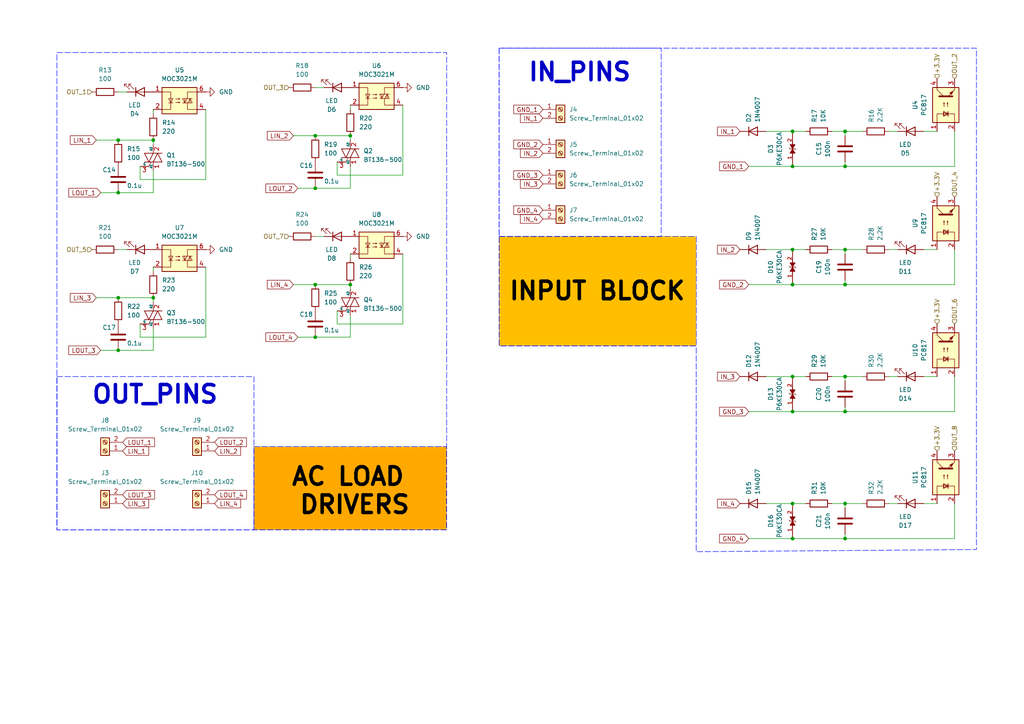
<source format=kicad_sch>
(kicad_sch
	(version 20250114)
	(generator "eeschema")
	(generator_version "9.0")
	(uuid "dfc5d4cb-4aa2-4a6e-93a5-ec115612b195")
	(paper "A4")
	(lib_symbols
		(symbol "Connector:Screw_Terminal_01x02"
			(pin_names
				(offset 1.016)
				(hide yes)
			)
			(exclude_from_sim no)
			(in_bom yes)
			(on_board yes)
			(property "Reference" "J"
				(at 0 2.54 0)
				(effects
					(font
						(size 1.27 1.27)
					)
				)
			)
			(property "Value" "Screw_Terminal_01x02"
				(at 0 -5.08 0)
				(effects
					(font
						(size 1.27 1.27)
					)
				)
			)
			(property "Footprint" ""
				(at 0 0 0)
				(effects
					(font
						(size 1.27 1.27)
					)
					(hide yes)
				)
			)
			(property "Datasheet" "~"
				(at 0 0 0)
				(effects
					(font
						(size 1.27 1.27)
					)
					(hide yes)
				)
			)
			(property "Description" "Generic screw terminal, single row, 01x02, script generated (kicad-library-utils/schlib/autogen/connector/)"
				(at 0 0 0)
				(effects
					(font
						(size 1.27 1.27)
					)
					(hide yes)
				)
			)
			(property "ki_keywords" "screw terminal"
				(at 0 0 0)
				(effects
					(font
						(size 1.27 1.27)
					)
					(hide yes)
				)
			)
			(property "ki_fp_filters" "TerminalBlock*:*"
				(at 0 0 0)
				(effects
					(font
						(size 1.27 1.27)
					)
					(hide yes)
				)
			)
			(symbol "Screw_Terminal_01x02_1_1"
				(rectangle
					(start -1.27 1.27)
					(end 1.27 -3.81)
					(stroke
						(width 0.254)
						(type default)
					)
					(fill
						(type background)
					)
				)
				(polyline
					(pts
						(xy -0.5334 0.3302) (xy 0.3302 -0.508)
					)
					(stroke
						(width 0.1524)
						(type default)
					)
					(fill
						(type none)
					)
				)
				(polyline
					(pts
						(xy -0.5334 -2.2098) (xy 0.3302 -3.048)
					)
					(stroke
						(width 0.1524)
						(type default)
					)
					(fill
						(type none)
					)
				)
				(polyline
					(pts
						(xy -0.3556 0.508) (xy 0.508 -0.3302)
					)
					(stroke
						(width 0.1524)
						(type default)
					)
					(fill
						(type none)
					)
				)
				(polyline
					(pts
						(xy -0.3556 -2.032) (xy 0.508 -2.8702)
					)
					(stroke
						(width 0.1524)
						(type default)
					)
					(fill
						(type none)
					)
				)
				(circle
					(center 0 0)
					(radius 0.635)
					(stroke
						(width 0.1524)
						(type default)
					)
					(fill
						(type none)
					)
				)
				(circle
					(center 0 -2.54)
					(radius 0.635)
					(stroke
						(width 0.1524)
						(type default)
					)
					(fill
						(type none)
					)
				)
				(pin passive line
					(at -5.08 0 0)
					(length 3.81)
					(name "Pin_1"
						(effects
							(font
								(size 1.27 1.27)
							)
						)
					)
					(number "1"
						(effects
							(font
								(size 1.27 1.27)
							)
						)
					)
				)
				(pin passive line
					(at -5.08 -2.54 0)
					(length 3.81)
					(name "Pin_2"
						(effects
							(font
								(size 1.27 1.27)
							)
						)
					)
					(number "2"
						(effects
							(font
								(size 1.27 1.27)
							)
						)
					)
				)
			)
			(embedded_fonts no)
		)
		(symbol "Device:C"
			(pin_numbers
				(hide yes)
			)
			(pin_names
				(offset 0.254)
			)
			(exclude_from_sim no)
			(in_bom yes)
			(on_board yes)
			(property "Reference" "C"
				(at 0.635 2.54 0)
				(effects
					(font
						(size 1.27 1.27)
					)
					(justify left)
				)
			)
			(property "Value" "C"
				(at 0.635 -2.54 0)
				(effects
					(font
						(size 1.27 1.27)
					)
					(justify left)
				)
			)
			(property "Footprint" ""
				(at 0.9652 -3.81 0)
				(effects
					(font
						(size 1.27 1.27)
					)
					(hide yes)
				)
			)
			(property "Datasheet" "~"
				(at 0 0 0)
				(effects
					(font
						(size 1.27 1.27)
					)
					(hide yes)
				)
			)
			(property "Description" "Unpolarized capacitor"
				(at 0 0 0)
				(effects
					(font
						(size 1.27 1.27)
					)
					(hide yes)
				)
			)
			(property "ki_keywords" "cap capacitor"
				(at 0 0 0)
				(effects
					(font
						(size 1.27 1.27)
					)
					(hide yes)
				)
			)
			(property "ki_fp_filters" "C_*"
				(at 0 0 0)
				(effects
					(font
						(size 1.27 1.27)
					)
					(hide yes)
				)
			)
			(symbol "C_0_1"
				(polyline
					(pts
						(xy -2.032 0.762) (xy 2.032 0.762)
					)
					(stroke
						(width 0.508)
						(type default)
					)
					(fill
						(type none)
					)
				)
				(polyline
					(pts
						(xy -2.032 -0.762) (xy 2.032 -0.762)
					)
					(stroke
						(width 0.508)
						(type default)
					)
					(fill
						(type none)
					)
				)
			)
			(symbol "C_1_1"
				(pin passive line
					(at 0 3.81 270)
					(length 2.794)
					(name "~"
						(effects
							(font
								(size 1.27 1.27)
							)
						)
					)
					(number "1"
						(effects
							(font
								(size 1.27 1.27)
							)
						)
					)
				)
				(pin passive line
					(at 0 -3.81 90)
					(length 2.794)
					(name "~"
						(effects
							(font
								(size 1.27 1.27)
							)
						)
					)
					(number "2"
						(effects
							(font
								(size 1.27 1.27)
							)
						)
					)
				)
			)
			(embedded_fonts no)
		)
		(symbol "Device:LED"
			(pin_numbers
				(hide yes)
			)
			(pin_names
				(offset 1.016)
				(hide yes)
			)
			(exclude_from_sim no)
			(in_bom yes)
			(on_board yes)
			(property "Reference" "D"
				(at 0 2.54 0)
				(effects
					(font
						(size 1.27 1.27)
					)
				)
			)
			(property "Value" "LED"
				(at 0 -2.54 0)
				(effects
					(font
						(size 1.27 1.27)
					)
				)
			)
			(property "Footprint" ""
				(at 0 0 0)
				(effects
					(font
						(size 1.27 1.27)
					)
					(hide yes)
				)
			)
			(property "Datasheet" "~"
				(at 0 0 0)
				(effects
					(font
						(size 1.27 1.27)
					)
					(hide yes)
				)
			)
			(property "Description" "Light emitting diode"
				(at 0 0 0)
				(effects
					(font
						(size 1.27 1.27)
					)
					(hide yes)
				)
			)
			(property "Sim.Pins" "1=K 2=A"
				(at 0 0 0)
				(effects
					(font
						(size 1.27 1.27)
					)
					(hide yes)
				)
			)
			(property "ki_keywords" "LED diode"
				(at 0 0 0)
				(effects
					(font
						(size 1.27 1.27)
					)
					(hide yes)
				)
			)
			(property "ki_fp_filters" "LED* LED_SMD:* LED_THT:*"
				(at 0 0 0)
				(effects
					(font
						(size 1.27 1.27)
					)
					(hide yes)
				)
			)
			(symbol "LED_0_1"
				(polyline
					(pts
						(xy -3.048 -0.762) (xy -4.572 -2.286) (xy -3.81 -2.286) (xy -4.572 -2.286) (xy -4.572 -1.524)
					)
					(stroke
						(width 0)
						(type default)
					)
					(fill
						(type none)
					)
				)
				(polyline
					(pts
						(xy -1.778 -0.762) (xy -3.302 -2.286) (xy -2.54 -2.286) (xy -3.302 -2.286) (xy -3.302 -1.524)
					)
					(stroke
						(width 0)
						(type default)
					)
					(fill
						(type none)
					)
				)
				(polyline
					(pts
						(xy -1.27 0) (xy 1.27 0)
					)
					(stroke
						(width 0)
						(type default)
					)
					(fill
						(type none)
					)
				)
				(polyline
					(pts
						(xy -1.27 -1.27) (xy -1.27 1.27)
					)
					(stroke
						(width 0.254)
						(type default)
					)
					(fill
						(type none)
					)
				)
				(polyline
					(pts
						(xy 1.27 -1.27) (xy 1.27 1.27) (xy -1.27 0) (xy 1.27 -1.27)
					)
					(stroke
						(width 0.254)
						(type default)
					)
					(fill
						(type none)
					)
				)
			)
			(symbol "LED_1_1"
				(pin passive line
					(at -3.81 0 0)
					(length 2.54)
					(name "K"
						(effects
							(font
								(size 1.27 1.27)
							)
						)
					)
					(number "1"
						(effects
							(font
								(size 1.27 1.27)
							)
						)
					)
				)
				(pin passive line
					(at 3.81 0 180)
					(length 2.54)
					(name "A"
						(effects
							(font
								(size 1.27 1.27)
							)
						)
					)
					(number "2"
						(effects
							(font
								(size 1.27 1.27)
							)
						)
					)
				)
			)
			(embedded_fonts no)
		)
		(symbol "Device:R"
			(pin_numbers
				(hide yes)
			)
			(pin_names
				(offset 0)
			)
			(exclude_from_sim no)
			(in_bom yes)
			(on_board yes)
			(property "Reference" "R"
				(at 2.032 0 90)
				(effects
					(font
						(size 1.27 1.27)
					)
				)
			)
			(property "Value" "R"
				(at 0 0 90)
				(effects
					(font
						(size 1.27 1.27)
					)
				)
			)
			(property "Footprint" ""
				(at -1.778 0 90)
				(effects
					(font
						(size 1.27 1.27)
					)
					(hide yes)
				)
			)
			(property "Datasheet" "~"
				(at 0 0 0)
				(effects
					(font
						(size 1.27 1.27)
					)
					(hide yes)
				)
			)
			(property "Description" "Resistor"
				(at 0 0 0)
				(effects
					(font
						(size 1.27 1.27)
					)
					(hide yes)
				)
			)
			(property "ki_keywords" "R res resistor"
				(at 0 0 0)
				(effects
					(font
						(size 1.27 1.27)
					)
					(hide yes)
				)
			)
			(property "ki_fp_filters" "R_*"
				(at 0 0 0)
				(effects
					(font
						(size 1.27 1.27)
					)
					(hide yes)
				)
			)
			(symbol "R_0_1"
				(rectangle
					(start -1.016 -2.54)
					(end 1.016 2.54)
					(stroke
						(width 0.254)
						(type default)
					)
					(fill
						(type none)
					)
				)
			)
			(symbol "R_1_1"
				(pin passive line
					(at 0 3.81 270)
					(length 1.27)
					(name "~"
						(effects
							(font
								(size 1.27 1.27)
							)
						)
					)
					(number "1"
						(effects
							(font
								(size 1.27 1.27)
							)
						)
					)
				)
				(pin passive line
					(at 0 -3.81 90)
					(length 1.27)
					(name "~"
						(effects
							(font
								(size 1.27 1.27)
							)
						)
					)
					(number "2"
						(effects
							(font
								(size 1.27 1.27)
							)
						)
					)
				)
			)
			(embedded_fonts no)
		)
		(symbol "Diode:1N4007"
			(pin_numbers
				(hide yes)
			)
			(pin_names
				(hide yes)
			)
			(exclude_from_sim no)
			(in_bom yes)
			(on_board yes)
			(property "Reference" "D"
				(at 0 2.54 0)
				(effects
					(font
						(size 1.27 1.27)
					)
				)
			)
			(property "Value" "1N4007"
				(at 0 -2.54 0)
				(effects
					(font
						(size 1.27 1.27)
					)
				)
			)
			(property "Footprint" "Diode_THT:D_DO-41_SOD81_P10.16mm_Horizontal"
				(at 0 -4.445 0)
				(effects
					(font
						(size 1.27 1.27)
					)
					(hide yes)
				)
			)
			(property "Datasheet" "http://www.vishay.com/docs/88503/1n4001.pdf"
				(at 0 0 0)
				(effects
					(font
						(size 1.27 1.27)
					)
					(hide yes)
				)
			)
			(property "Description" "1000V 1A General Purpose Rectifier Diode, DO-41"
				(at 0 0 0)
				(effects
					(font
						(size 1.27 1.27)
					)
					(hide yes)
				)
			)
			(property "Sim.Device" "D"
				(at 0 0 0)
				(effects
					(font
						(size 1.27 1.27)
					)
					(hide yes)
				)
			)
			(property "Sim.Pins" "1=K 2=A"
				(at 0 0 0)
				(effects
					(font
						(size 1.27 1.27)
					)
					(hide yes)
				)
			)
			(property "ki_keywords" "diode"
				(at 0 0 0)
				(effects
					(font
						(size 1.27 1.27)
					)
					(hide yes)
				)
			)
			(property "ki_fp_filters" "D*DO?41*"
				(at 0 0 0)
				(effects
					(font
						(size 1.27 1.27)
					)
					(hide yes)
				)
			)
			(symbol "1N4007_0_1"
				(polyline
					(pts
						(xy -1.27 1.27) (xy -1.27 -1.27)
					)
					(stroke
						(width 0.254)
						(type default)
					)
					(fill
						(type none)
					)
				)
				(polyline
					(pts
						(xy 1.27 1.27) (xy 1.27 -1.27) (xy -1.27 0) (xy 1.27 1.27)
					)
					(stroke
						(width 0.254)
						(type default)
					)
					(fill
						(type none)
					)
				)
				(polyline
					(pts
						(xy 1.27 0) (xy -1.27 0)
					)
					(stroke
						(width 0)
						(type default)
					)
					(fill
						(type none)
					)
				)
			)
			(symbol "1N4007_1_1"
				(pin passive line
					(at -3.81 0 0)
					(length 2.54)
					(name "K"
						(effects
							(font
								(size 1.27 1.27)
							)
						)
					)
					(number "1"
						(effects
							(font
								(size 1.27 1.27)
							)
						)
					)
				)
				(pin passive line
					(at 3.81 0 180)
					(length 2.54)
					(name "A"
						(effects
							(font
								(size 1.27 1.27)
							)
						)
					)
					(number "2"
						(effects
							(font
								(size 1.27 1.27)
							)
						)
					)
				)
			)
			(embedded_fonts no)
		)
		(symbol "Isolator:PC817"
			(pin_names
				(offset 1.016)
			)
			(exclude_from_sim no)
			(in_bom yes)
			(on_board yes)
			(property "Reference" "U"
				(at -5.08 5.08 0)
				(effects
					(font
						(size 1.27 1.27)
					)
					(justify left)
				)
			)
			(property "Value" "PC817"
				(at 0 5.08 0)
				(effects
					(font
						(size 1.27 1.27)
					)
					(justify left)
				)
			)
			(property "Footprint" "Package_DIP:DIP-4_W7.62mm"
				(at -5.08 -5.08 0)
				(effects
					(font
						(size 1.27 1.27)
						(italic yes)
					)
					(justify left)
					(hide yes)
				)
			)
			(property "Datasheet" "http://www.soselectronic.cz/a_info/resource/d/pc817.pdf"
				(at 0 0 0)
				(effects
					(font
						(size 1.27 1.27)
					)
					(justify left)
					(hide yes)
				)
			)
			(property "Description" "DC Optocoupler, Vce 35V, CTR 50-300%, DIP-4"
				(at 0 0 0)
				(effects
					(font
						(size 1.27 1.27)
					)
					(hide yes)
				)
			)
			(property "ki_keywords" "NPN DC Optocoupler"
				(at 0 0 0)
				(effects
					(font
						(size 1.27 1.27)
					)
					(hide yes)
				)
			)
			(property "ki_fp_filters" "DIP*W7.62mm*"
				(at 0 0 0)
				(effects
					(font
						(size 1.27 1.27)
					)
					(hide yes)
				)
			)
			(symbol "PC817_0_1"
				(rectangle
					(start -5.08 3.81)
					(end 5.08 -3.81)
					(stroke
						(width 0.254)
						(type default)
					)
					(fill
						(type background)
					)
				)
				(polyline
					(pts
						(xy -5.08 2.54) (xy -2.54 2.54) (xy -2.54 -0.635)
					)
					(stroke
						(width 0)
						(type default)
					)
					(fill
						(type none)
					)
				)
				(polyline
					(pts
						(xy -3.175 -0.635) (xy -1.905 -0.635)
					)
					(stroke
						(width 0.254)
						(type default)
					)
					(fill
						(type none)
					)
				)
				(polyline
					(pts
						(xy -2.54 -0.635) (xy -2.54 -2.54) (xy -5.08 -2.54)
					)
					(stroke
						(width 0)
						(type default)
					)
					(fill
						(type none)
					)
				)
				(polyline
					(pts
						(xy -2.54 -0.635) (xy -3.175 0.635) (xy -1.905 0.635) (xy -2.54 -0.635)
					)
					(stroke
						(width 0.254)
						(type default)
					)
					(fill
						(type none)
					)
				)
				(polyline
					(pts
						(xy -0.508 0.508) (xy 0.762 0.508) (xy 0.381 0.381) (xy 0.381 0.635) (xy 0.762 0.508)
					)
					(stroke
						(width 0)
						(type default)
					)
					(fill
						(type none)
					)
				)
				(polyline
					(pts
						(xy -0.508 -0.508) (xy 0.762 -0.508) (xy 0.381 -0.635) (xy 0.381 -0.381) (xy 0.762 -0.508)
					)
					(stroke
						(width 0)
						(type default)
					)
					(fill
						(type none)
					)
				)
				(polyline
					(pts
						(xy 2.54 1.905) (xy 2.54 -1.905) (xy 2.54 -1.905)
					)
					(stroke
						(width 0.508)
						(type default)
					)
					(fill
						(type none)
					)
				)
				(polyline
					(pts
						(xy 2.54 0.635) (xy 4.445 2.54)
					)
					(stroke
						(width 0)
						(type default)
					)
					(fill
						(type none)
					)
				)
				(polyline
					(pts
						(xy 3.048 -1.651) (xy 3.556 -1.143) (xy 4.064 -2.159) (xy 3.048 -1.651) (xy 3.048 -1.651)
					)
					(stroke
						(width 0)
						(type default)
					)
					(fill
						(type outline)
					)
				)
				(polyline
					(pts
						(xy 4.445 2.54) (xy 5.08 2.54)
					)
					(stroke
						(width 0)
						(type default)
					)
					(fill
						(type none)
					)
				)
				(polyline
					(pts
						(xy 4.445 -2.54) (xy 2.54 -0.635)
					)
					(stroke
						(width 0)
						(type default)
					)
					(fill
						(type outline)
					)
				)
				(polyline
					(pts
						(xy 4.445 -2.54) (xy 5.08 -2.54)
					)
					(stroke
						(width 0)
						(type default)
					)
					(fill
						(type none)
					)
				)
			)
			(symbol "PC817_1_1"
				(pin passive line
					(at -7.62 2.54 0)
					(length 2.54)
					(name "~"
						(effects
							(font
								(size 1.27 1.27)
							)
						)
					)
					(number "1"
						(effects
							(font
								(size 1.27 1.27)
							)
						)
					)
				)
				(pin passive line
					(at -7.62 -2.54 0)
					(length 2.54)
					(name "~"
						(effects
							(font
								(size 1.27 1.27)
							)
						)
					)
					(number "2"
						(effects
							(font
								(size 1.27 1.27)
							)
						)
					)
				)
				(pin passive line
					(at 7.62 2.54 180)
					(length 2.54)
					(name "~"
						(effects
							(font
								(size 1.27 1.27)
							)
						)
					)
					(number "4"
						(effects
							(font
								(size 1.27 1.27)
							)
						)
					)
				)
				(pin passive line
					(at 7.62 -2.54 180)
					(length 2.54)
					(name "~"
						(effects
							(font
								(size 1.27 1.27)
							)
						)
					)
					(number "3"
						(effects
							(font
								(size 1.27 1.27)
							)
						)
					)
				)
			)
			(embedded_fonts no)
		)
		(symbol "P6KE30CA:P6KE30CA"
			(pin_names
				(offset 1.016)
			)
			(exclude_from_sim no)
			(in_bom yes)
			(on_board yes)
			(property "Reference" "D"
				(at -5.0835 2.4159 0)
				(effects
					(font
						(size 1.27 1.27)
					)
					(justify left bottom)
				)
			)
			(property "Value" "P6KE30CA"
				(at -5.0854 -4.9611 0)
				(effects
					(font
						(size 1.27 1.27)
					)
					(justify left bottom)
				)
			)
			(property "Footprint" "P6KE30CA:DIOAD1300W80L670D310"
				(at 0 0 0)
				(effects
					(font
						(size 1.27 1.27)
					)
					(justify bottom)
					(hide yes)
				)
			)
			(property "Datasheet" ""
				(at 0 0 0)
				(effects
					(font
						(size 1.27 1.27)
					)
					(hide yes)
				)
			)
			(property "Description" ""
				(at 0 0 0)
				(effects
					(font
						(size 1.27 1.27)
					)
					(hide yes)
				)
			)
			(property "DigiKey_Part_Number" "P6KE30CALFTR-ND"
				(at 0 0 0)
				(effects
					(font
						(size 1.27 1.27)
					)
					(justify bottom)
					(hide yes)
				)
			)
			(property "SnapEDA_Link" "https://www.snapeda.com/parts/P6KE30CA/Littelfuse/view-part/?ref=snap"
				(at 0 0 0)
				(effects
					(font
						(size 1.27 1.27)
					)
					(justify bottom)
					(hide yes)
				)
			)
			(property "MAXIMUM_PACKAGE_HEIGHT" "3.6 mm"
				(at 0 0 0)
				(effects
					(font
						(size 1.27 1.27)
					)
					(justify bottom)
					(hide yes)
				)
			)
			(property "Package" "SURMETIC 40-2 ON Semiconductor"
				(at 0 0 0)
				(effects
					(font
						(size 1.27 1.27)
					)
					(justify bottom)
					(hide yes)
				)
			)
			(property "Check_prices" "https://www.snapeda.com/parts/P6KE30CA/Littelfuse/view-part/?ref=eda"
				(at 0 0 0)
				(effects
					(font
						(size 1.27 1.27)
					)
					(justify bottom)
					(hide yes)
				)
			)
			(property "STANDARD" "IPC-7351B"
				(at 0 0 0)
				(effects
					(font
						(size 1.27 1.27)
					)
					(justify bottom)
					(hide yes)
				)
			)
			(property "PARTREV" "O2109"
				(at 0 0 0)
				(effects
					(font
						(size 1.27 1.27)
					)
					(justify bottom)
					(hide yes)
				)
			)
			(property "MF" "Littelfuse"
				(at 0 0 0)
				(effects
					(font
						(size 1.27 1.27)
					)
					(justify bottom)
					(hide yes)
				)
			)
			(property "MP" "P6KE30CA"
				(at 0 0 0)
				(effects
					(font
						(size 1.27 1.27)
					)
					(justify bottom)
					(hide yes)
				)
			)
			(property "Description_1" "41.4V Clamp 14.7A Ipp Tvs Diode Through Hole DO-204AC (DO-15)"
				(at 0 0 0)
				(effects
					(font
						(size 1.27 1.27)
					)
					(justify bottom)
					(hide yes)
				)
			)
			(property "MANUFACTURER" "Taiwan Semiconductor"
				(at 0 0 0)
				(effects
					(font
						(size 1.27 1.27)
					)
					(justify bottom)
					(hide yes)
				)
			)
			(symbol "P6KE30CA_0_0"
				(polyline
					(pts
						(xy -1.27 0) (xy -2.54 0)
					)
					(stroke
						(width 0.1524)
						(type default)
					)
					(fill
						(type none)
					)
				)
				(polyline
					(pts
						(xy 0 0.762) (xy 0.254 1.016)
					)
					(stroke
						(width 0.1524)
						(type default)
					)
					(fill
						(type none)
					)
				)
				(polyline
					(pts
						(xy 0 0) (xy -1.27 -0.762) (xy -1.27 0.762) (xy 0 0)
					)
					(stroke
						(width 0.1524)
						(type default)
					)
					(fill
						(type outline)
					)
				)
				(polyline
					(pts
						(xy 0 0) (xy 1.27 0.762) (xy 1.27 -0.762) (xy 0 0)
					)
					(stroke
						(width 0.1524)
						(type default)
					)
					(fill
						(type outline)
					)
				)
				(polyline
					(pts
						(xy 0 -0.762) (xy -0.254 -1.016)
					)
					(stroke
						(width 0.1524)
						(type default)
					)
					(fill
						(type none)
					)
				)
				(polyline
					(pts
						(xy 0 -0.762) (xy 0 0.762)
					)
					(stroke
						(width 0.1524)
						(type default)
					)
					(fill
						(type none)
					)
				)
				(polyline
					(pts
						(xy 1.27 0) (xy 2.54 0)
					)
					(stroke
						(width 0.1524)
						(type default)
					)
					(fill
						(type none)
					)
				)
				(pin passive line
					(at -5.08 0 0)
					(length 5.08)
					(name "~"
						(effects
							(font
								(size 1.016 1.016)
							)
						)
					)
					(number "1"
						(effects
							(font
								(size 1.016 1.016)
							)
						)
					)
				)
				(pin passive line
					(at 5.08 0 180)
					(length 5.08)
					(name "~"
						(effects
							(font
								(size 1.016 1.016)
							)
						)
					)
					(number "2"
						(effects
							(font
								(size 1.016 1.016)
							)
						)
					)
				)
			)
			(embedded_fonts no)
		)
		(symbol "Relay_SolidState:MOC3021M"
			(exclude_from_sim no)
			(in_bom yes)
			(on_board yes)
			(property "Reference" "U"
				(at -5.334 4.826 0)
				(effects
					(font
						(size 1.27 1.27)
					)
					(justify left)
				)
			)
			(property "Value" "MOC3021M"
				(at 0 5.08 0)
				(effects
					(font
						(size 1.27 1.27)
					)
					(justify left)
				)
			)
			(property "Footprint" ""
				(at -5.08 -5.08 0)
				(effects
					(font
						(size 1.27 1.27)
						(italic yes)
					)
					(justify left)
					(hide yes)
				)
			)
			(property "Datasheet" "https://www.onsemi.com/pub/Collateral/MOC3023M-D.PDF"
				(at 0 0 0)
				(effects
					(font
						(size 1.27 1.27)
					)
					(justify left)
					(hide yes)
				)
			)
			(property "Description" "Random Phase Opto-Triac, Vdrm 400V, Ift 15mA, DIP6"
				(at 0 0 0)
				(effects
					(font
						(size 1.27 1.27)
					)
					(hide yes)
				)
			)
			(property "ki_keywords" "Opto-Triac Opto Triac Random Phase"
				(at 0 0 0)
				(effects
					(font
						(size 1.27 1.27)
					)
					(hide yes)
				)
			)
			(property "ki_fp_filters" "DIP*W7.62mm* SMDIP*W9.53mm* DIP*W10.16mm*"
				(at 0 0 0)
				(effects
					(font
						(size 1.27 1.27)
					)
					(hide yes)
				)
			)
			(symbol "MOC3021M_0_1"
				(rectangle
					(start -5.08 3.81)
					(end 5.08 -3.81)
					(stroke
						(width 0.254)
						(type default)
					)
					(fill
						(type background)
					)
				)
				(polyline
					(pts
						(xy -5.08 2.54) (xy -2.54 2.54) (xy -2.54 -2.54) (xy -5.08 -2.54)
					)
					(stroke
						(width 0)
						(type default)
					)
					(fill
						(type none)
					)
				)
				(polyline
					(pts
						(xy -3.175 -0.635) (xy -1.905 -0.635)
					)
					(stroke
						(width 0)
						(type default)
					)
					(fill
						(type none)
					)
				)
				(polyline
					(pts
						(xy -2.54 -0.635) (xy -3.175 0.635) (xy -1.905 0.635) (xy -2.54 -0.635)
					)
					(stroke
						(width 0)
						(type default)
					)
					(fill
						(type none)
					)
				)
				(polyline
					(pts
						(xy -1.143 0.508) (xy 0.127 0.508) (xy -0.254 0.381) (xy -0.254 0.635) (xy 0.127 0.508)
					)
					(stroke
						(width 0)
						(type default)
					)
					(fill
						(type none)
					)
				)
				(polyline
					(pts
						(xy -1.143 -0.508) (xy 0.127 -0.508) (xy -0.254 -0.635) (xy -0.254 -0.381) (xy 0.127 -0.508)
					)
					(stroke
						(width 0)
						(type default)
					)
					(fill
						(type none)
					)
				)
				(polyline
					(pts
						(xy 0.889 -0.635) (xy 3.683 -0.635) (xy 3.048 0.635) (xy 2.413 -0.635)
					)
					(stroke
						(width 0)
						(type default)
					)
					(fill
						(type none)
					)
				)
				(polyline
					(pts
						(xy 1.524 -0.635) (xy 1.524 0.635)
					)
					(stroke
						(width 0)
						(type default)
					)
					(fill
						(type none)
					)
				)
				(polyline
					(pts
						(xy 2.286 0.635) (xy 2.286 2.54) (xy 5.08 2.54)
					)
					(stroke
						(width 0)
						(type default)
					)
					(fill
						(type none)
					)
				)
				(polyline
					(pts
						(xy 2.286 -0.635) (xy 2.286 -2.54) (xy 5.08 -2.54)
					)
					(stroke
						(width 0)
						(type default)
					)
					(fill
						(type none)
					)
				)
				(polyline
					(pts
						(xy 3.048 0.635) (xy 3.048 -0.635)
					)
					(stroke
						(width 0)
						(type default)
					)
					(fill
						(type none)
					)
				)
				(polyline
					(pts
						(xy 3.683 0.635) (xy 0.889 0.635) (xy 1.524 -0.635) (xy 2.159 0.635)
					)
					(stroke
						(width 0)
						(type default)
					)
					(fill
						(type none)
					)
				)
			)
			(symbol "MOC3021M_1_1"
				(pin passive line
					(at -7.62 2.54 0)
					(length 2.54)
					(name "~"
						(effects
							(font
								(size 1.27 1.27)
							)
						)
					)
					(number "1"
						(effects
							(font
								(size 1.27 1.27)
							)
						)
					)
				)
				(pin passive line
					(at -7.62 -2.54 0)
					(length 2.54)
					(name "~"
						(effects
							(font
								(size 1.27 1.27)
							)
						)
					)
					(number "2"
						(effects
							(font
								(size 1.27 1.27)
							)
						)
					)
				)
				(pin no_connect line
					(at -5.08 0 0)
					(length 2.54)
					(hide yes)
					(name "NC"
						(effects
							(font
								(size 1.27 1.27)
							)
						)
					)
					(number "3"
						(effects
							(font
								(size 1.27 1.27)
							)
						)
					)
				)
				(pin no_connect line
					(at 5.08 0 180)
					(length 2.54)
					(hide yes)
					(name "NC"
						(effects
							(font
								(size 1.27 1.27)
							)
						)
					)
					(number "5"
						(effects
							(font
								(size 1.27 1.27)
							)
						)
					)
				)
				(pin passive line
					(at 7.62 2.54 180)
					(length 2.54)
					(name "~"
						(effects
							(font
								(size 1.27 1.27)
							)
						)
					)
					(number "6"
						(effects
							(font
								(size 1.27 1.27)
							)
						)
					)
				)
				(pin passive line
					(at 7.62 -2.54 180)
					(length 2.54)
					(name "~"
						(effects
							(font
								(size 1.27 1.27)
							)
						)
					)
					(number "4"
						(effects
							(font
								(size 1.27 1.27)
							)
						)
					)
				)
			)
			(embedded_fonts no)
		)
		(symbol "Triac_Thyristor:BT136-500"
			(pin_names
				(offset 0)
			)
			(exclude_from_sim no)
			(in_bom yes)
			(on_board yes)
			(property "Reference" "Q"
				(at 5.08 1.905 0)
				(effects
					(font
						(size 1.27 1.27)
					)
					(justify left)
				)
			)
			(property "Value" "BT136-500"
				(at 5.08 0 0)
				(effects
					(font
						(size 1.27 1.27)
					)
					(justify left)
				)
			)
			(property "Footprint" "Package_TO_SOT_THT:TO-220-3_Vertical"
				(at 5.08 -1.905 0)
				(effects
					(font
						(size 1.27 1.27)
						(italic yes)
					)
					(justify left)
					(hide yes)
				)
			)
			(property "Datasheet" "http://www.micropik.com/PDF/BT136-600.pdf"
				(at 0 0 0)
				(effects
					(font
						(size 1.27 1.27)
					)
					(justify left)
					(hide yes)
				)
			)
			(property "Description" "4A RMS, 500V Off-State Voltage, Triac, TO-220"
				(at 0 0 0)
				(effects
					(font
						(size 1.27 1.27)
					)
					(hide yes)
				)
			)
			(property "ki_keywords" "Triac"
				(at 0 0 0)
				(effects
					(font
						(size 1.27 1.27)
					)
					(hide yes)
				)
			)
			(property "ki_fp_filters" "TO?220*"
				(at 0 0 0)
				(effects
					(font
						(size 1.27 1.27)
					)
					(hide yes)
				)
			)
			(symbol "BT136-500_0_1"
				(polyline
					(pts
						(xy -2.54 1.27) (xy 2.54 1.27)
					)
					(stroke
						(width 0.2032)
						(type default)
					)
					(fill
						(type none)
					)
				)
				(polyline
					(pts
						(xy -2.54 1.27) (xy -1.27 -1.27) (xy 0 1.27)
					)
					(stroke
						(width 0.2032)
						(type default)
					)
					(fill
						(type none)
					)
				)
				(polyline
					(pts
						(xy -2.54 -1.27) (xy 2.54 -1.27)
					)
					(stroke
						(width 0.2032)
						(type default)
					)
					(fill
						(type none)
					)
				)
				(polyline
					(pts
						(xy -1.27 -2.54) (xy -0.635 -1.27)
					)
					(stroke
						(width 0)
						(type default)
					)
					(fill
						(type none)
					)
				)
				(polyline
					(pts
						(xy 0 -1.27) (xy 1.27 1.27) (xy 2.54 -1.27)
					)
					(stroke
						(width 0.2032)
						(type default)
					)
					(fill
						(type none)
					)
				)
			)
			(symbol "BT136-500_1_1"
				(pin input line
					(at -3.81 -2.54 0)
					(length 2.54)
					(name "G"
						(effects
							(font
								(size 0.635 0.635)
							)
						)
					)
					(number "3"
						(effects
							(font
								(size 1.27 1.27)
							)
						)
					)
				)
				(pin passive line
					(at 0 3.81 270)
					(length 2.54)
					(name "A2"
						(effects
							(font
								(size 0.635 0.635)
							)
						)
					)
					(number "2"
						(effects
							(font
								(size 1.27 1.27)
							)
						)
					)
				)
				(pin passive line
					(at 0 -3.81 90)
					(length 2.54)
					(name "A1"
						(effects
							(font
								(size 0.635 0.635)
							)
						)
					)
					(number "1"
						(effects
							(font
								(size 1.27 1.27)
							)
						)
					)
				)
			)
			(embedded_fonts no)
		)
		(symbol "power:GND"
			(power)
			(pin_numbers
				(hide yes)
			)
			(pin_names
				(offset 0)
				(hide yes)
			)
			(exclude_from_sim no)
			(in_bom yes)
			(on_board yes)
			(property "Reference" "#PWR"
				(at 0 -6.35 0)
				(effects
					(font
						(size 1.27 1.27)
					)
					(hide yes)
				)
			)
			(property "Value" "GND"
				(at 0 -3.81 0)
				(effects
					(font
						(size 1.27 1.27)
					)
				)
			)
			(property "Footprint" ""
				(at 0 0 0)
				(effects
					(font
						(size 1.27 1.27)
					)
					(hide yes)
				)
			)
			(property "Datasheet" ""
				(at 0 0 0)
				(effects
					(font
						(size 1.27 1.27)
					)
					(hide yes)
				)
			)
			(property "Description" "Power symbol creates a global label with name \"GND\" , ground"
				(at 0 0 0)
				(effects
					(font
						(size 1.27 1.27)
					)
					(hide yes)
				)
			)
			(property "ki_keywords" "global power"
				(at 0 0 0)
				(effects
					(font
						(size 1.27 1.27)
					)
					(hide yes)
				)
			)
			(symbol "GND_0_1"
				(polyline
					(pts
						(xy 0 0) (xy 0 -1.27) (xy 1.27 -1.27) (xy 0 -2.54) (xy -1.27 -1.27) (xy 0 -1.27)
					)
					(stroke
						(width 0)
						(type default)
					)
					(fill
						(type none)
					)
				)
			)
			(symbol "GND_1_1"
				(pin power_in line
					(at 0 0 270)
					(length 0)
					(name "~"
						(effects
							(font
								(size 1.27 1.27)
							)
						)
					)
					(number "1"
						(effects
							(font
								(size 1.27 1.27)
							)
						)
					)
				)
			)
			(embedded_fonts no)
		)
	)
	(text "AC LOAD \nDRIVERS"
		(exclude_from_sim no)
		(at 102.87 142.494 0)
		(effects
			(font
				(size 5.08 5.08)
				(thickness 1.016)
				(bold yes)
				(color 0 0 0 1)
			)
		)
		(uuid "2e07eb0b-972b-4ded-bf64-6c0f6900a550")
	)
	(text "OUT_PINS"
		(exclude_from_sim no)
		(at 44.958 114.554 0)
		(effects
			(font
				(size 5.08 5.08)
				(thickness 1.016)
				(bold yes)
			)
		)
		(uuid "32d53b52-95bc-4d8c-b644-6e835b88759e")
	)
	(text "INPUT BLOCK"
		(exclude_from_sim no)
		(at 173.228 84.582 0)
		(effects
			(font
				(size 5.08 5.08)
				(thickness 1.016)
				(bold yes)
				(color 0 0 0 1)
			)
		)
		(uuid "58f5c5de-eda9-4442-af30-970ba62f4d5a")
	)
	(text "IN_PINS"
		(exclude_from_sim no)
		(at 168.148 21.082 0)
		(effects
			(font
				(size 5.08 5.08)
				(thickness 1.016)
				(bold yes)
			)
		)
		(uuid "858c37e0-75e6-4784-a977-e88c2adbe3c2")
	)
	(junction
		(at 34.29 40.64)
		(diameter 0)
		(color 0 0 0 0)
		(uuid "00750319-357c-410e-9950-35e2dcfab8c8")
	)
	(junction
		(at 44.45 86.36)
		(diameter 0)
		(color 0 0 0 0)
		(uuid "113c6e27-6db8-4d8a-965f-e833e9d580fc")
	)
	(junction
		(at 245.11 48.26)
		(diameter 0)
		(color 0 0 0 0)
		(uuid "3bf4db63-d5d2-463b-be9a-dad9dc2de29f")
	)
	(junction
		(at 229.87 82.55)
		(diameter 0)
		(color 0 0 0 0)
		(uuid "3d39f9d2-9b72-49c2-9a56-c70df88fb21e")
	)
	(junction
		(at 101.6 82.55)
		(diameter 0)
		(color 0 0 0 0)
		(uuid "47ef03f3-dfa0-43d4-9043-84ae3b5b406f")
	)
	(junction
		(at 91.44 39.37)
		(diameter 0)
		(color 0 0 0 0)
		(uuid "4d4b195f-6947-42b0-aacf-39cab82b54e5")
	)
	(junction
		(at 91.44 54.61)
		(diameter 0)
		(color 0 0 0 0)
		(uuid "4edd6d0d-22c9-41f3-a850-b303edbb07f7")
	)
	(junction
		(at 245.11 146.05)
		(diameter 0)
		(color 0 0 0 0)
		(uuid "56ba93b9-9a38-48b2-b080-e83aaa249349")
	)
	(junction
		(at 229.87 38.1)
		(diameter 0)
		(color 0 0 0 0)
		(uuid "57a2a926-34a9-4d96-90fd-b6673c24bb72")
	)
	(junction
		(at 245.11 119.38)
		(diameter 0)
		(color 0 0 0 0)
		(uuid "65eb034c-d50e-4ff6-a25b-42d3c51e62d2")
	)
	(junction
		(at 229.87 48.26)
		(diameter 0)
		(color 0 0 0 0)
		(uuid "73c290f4-618c-4142-b6ab-b3fd2b103945")
	)
	(junction
		(at 245.11 72.39)
		(diameter 0)
		(color 0 0 0 0)
		(uuid "760c6f19-d94a-4d64-9343-12b81289228d")
	)
	(junction
		(at 34.29 101.6)
		(diameter 0)
		(color 0 0 0 0)
		(uuid "7beae069-5aab-45d5-8d71-a40336fc0397")
	)
	(junction
		(at 229.87 156.21)
		(diameter 0)
		(color 0 0 0 0)
		(uuid "8146bf69-eb42-4ea0-90bd-06b71b593dc0")
	)
	(junction
		(at 245.11 109.22)
		(diameter 0)
		(color 0 0 0 0)
		(uuid "8b121239-36e9-44e1-bcc3-3a1bcd23eef0")
	)
	(junction
		(at 34.29 86.36)
		(diameter 0)
		(color 0 0 0 0)
		(uuid "90f1b903-243f-4910-9a21-a70aff25e692")
	)
	(junction
		(at 245.11 82.55)
		(diameter 0)
		(color 0 0 0 0)
		(uuid "a3b70431-7bfd-4b01-9649-ccfadc2796c1")
	)
	(junction
		(at 101.6 39.37)
		(diameter 0)
		(color 0 0 0 0)
		(uuid "ac2e708f-07b2-4c64-9547-cdb182c8fc66")
	)
	(junction
		(at 91.44 97.79)
		(diameter 0)
		(color 0 0 0 0)
		(uuid "b96289ed-ad57-4112-a89f-9f1a37277c32")
	)
	(junction
		(at 245.11 38.1)
		(diameter 0)
		(color 0 0 0 0)
		(uuid "bc122174-954e-4215-ab99-95e5425bebbf")
	)
	(junction
		(at 44.45 40.64)
		(diameter 0)
		(color 0 0 0 0)
		(uuid "bdfa1bdb-3ebc-4f24-946a-be70888ed4a2")
	)
	(junction
		(at 229.87 146.05)
		(diameter 0)
		(color 0 0 0 0)
		(uuid "c5e0f0ef-1fa3-4618-a714-e8c170cb150e")
	)
	(junction
		(at 229.87 72.39)
		(diameter 0)
		(color 0 0 0 0)
		(uuid "cf53ada4-da2d-4644-992b-52c3de2dcaa0")
	)
	(junction
		(at 245.11 156.21)
		(diameter 0)
		(color 0 0 0 0)
		(uuid "d416f5fe-d5f5-47f1-98d2-40f0aea026fa")
	)
	(junction
		(at 229.87 109.22)
		(diameter 0)
		(color 0 0 0 0)
		(uuid "d5daa763-3c12-424e-9d4b-f6f8f56baa7a")
	)
	(junction
		(at 34.29 55.88)
		(diameter 0)
		(color 0 0 0 0)
		(uuid "ddc05f24-c198-42b4-b977-2879eee2342f")
	)
	(junction
		(at 229.87 119.38)
		(diameter 0)
		(color 0 0 0 0)
		(uuid "f344bcbe-edd0-4ce7-85e9-9d4623a91d6b")
	)
	(junction
		(at 91.44 82.55)
		(diameter 0)
		(color 0 0 0 0)
		(uuid "fb5cb373-c8c5-4c3a-9bdf-9e92fff85489")
	)
	(wire
		(pts
			(xy 257.81 38.1) (xy 260.35 38.1)
		)
		(stroke
			(width 0)
			(type default)
		)
		(uuid "01c6a563-86ff-4593-b369-963cff2c4c31")
	)
	(wire
		(pts
			(xy 97.79 90.17) (xy 97.79 93.98)
		)
		(stroke
			(width 0)
			(type default)
		)
		(uuid "0294dbf1-d09d-4c29-918b-c33e11945fe4")
	)
	(wire
		(pts
			(xy 245.11 82.55) (xy 229.87 82.55)
		)
		(stroke
			(width 0)
			(type default)
		)
		(uuid "0587ced1-7648-4ce4-ba22-4bc720630001")
	)
	(wire
		(pts
			(xy 44.45 55.88) (xy 34.29 55.88)
		)
		(stroke
			(width 0)
			(type default)
		)
		(uuid "078d5ce7-6302-45b8-9029-1a8437290e9e")
	)
	(wire
		(pts
			(xy 245.11 147.32) (xy 245.11 146.05)
		)
		(stroke
			(width 0)
			(type default)
		)
		(uuid "0a5ee4bf-83ba-48a7-a78d-df76074a5828")
	)
	(wire
		(pts
			(xy 101.6 31.75) (xy 101.6 30.48)
		)
		(stroke
			(width 0)
			(type default)
		)
		(uuid "0d40699b-869a-42a3-b956-43033b87d307")
	)
	(wire
		(pts
			(xy 97.79 46.99) (xy 97.79 50.8)
		)
		(stroke
			(width 0)
			(type default)
		)
		(uuid "0fc1d02c-59a0-474b-a98c-8e0bf8237398")
	)
	(wire
		(pts
			(xy 101.6 39.37) (xy 101.6 40.64)
		)
		(stroke
			(width 0)
			(type default)
		)
		(uuid "134d531e-c5ff-4c43-a2e8-7ff65ccce5f8")
	)
	(wire
		(pts
			(xy 245.11 72.39) (xy 250.19 72.39)
		)
		(stroke
			(width 0)
			(type default)
		)
		(uuid "159ef34a-67ad-45c8-b41e-3ac35847563e")
	)
	(wire
		(pts
			(xy 276.86 109.22) (xy 276.86 119.38)
		)
		(stroke
			(width 0)
			(type default)
		)
		(uuid "16735575-759c-44fc-b4ce-3d9437e4d51e")
	)
	(wire
		(pts
			(xy 245.11 39.37) (xy 245.11 38.1)
		)
		(stroke
			(width 0)
			(type default)
		)
		(uuid "16a0ab30-5247-49fd-ad89-becd711993f9")
	)
	(wire
		(pts
			(xy 34.29 40.64) (xy 44.45 40.64)
		)
		(stroke
			(width 0)
			(type default)
		)
		(uuid "171a1eef-c24a-43c8-9e89-d0ac35d5c5ee")
	)
	(wire
		(pts
			(xy 241.3 109.22) (xy 245.11 109.22)
		)
		(stroke
			(width 0)
			(type default)
		)
		(uuid "171d0350-60b4-4369-82c5-fe6bbb7986f7")
	)
	(wire
		(pts
			(xy 116.84 50.8) (xy 116.84 30.48)
		)
		(stroke
			(width 0)
			(type default)
		)
		(uuid "1f2f42ec-d483-4112-8d6d-5ad7a29ab097")
	)
	(wire
		(pts
			(xy 245.11 48.26) (xy 229.87 48.26)
		)
		(stroke
			(width 0)
			(type default)
		)
		(uuid "2550f75a-5874-4627-acb6-ee6ead1d35a1")
	)
	(wire
		(pts
			(xy 29.21 55.88) (xy 34.29 55.88)
		)
		(stroke
			(width 0)
			(type default)
		)
		(uuid "27f45027-711f-40da-b57c-45f48e58cd72")
	)
	(wire
		(pts
			(xy 91.44 68.58) (xy 93.98 68.58)
		)
		(stroke
			(width 0)
			(type default)
		)
		(uuid "2a348a8c-3900-415a-a872-6106c2b3ff0e")
	)
	(wire
		(pts
			(xy 59.69 97.79) (xy 59.69 77.47)
		)
		(stroke
			(width 0)
			(type default)
		)
		(uuid "2c297b1b-17ee-40e7-91b5-9dc536112d4e")
	)
	(wire
		(pts
			(xy 257.81 146.05) (xy 260.35 146.05)
		)
		(stroke
			(width 0)
			(type default)
		)
		(uuid "2def4c91-65c5-467b-b20d-41df95f2c7f7")
	)
	(wire
		(pts
			(xy 276.86 82.55) (xy 245.11 82.55)
		)
		(stroke
			(width 0)
			(type default)
		)
		(uuid "35341671-3399-4c88-8a94-4dc9a2257a92")
	)
	(wire
		(pts
			(xy 229.87 72.39) (xy 233.68 72.39)
		)
		(stroke
			(width 0)
			(type default)
		)
		(uuid "359afa8f-fe1f-4426-8747-1246b5de91aa")
	)
	(wire
		(pts
			(xy 276.86 146.05) (xy 276.86 156.21)
		)
		(stroke
			(width 0)
			(type default)
		)
		(uuid "3c56450d-ef2e-41eb-b286-3e600b6fd0ee")
	)
	(wire
		(pts
			(xy 91.44 25.4) (xy 93.98 25.4)
		)
		(stroke
			(width 0)
			(type default)
		)
		(uuid "41216168-586c-4a2c-8442-5dbb1621a021")
	)
	(wire
		(pts
			(xy 59.69 52.07) (xy 59.69 31.75)
		)
		(stroke
			(width 0)
			(type default)
		)
		(uuid "439dd527-6890-48f7-9e72-8ed386800712")
	)
	(wire
		(pts
			(xy 276.86 48.26) (xy 245.11 48.26)
		)
		(stroke
			(width 0)
			(type default)
		)
		(uuid "537ebe7f-c5e7-4e63-97cb-cbd561f43c65")
	)
	(wire
		(pts
			(xy 217.17 82.55) (xy 229.87 82.55)
		)
		(stroke
			(width 0)
			(type default)
		)
		(uuid "57f81289-c158-4762-913d-63309cf20c07")
	)
	(wire
		(pts
			(xy 245.11 156.21) (xy 229.87 156.21)
		)
		(stroke
			(width 0)
			(type default)
		)
		(uuid "5bfd817f-fe0a-42c0-a4c0-77e94dba5ff9")
	)
	(wire
		(pts
			(xy 44.45 49.53) (xy 44.45 55.88)
		)
		(stroke
			(width 0)
			(type default)
		)
		(uuid "5ddc35e4-9f90-4b7c-9736-99d24ec749fc")
	)
	(wire
		(pts
			(xy 245.11 38.1) (xy 250.19 38.1)
		)
		(stroke
			(width 0)
			(type default)
		)
		(uuid "5efd5d5a-a5db-416a-ac41-bad076b48a9b")
	)
	(wire
		(pts
			(xy 276.86 72.39) (xy 276.86 82.55)
		)
		(stroke
			(width 0)
			(type default)
		)
		(uuid "60f6affc-e7b6-4876-8ea1-64c60037bc95")
	)
	(wire
		(pts
			(xy 44.45 101.6) (xy 34.29 101.6)
		)
		(stroke
			(width 0)
			(type default)
		)
		(uuid "617a792f-271f-418a-834b-ff12840a361e")
	)
	(wire
		(pts
			(xy 245.11 82.55) (xy 245.11 81.28)
		)
		(stroke
			(width 0)
			(type default)
		)
		(uuid "61cf7bbf-8b44-49ea-af9b-db5ece1413f7")
	)
	(wire
		(pts
			(xy 101.6 82.55) (xy 101.6 83.82)
		)
		(stroke
			(width 0)
			(type default)
		)
		(uuid "6a76ec45-d270-4ebe-b1b7-65bc944556ca")
	)
	(wire
		(pts
			(xy 267.97 72.39) (xy 271.78 72.39)
		)
		(stroke
			(width 0)
			(type default)
		)
		(uuid "6b20c3b5-c9eb-4935-9019-eb99d867fd5d")
	)
	(wire
		(pts
			(xy 245.11 146.05) (xy 250.19 146.05)
		)
		(stroke
			(width 0)
			(type default)
		)
		(uuid "6c644672-15e9-46ac-9c17-678978613501")
	)
	(wire
		(pts
			(xy 276.86 119.38) (xy 245.11 119.38)
		)
		(stroke
			(width 0)
			(type default)
		)
		(uuid "706733ba-e666-4dd3-9545-101216cdb3ff")
	)
	(wire
		(pts
			(xy 91.44 39.37) (xy 101.6 39.37)
		)
		(stroke
			(width 0)
			(type default)
		)
		(uuid "714a319a-c258-47e7-b036-25ee26356c6c")
	)
	(wire
		(pts
			(xy 44.45 95.25) (xy 44.45 101.6)
		)
		(stroke
			(width 0)
			(type default)
		)
		(uuid "7428ea62-001a-4a5e-aa57-4ec87019d7f0")
	)
	(wire
		(pts
			(xy 217.17 48.26) (xy 229.87 48.26)
		)
		(stroke
			(width 0)
			(type default)
		)
		(uuid "74636410-9996-4d21-b639-a088374def63")
	)
	(wire
		(pts
			(xy 245.11 110.49) (xy 245.11 109.22)
		)
		(stroke
			(width 0)
			(type default)
		)
		(uuid "75afd3f1-43a1-4f61-a8e5-159a3c6c1fd1")
	)
	(wire
		(pts
			(xy 97.79 93.98) (xy 116.84 93.98)
		)
		(stroke
			(width 0)
			(type default)
		)
		(uuid "791334d4-ca01-4b5f-858b-d1a5fcbf8b35")
	)
	(wire
		(pts
			(xy 245.11 73.66) (xy 245.11 72.39)
		)
		(stroke
			(width 0)
			(type default)
		)
		(uuid "7a3c3dd4-ea1e-41a4-aa84-73a7b1fd371e")
	)
	(wire
		(pts
			(xy 245.11 109.22) (xy 250.19 109.22)
		)
		(stroke
			(width 0)
			(type default)
		)
		(uuid "7a6a9336-d9e5-4f81-b884-6c991be294d1")
	)
	(wire
		(pts
			(xy 229.87 146.05) (xy 233.68 146.05)
		)
		(stroke
			(width 0)
			(type default)
		)
		(uuid "7c8372af-dd4e-4c8c-aba1-e31fc59fe069")
	)
	(wire
		(pts
			(xy 85.09 39.37) (xy 91.44 39.37)
		)
		(stroke
			(width 0)
			(type default)
		)
		(uuid "7d14c659-7b76-457f-844f-289ea9ea23f6")
	)
	(wire
		(pts
			(xy 27.94 40.64) (xy 34.29 40.64)
		)
		(stroke
			(width 0)
			(type default)
		)
		(uuid "806cc84a-6d47-4761-8dd7-62ac5524de5c")
	)
	(wire
		(pts
			(xy 276.86 38.1) (xy 276.86 48.26)
		)
		(stroke
			(width 0)
			(type default)
		)
		(uuid "80de9e68-58a3-4605-8248-e9663b573445")
	)
	(wire
		(pts
			(xy 245.11 119.38) (xy 245.11 118.11)
		)
		(stroke
			(width 0)
			(type default)
		)
		(uuid "812fd36a-e858-4979-948e-fc3f28b1f000")
	)
	(wire
		(pts
			(xy 101.6 74.93) (xy 101.6 73.66)
		)
		(stroke
			(width 0)
			(type default)
		)
		(uuid "8c76cabf-e2e6-4c1e-8a10-5ebc2b02dab7")
	)
	(wire
		(pts
			(xy 241.3 146.05) (xy 245.11 146.05)
		)
		(stroke
			(width 0)
			(type default)
		)
		(uuid "8cca800d-bb1d-4742-b9a2-dc0f4899dfbf")
	)
	(wire
		(pts
			(xy 116.84 93.98) (xy 116.84 73.66)
		)
		(stroke
			(width 0)
			(type default)
		)
		(uuid "9129022b-9307-45c9-bd9e-a4aeeff42c62")
	)
	(wire
		(pts
			(xy 27.94 86.36) (xy 34.29 86.36)
		)
		(stroke
			(width 0)
			(type default)
		)
		(uuid "9194def3-dcdc-4da5-bf2a-b8ee6ee48b80")
	)
	(wire
		(pts
			(xy 34.29 26.67) (xy 36.83 26.67)
		)
		(stroke
			(width 0)
			(type default)
		)
		(uuid "960ed630-0395-4fa1-bc78-1c0c5c858bd3")
	)
	(wire
		(pts
			(xy 222.25 38.1) (xy 229.87 38.1)
		)
		(stroke
			(width 0)
			(type default)
		)
		(uuid "9791881c-9f7b-4467-8803-efe3936e042b")
	)
	(wire
		(pts
			(xy 267.97 109.22) (xy 271.78 109.22)
		)
		(stroke
			(width 0)
			(type default)
		)
		(uuid "99253fe0-b048-4de7-83bf-082609d69e94")
	)
	(wire
		(pts
			(xy 44.45 78.74) (xy 44.45 77.47)
		)
		(stroke
			(width 0)
			(type default)
		)
		(uuid "9ba2d62e-68a3-46dd-a2f9-c8376e4694b9")
	)
	(wire
		(pts
			(xy 40.64 52.07) (xy 59.69 52.07)
		)
		(stroke
			(width 0)
			(type default)
		)
		(uuid "9ece83e8-58ca-4870-bad7-bac4eff84bc5")
	)
	(wire
		(pts
			(xy 229.87 38.1) (xy 233.68 38.1)
		)
		(stroke
			(width 0)
			(type default)
		)
		(uuid "a3acf4de-8d06-416d-aff4-b23d487be336")
	)
	(wire
		(pts
			(xy 257.81 109.22) (xy 260.35 109.22)
		)
		(stroke
			(width 0)
			(type default)
		)
		(uuid "a4f3f913-23e2-4dbb-acfd-5fa1ab1188e6")
	)
	(wire
		(pts
			(xy 222.25 146.05) (xy 229.87 146.05)
		)
		(stroke
			(width 0)
			(type default)
		)
		(uuid "a6b0fe4a-8f7e-48d5-9123-d38dd34a2d42")
	)
	(wire
		(pts
			(xy 40.64 48.26) (xy 40.64 52.07)
		)
		(stroke
			(width 0)
			(type default)
		)
		(uuid "a8d17be2-1a34-417f-ae13-047849fa24d6")
	)
	(wire
		(pts
			(xy 34.29 86.36) (xy 44.45 86.36)
		)
		(stroke
			(width 0)
			(type default)
		)
		(uuid "aa038a86-7be9-4ab2-b8fc-e1a3888f8c7b")
	)
	(wire
		(pts
			(xy 40.64 97.79) (xy 59.69 97.79)
		)
		(stroke
			(width 0)
			(type default)
		)
		(uuid "afbc206d-6d10-4271-bb41-681c55b7632c")
	)
	(wire
		(pts
			(xy 241.3 72.39) (xy 245.11 72.39)
		)
		(stroke
			(width 0)
			(type default)
		)
		(uuid "b698f7b3-657e-468c-a20d-ae444bc3c8fc")
	)
	(wire
		(pts
			(xy 276.86 156.21) (xy 245.11 156.21)
		)
		(stroke
			(width 0)
			(type default)
		)
		(uuid "b8816072-10a7-4726-a7cb-69fce7cdb273")
	)
	(wire
		(pts
			(xy 101.6 97.79) (xy 91.44 97.79)
		)
		(stroke
			(width 0)
			(type default)
		)
		(uuid "bb134f5a-2f8e-43d8-8274-b47fa1d5f08e")
	)
	(wire
		(pts
			(xy 91.44 82.55) (xy 101.6 82.55)
		)
		(stroke
			(width 0)
			(type default)
		)
		(uuid "bb1cbe5e-2bec-4870-8af7-251b3e245327")
	)
	(wire
		(pts
			(xy 222.25 72.39) (xy 229.87 72.39)
		)
		(stroke
			(width 0)
			(type default)
		)
		(uuid "bd1bba9d-fdb1-4245-b896-d4296d846110")
	)
	(wire
		(pts
			(xy 245.11 119.38) (xy 229.87 119.38)
		)
		(stroke
			(width 0)
			(type default)
		)
		(uuid "c330ee81-4bcf-4b40-b870-1251734931f9")
	)
	(wire
		(pts
			(xy 257.81 72.39) (xy 260.35 72.39)
		)
		(stroke
			(width 0)
			(type default)
		)
		(uuid "c58f7305-5796-445c-addd-589e17889ade")
	)
	(wire
		(pts
			(xy 267.97 38.1) (xy 271.78 38.1)
		)
		(stroke
			(width 0)
			(type default)
		)
		(uuid "c7eb3b86-d8f7-472d-93b6-70b9f9552036")
	)
	(wire
		(pts
			(xy 245.11 156.21) (xy 245.11 154.94)
		)
		(stroke
			(width 0)
			(type default)
		)
		(uuid "c83878c7-7aa7-4900-8da6-f1511e74c9cb")
	)
	(wire
		(pts
			(xy 101.6 54.61) (xy 91.44 54.61)
		)
		(stroke
			(width 0)
			(type default)
		)
		(uuid "c917c1ce-2738-4b55-9157-747063b0a9ab")
	)
	(wire
		(pts
			(xy 267.97 146.05) (xy 271.78 146.05)
		)
		(stroke
			(width 0)
			(type default)
		)
		(uuid "c93009a1-9393-43ed-9c74-8959a02f33cd")
	)
	(wire
		(pts
			(xy 86.36 54.61) (xy 91.44 54.61)
		)
		(stroke
			(width 0)
			(type default)
		)
		(uuid "c98b0f5c-0fbd-43b3-90c3-1c0fae55c368")
	)
	(wire
		(pts
			(xy 245.11 48.26) (xy 245.11 46.99)
		)
		(stroke
			(width 0)
			(type default)
		)
		(uuid "caab8e2e-7062-4fa2-a4e6-7c8acd23ef3f")
	)
	(wire
		(pts
			(xy 29.21 101.6) (xy 34.29 101.6)
		)
		(stroke
			(width 0)
			(type default)
		)
		(uuid "ce339fa5-ad5b-4012-8dcd-65c927f1a05b")
	)
	(wire
		(pts
			(xy 97.79 50.8) (xy 116.84 50.8)
		)
		(stroke
			(width 0)
			(type default)
		)
		(uuid "d2325608-c96c-4db8-9402-56f8e85b5c16")
	)
	(wire
		(pts
			(xy 85.09 82.55) (xy 91.44 82.55)
		)
		(stroke
			(width 0)
			(type default)
		)
		(uuid "daa8d45d-a104-4cf5-873a-50771001ed1f")
	)
	(wire
		(pts
			(xy 222.25 109.22) (xy 229.87 109.22)
		)
		(stroke
			(width 0)
			(type default)
		)
		(uuid "de05faa9-b29c-463b-a20f-9aceeb89af91")
	)
	(wire
		(pts
			(xy 229.87 109.22) (xy 233.68 109.22)
		)
		(stroke
			(width 0)
			(type default)
		)
		(uuid "def3f620-c5f9-4d06-9337-82d15967fb06")
	)
	(wire
		(pts
			(xy 101.6 91.44) (xy 101.6 97.79)
		)
		(stroke
			(width 0)
			(type default)
		)
		(uuid "e05a135e-f869-40e4-b116-be5ad3ea22df")
	)
	(wire
		(pts
			(xy 40.64 93.98) (xy 40.64 97.79)
		)
		(stroke
			(width 0)
			(type default)
		)
		(uuid "e505369e-567b-4df0-adfc-7319667537a8")
	)
	(wire
		(pts
			(xy 101.6 48.26) (xy 101.6 54.61)
		)
		(stroke
			(width 0)
			(type default)
		)
		(uuid "ee9e640d-f142-4d65-a899-2a7a306fd09c")
	)
	(wire
		(pts
			(xy 44.45 33.02) (xy 44.45 31.75)
		)
		(stroke
			(width 0)
			(type default)
		)
		(uuid "eea26336-fad0-4923-8779-12f4b0f01fd8")
	)
	(wire
		(pts
			(xy 241.3 38.1) (xy 245.11 38.1)
		)
		(stroke
			(width 0)
			(type default)
		)
		(uuid "f532fef6-d3b8-4d34-bed9-ac6b6bf6ecb8")
	)
	(wire
		(pts
			(xy 44.45 86.36) (xy 44.45 87.63)
		)
		(stroke
			(width 0)
			(type default)
		)
		(uuid "f822a3de-576f-4d10-ab3e-c0cdc6977646")
	)
	(wire
		(pts
			(xy 217.17 119.38) (xy 229.87 119.38)
		)
		(stroke
			(width 0)
			(type default)
		)
		(uuid "f8f9349a-5bbb-42ba-88e3-4ba1b107e3f0")
	)
	(wire
		(pts
			(xy 86.36 97.79) (xy 91.44 97.79)
		)
		(stroke
			(width 0)
			(type default)
		)
		(uuid "fa506815-423d-4f15-868d-c29285d67491")
	)
	(wire
		(pts
			(xy 44.45 40.64) (xy 44.45 41.91)
		)
		(stroke
			(width 0)
			(type default)
		)
		(uuid "fc29da17-ca79-4def-9201-386f82e41f04")
	)
	(wire
		(pts
			(xy 34.29 72.39) (xy 36.83 72.39)
		)
		(stroke
			(width 0)
			(type default)
		)
		(uuid "fcb90440-5a7e-4622-a501-46f5b375aea0")
	)
	(wire
		(pts
			(xy 217.17 156.21) (xy 229.87 156.21)
		)
		(stroke
			(width 0)
			(type default)
		)
		(uuid "fd37c942-0fbd-488e-bb27-06a03a177777")
	)
	(global_label "LOUT_3"
		(shape input)
		(at 35.56 143.51 0)
		(fields_autoplaced yes)
		(effects
			(font
				(size 1.27 1.27)
			)
			(justify left)
		)
		(uuid "2306f65d-dc67-4d3b-8112-b5b0dad84397")
		(property "Intersheetrefs" "${INTERSHEET_REFS}"
			(at 45.379 143.51 0)
			(effects
				(font
					(size 1.27 1.27)
				)
				(justify left)
				(hide yes)
			)
		)
	)
	(global_label "LIN_1"
		(shape input)
		(at 27.94 40.64 180)
		(fields_autoplaced yes)
		(effects
			(font
				(size 1.27 1.27)
			)
			(justify right)
		)
		(uuid "2a9afe89-ee32-4793-b8f1-c16aabada5ec")
		(property "Intersheetrefs" "${INTERSHEET_REFS}"
			(at 19.8143 40.64 0)
			(effects
				(font
					(size 1.27 1.27)
				)
				(justify right)
				(hide yes)
			)
		)
	)
	(global_label "IN_3"
		(shape input)
		(at 214.63 109.22 180)
		(fields_autoplaced yes)
		(effects
			(font
				(size 1.27 1.27)
			)
			(justify right)
		)
		(uuid "30d1cc0d-b7d3-40d6-8c75-804604f6f74e")
		(property "Intersheetrefs" "${INTERSHEET_REFS}"
			(at 207.5324 109.22 0)
			(effects
				(font
					(size 1.27 1.27)
				)
				(justify right)
				(hide yes)
			)
		)
	)
	(global_label "LOUT_2"
		(shape input)
		(at 86.36 54.61 180)
		(fields_autoplaced yes)
		(effects
			(font
				(size 1.27 1.27)
			)
			(justify right)
		)
		(uuid "32df8714-3173-4a16-bab7-7e655f8221f9")
		(property "Intersheetrefs" "${INTERSHEET_REFS}"
			(at 76.541 54.61 0)
			(effects
				(font
					(size 1.27 1.27)
				)
				(justify right)
				(hide yes)
			)
		)
	)
	(global_label "IN_4"
		(shape input)
		(at 157.48 63.5 180)
		(fields_autoplaced yes)
		(effects
			(font
				(size 1.27 1.27)
			)
			(justify right)
		)
		(uuid "35cf69d2-8f2f-4a92-91c4-5fcbbf79357f")
		(property "Intersheetrefs" "${INTERSHEET_REFS}"
			(at 150.3824 63.5 0)
			(effects
				(font
					(size 1.27 1.27)
				)
				(justify right)
				(hide yes)
			)
		)
	)
	(global_label "LOUT_2"
		(shape input)
		(at 62.23 128.27 0)
		(fields_autoplaced yes)
		(effects
			(font
				(size 1.27 1.27)
			)
			(justify left)
		)
		(uuid "37c6d872-22e7-46f3-8d15-a5518d323e6c")
		(property "Intersheetrefs" "${INTERSHEET_REFS}"
			(at 72.049 128.27 0)
			(effects
				(font
					(size 1.27 1.27)
				)
				(justify left)
				(hide yes)
			)
		)
	)
	(global_label "IN_3"
		(shape input)
		(at 157.48 53.34 180)
		(fields_autoplaced yes)
		(effects
			(font
				(size 1.27 1.27)
			)
			(justify right)
		)
		(uuid "48163fdd-36f4-4459-bec3-109f58e744a4")
		(property "Intersheetrefs" "${INTERSHEET_REFS}"
			(at 150.3824 53.34 0)
			(effects
				(font
					(size 1.27 1.27)
				)
				(justify right)
				(hide yes)
			)
		)
	)
	(global_label "IN_1"
		(shape input)
		(at 157.48 34.29 180)
		(fields_autoplaced yes)
		(effects
			(font
				(size 1.27 1.27)
			)
			(justify right)
		)
		(uuid "58fc1372-5a3b-4dce-b27d-0091d6a7b535")
		(property "Intersheetrefs" "${INTERSHEET_REFS}"
			(at 150.3824 34.29 0)
			(effects
				(font
					(size 1.27 1.27)
				)
				(justify right)
				(hide yes)
			)
		)
	)
	(global_label "GND_1"
		(shape input)
		(at 157.48 31.75 180)
		(fields_autoplaced yes)
		(effects
			(font
				(size 1.27 1.27)
			)
			(justify right)
		)
		(uuid "67a7c3b5-2f3d-4016-8c74-4e6c2996a566")
		(property "Intersheetrefs" "${INTERSHEET_REFS}"
			(at 148.4472 31.75 0)
			(effects
				(font
					(size 1.27 1.27)
				)
				(justify right)
				(hide yes)
			)
		)
	)
	(global_label "GND_4"
		(shape input)
		(at 217.17 156.21 180)
		(fields_autoplaced yes)
		(effects
			(font
				(size 1.27 1.27)
			)
			(justify right)
		)
		(uuid "731160f6-c9a7-4124-b9f8-caafb4d4b477")
		(property "Intersheetrefs" "${INTERSHEET_REFS}"
			(at 208.1372 156.21 0)
			(effects
				(font
					(size 1.27 1.27)
				)
				(justify right)
				(hide yes)
			)
		)
	)
	(global_label "GND_3"
		(shape input)
		(at 217.17 119.38 180)
		(fields_autoplaced yes)
		(effects
			(font
				(size 1.27 1.27)
			)
			(justify right)
		)
		(uuid "7bdcee65-f8b7-4a38-98ae-01c51eb429b1")
		(property "Intersheetrefs" "${INTERSHEET_REFS}"
			(at 208.1372 119.38 0)
			(effects
				(font
					(size 1.27 1.27)
				)
				(justify right)
				(hide yes)
			)
		)
	)
	(global_label "LIN_1"
		(shape input)
		(at 35.56 130.81 0)
		(fields_autoplaced yes)
		(effects
			(font
				(size 1.27 1.27)
			)
			(justify left)
		)
		(uuid "83399937-8c19-4fd8-8f3a-5233a3c095cc")
		(property "Intersheetrefs" "${INTERSHEET_REFS}"
			(at 43.6857 130.81 0)
			(effects
				(font
					(size 1.27 1.27)
				)
				(justify left)
				(hide yes)
			)
		)
	)
	(global_label "LOUT_1"
		(shape input)
		(at 35.56 128.27 0)
		(fields_autoplaced yes)
		(effects
			(font
				(size 1.27 1.27)
			)
			(justify left)
		)
		(uuid "864e3525-13be-4f6d-a440-2858160ef802")
		(property "Intersheetrefs" "${INTERSHEET_REFS}"
			(at 45.379 128.27 0)
			(effects
				(font
					(size 1.27 1.27)
				)
				(justify left)
				(hide yes)
			)
		)
	)
	(global_label "LOUT_1"
		(shape input)
		(at 29.21 55.88 180)
		(fields_autoplaced yes)
		(effects
			(font
				(size 1.27 1.27)
			)
			(justify right)
		)
		(uuid "8961f975-d50d-43d4-9e8b-c7ee65391dca")
		(property "Intersheetrefs" "${INTERSHEET_REFS}"
			(at 19.391 55.88 0)
			(effects
				(font
					(size 1.27 1.27)
				)
				(justify right)
				(hide yes)
			)
		)
	)
	(global_label "LOUT_4"
		(shape input)
		(at 86.36 97.79 180)
		(fields_autoplaced yes)
		(effects
			(font
				(size 1.27 1.27)
			)
			(justify right)
		)
		(uuid "90349c38-fa57-4f92-8402-116cdd880ed7")
		(property "Intersheetrefs" "${INTERSHEET_REFS}"
			(at 76.541 97.79 0)
			(effects
				(font
					(size 1.27 1.27)
				)
				(justify right)
				(hide yes)
			)
		)
	)
	(global_label "GND_2"
		(shape input)
		(at 157.48 41.91 180)
		(fields_autoplaced yes)
		(effects
			(font
				(size 1.27 1.27)
			)
			(justify right)
		)
		(uuid "91c9c7a0-7450-4f36-9f71-43677d240c55")
		(property "Intersheetrefs" "${INTERSHEET_REFS}"
			(at 148.4472 41.91 0)
			(effects
				(font
					(size 1.27 1.27)
				)
				(justify right)
				(hide yes)
			)
		)
	)
	(global_label "IN_1"
		(shape input)
		(at 214.63 38.1 180)
		(fields_autoplaced yes)
		(effects
			(font
				(size 1.27 1.27)
			)
			(justify right)
		)
		(uuid "9739d49e-bbcd-4b8a-9572-912e3088588c")
		(property "Intersheetrefs" "${INTERSHEET_REFS}"
			(at 207.5324 38.1 0)
			(effects
				(font
					(size 1.27 1.27)
				)
				(justify right)
				(hide yes)
			)
		)
	)
	(global_label "GND_4"
		(shape input)
		(at 157.48 60.96 180)
		(fields_autoplaced yes)
		(effects
			(font
				(size 1.27 1.27)
			)
			(justify right)
		)
		(uuid "9a9d7b27-7116-43ed-a087-181a0dd247e5")
		(property "Intersheetrefs" "${INTERSHEET_REFS}"
			(at 148.4472 60.96 0)
			(effects
				(font
					(size 1.27 1.27)
				)
				(justify right)
				(hide yes)
			)
		)
	)
	(global_label "LIN_4"
		(shape input)
		(at 85.09 82.55 180)
		(fields_autoplaced yes)
		(effects
			(font
				(size 1.27 1.27)
			)
			(justify right)
		)
		(uuid "9fba4212-6871-477f-9d66-1214b7517043")
		(property "Intersheetrefs" "${INTERSHEET_REFS}"
			(at 76.9643 82.55 0)
			(effects
				(font
					(size 1.27 1.27)
				)
				(justify right)
				(hide yes)
			)
		)
	)
	(global_label "LOUT_3"
		(shape input)
		(at 29.21 101.6 180)
		(fields_autoplaced yes)
		(effects
			(font
				(size 1.27 1.27)
			)
			(justify right)
		)
		(uuid "a4ea8764-506b-4406-b3ea-45214c7eba61")
		(property "Intersheetrefs" "${INTERSHEET_REFS}"
			(at 19.391 101.6 0)
			(effects
				(font
					(size 1.27 1.27)
				)
				(justify right)
				(hide yes)
			)
		)
	)
	(global_label "LOUT_4"
		(shape input)
		(at 62.23 143.51 0)
		(fields_autoplaced yes)
		(effects
			(font
				(size 1.27 1.27)
			)
			(justify left)
		)
		(uuid "a6c49b25-d3c4-4945-b903-e4f5d07e61e9")
		(property "Intersheetrefs" "${INTERSHEET_REFS}"
			(at 72.049 143.51 0)
			(effects
				(font
					(size 1.27 1.27)
				)
				(justify left)
				(hide yes)
			)
		)
	)
	(global_label "GND_2"
		(shape input)
		(at 217.17 82.55 180)
		(fields_autoplaced yes)
		(effects
			(font
				(size 1.27 1.27)
			)
			(justify right)
		)
		(uuid "afbb33f6-4374-4728-b44a-d715236a7172")
		(property "Intersheetrefs" "${INTERSHEET_REFS}"
			(at 208.1372 82.55 0)
			(effects
				(font
					(size 1.27 1.27)
				)
				(justify right)
				(hide yes)
			)
		)
	)
	(global_label "LIN_2"
		(shape input)
		(at 85.09 39.37 180)
		(fields_autoplaced yes)
		(effects
			(font
				(size 1.27 1.27)
			)
			(justify right)
		)
		(uuid "b7fad6b2-3863-4f7f-ab2f-0e31a5f02b3a")
		(property "Intersheetrefs" "${INTERSHEET_REFS}"
			(at 76.9643 39.37 0)
			(effects
				(font
					(size 1.27 1.27)
				)
				(justify right)
				(hide yes)
			)
		)
	)
	(global_label "LIN_3"
		(shape input)
		(at 27.94 86.36 180)
		(fields_autoplaced yes)
		(effects
			(font
				(size 1.27 1.27)
			)
			(justify right)
		)
		(uuid "be08de9d-a977-46bc-980d-50f8d85d4f88")
		(property "Intersheetrefs" "${INTERSHEET_REFS}"
			(at 19.8143 86.36 0)
			(effects
				(font
					(size 1.27 1.27)
				)
				(justify right)
				(hide yes)
			)
		)
	)
	(global_label "IN_4"
		(shape input)
		(at 214.63 146.05 180)
		(fields_autoplaced yes)
		(effects
			(font
				(size 1.27 1.27)
			)
			(justify right)
		)
		(uuid "c5410af2-9879-4de9-99b4-be755e26c9ba")
		(property "Intersheetrefs" "${INTERSHEET_REFS}"
			(at 207.5324 146.05 0)
			(effects
				(font
					(size 1.27 1.27)
				)
				(justify right)
				(hide yes)
			)
		)
	)
	(global_label "GND_1"
		(shape input)
		(at 217.17 48.26 180)
		(fields_autoplaced yes)
		(effects
			(font
				(size 1.27 1.27)
			)
			(justify right)
		)
		(uuid "c5e157ea-3852-41ff-b84f-b80206eea14d")
		(property "Intersheetrefs" "${INTERSHEET_REFS}"
			(at 208.1372 48.26 0)
			(effects
				(font
					(size 1.27 1.27)
				)
				(justify right)
				(hide yes)
			)
		)
	)
	(global_label "IN_2"
		(shape input)
		(at 157.48 44.45 180)
		(fields_autoplaced yes)
		(effects
			(font
				(size 1.27 1.27)
			)
			(justify right)
		)
		(uuid "c62ae50c-3819-4eb2-9407-83dd64f19c8e")
		(property "Intersheetrefs" "${INTERSHEET_REFS}"
			(at 150.3824 44.45 0)
			(effects
				(font
					(size 1.27 1.27)
				)
				(justify right)
				(hide yes)
			)
		)
	)
	(global_label "LIN_4"
		(shape input)
		(at 62.23 146.05 0)
		(fields_autoplaced yes)
		(effects
			(font
				(size 1.27 1.27)
			)
			(justify left)
		)
		(uuid "df1e3924-db8c-4789-a4b8-b75982d53b44")
		(property "Intersheetrefs" "${INTERSHEET_REFS}"
			(at 70.3557 146.05 0)
			(effects
				(font
					(size 1.27 1.27)
				)
				(justify left)
				(hide yes)
			)
		)
	)
	(global_label "GND_3"
		(shape input)
		(at 157.48 50.8 180)
		(fields_autoplaced yes)
		(effects
			(font
				(size 1.27 1.27)
			)
			(justify right)
		)
		(uuid "ef60b2d2-f89a-4719-a06a-fad12bde16f0")
		(property "Intersheetrefs" "${INTERSHEET_REFS}"
			(at 148.4472 50.8 0)
			(effects
				(font
					(size 1.27 1.27)
				)
				(justify right)
				(hide yes)
			)
		)
	)
	(global_label "LIN_3"
		(shape input)
		(at 35.56 146.05 0)
		(fields_autoplaced yes)
		(effects
			(font
				(size 1.27 1.27)
			)
			(justify left)
		)
		(uuid "f2492f71-d12e-4ff4-9129-8b05d16d35bb")
		(property "Intersheetrefs" "${INTERSHEET_REFS}"
			(at 43.6857 146.05 0)
			(effects
				(font
					(size 1.27 1.27)
				)
				(justify left)
				(hide yes)
			)
		)
	)
	(global_label "LIN_2"
		(shape input)
		(at 62.23 130.81 0)
		(fields_autoplaced yes)
		(effects
			(font
				(size 1.27 1.27)
			)
			(justify left)
		)
		(uuid "f3f6bd45-30f0-4086-94b1-1c80060fd4aa")
		(property "Intersheetrefs" "${INTERSHEET_REFS}"
			(at 70.3557 130.81 0)
			(effects
				(font
					(size 1.27 1.27)
				)
				(justify left)
				(hide yes)
			)
		)
	)
	(global_label "IN_2"
		(shape input)
		(at 214.63 72.39 180)
		(fields_autoplaced yes)
		(effects
			(font
				(size 1.27 1.27)
			)
			(justify right)
		)
		(uuid "faf211e6-b645-4233-a545-b597a54a431d")
		(property "Intersheetrefs" "${INTERSHEET_REFS}"
			(at 207.5324 72.39 0)
			(effects
				(font
					(size 1.27 1.27)
				)
				(justify right)
				(hide yes)
			)
		)
	)
	(hierarchical_label "OUT_2"
		(shape input)
		(at 276.86 22.86 90)
		(effects
			(font
				(size 1.27 1.27)
			)
			(justify left)
		)
		(uuid "274f1e74-aa2b-4548-aeda-cbcd9ab4da87")
	)
	(hierarchical_label "OUT_1"
		(shape input)
		(at 26.67 26.67 180)
		(effects
			(font
				(size 1.27 1.27)
			)
			(justify right)
		)
		(uuid "2ae17153-1616-4130-8093-6bd20ca72b7d")
	)
	(hierarchical_label "OUT_5"
		(shape input)
		(at 26.67 72.39 180)
		(effects
			(font
				(size 1.27 1.27)
			)
			(justify right)
		)
		(uuid "2b08500e-e81e-4bec-9fb4-62169260d9b9")
	)
	(hierarchical_label "OUT_6"
		(shape input)
		(at 276.86 93.98 90)
		(effects
			(font
				(size 1.27 1.27)
			)
			(justify left)
		)
		(uuid "39b8852e-3ad1-4c38-b9e1-82c5964e627c")
	)
	(hierarchical_label "OUT_4"
		(shape input)
		(at 276.86 57.15 90)
		(effects
			(font
				(size 1.27 1.27)
			)
			(justify left)
		)
		(uuid "5b969952-928c-4bd8-b3c1-bce8631e83d9")
	)
	(hierarchical_label "OUT_7"
		(shape input)
		(at 83.82 68.58 180)
		(effects
			(font
				(size 1.27 1.27)
			)
			(justify right)
		)
		(uuid "8e1dd3ff-399b-4aa5-9930-bb8e20a90abf")
	)
	(hierarchical_label "+3.3V"
		(shape input)
		(at 271.78 22.86 90)
		(effects
			(font
				(size 1.27 1.27)
			)
			(justify left)
		)
		(uuid "a65fc7fb-ebd2-4d6c-a658-e95d3b38eaa1")
	)
	(hierarchical_label "+3.3V"
		(shape input)
		(at 271.78 57.15 90)
		(effects
			(font
				(size 1.27 1.27)
			)
			(justify left)
		)
		(uuid "b258986c-6cc3-4de5-b9c6-9bc70d0efad0")
	)
	(hierarchical_label "OUT_3"
		(shape input)
		(at 83.82 25.4 180)
		(effects
			(font
				(size 1.27 1.27)
			)
			(justify right)
		)
		(uuid "c9053e77-75d8-491d-a95b-b0728c47e9b6")
	)
	(hierarchical_label "OUT_8"
		(shape input)
		(at 276.86 130.81 90)
		(effects
			(font
				(size 1.27 1.27)
			)
			(justify left)
		)
		(uuid "d0452bf1-aa9d-4c13-a445-3e1710562305")
	)
	(hierarchical_label "+3.3V"
		(shape input)
		(at 271.78 130.81 90)
		(effects
			(font
				(size 1.27 1.27)
			)
			(justify left)
		)
		(uuid "db6721ac-8660-4dec-8181-f52787cb1e98")
	)
	(hierarchical_label "+3.3V"
		(shape input)
		(at 271.78 93.98 90)
		(effects
			(font
				(size 1.27 1.27)
			)
			(justify left)
		)
		(uuid "dc2df1b7-5c83-4280-836a-e9e098863663")
	)
	(rule_area
		(polyline
			(pts
				(xy 144.78 68.58) (xy 191.77 68.58) (xy 191.77 13.97) (xy 144.78 13.97)
			)
			(stroke
				(width 0)
				(type dash)
				(color 2 8 255 1)
			)
			(fill
				(type none)
			)
			(uuid 3466e4ac-d58f-4a8d-87da-50d1c498aa02)
		)
	)
	(rule_area
		(polyline
			(pts
				(xy 73.66 129.54) (xy 129.54 129.54) (xy 129.54 153.67) (xy 73.66 153.67)
			)
			(stroke
				(width 0)
				(type dash)
				(color 0 8 255 1)
			)
			(fill
				(type color)
				(color 255 169 0 1)
			)
			(uuid 625eca6e-12bb-4468-b3fb-9e416ea16823)
		)
	)
	(rule_area
		(polyline
			(pts
				(xy 144.78 13.97) (xy 144.78 100.33) (xy 201.93 100.33) (xy 201.93 160.02) (xy 283.21 159.385) (xy 283.21 13.97)
			)
			(stroke
				(width 0)
				(type dash)
				(color 0 8 255 1)
			)
			(fill
				(type none)
			)
			(uuid 6771428d-1f0c-4b63-b99f-73351b44faef)
		)
	)
	(rule_area
		(polyline
			(pts
				(xy 144.78 68.58) (xy 201.93 68.58) (xy 201.93 100.33) (xy 144.78 100.33)
			)
			(stroke
				(width 0)
				(type dash)
				(color 8 16 255 1)
			)
			(fill
				(type color)
				(color 255 190 0 1)
			)
			(uuid 809f6bf9-3c91-4af4-a42f-cc83e384e104)
		)
	)
	(rule_area
		(polyline
			(pts
				(xy 16.51 15.24) (xy 128.27 15.24) (xy 129.54 15.24) (xy 129.54 153.67) (xy 16.51 153.67) (xy 16.51 16.51)
			)
			(stroke
				(width 0)
				(type dash)
				(color 0 8 255 1)
			)
			(fill
				(type none)
			)
			(uuid a552f310-b93b-4003-9926-afda1e6c6900)
		)
	)
	(rule_area
		(polyline
			(pts
				(xy 16.51 109.22) (xy 73.66 109.22) (xy 73.66 153.67) (xy 16.51 153.67)
			)
			(stroke
				(width 0)
				(type dash)
				(color 0 8 255 1)
			)
			(fill
				(type none)
			)
			(uuid fa100110-f4e1-4925-a927-805627fe6630)
		)
	)
	(symbol
		(lib_id "Connector:Screw_Terminal_01x02")
		(at 30.48 146.05 180)
		(unit 1)
		(exclude_from_sim no)
		(in_bom yes)
		(on_board yes)
		(dnp no)
		(fields_autoplaced yes)
		(uuid "029b207c-510e-4a37-9556-10940a61728f")
		(property "Reference" "J3"
			(at 30.48 137.16 0)
			(effects
				(font
					(size 1.27 1.27)
				)
			)
		)
		(property "Value" "Screw_Terminal_01x02"
			(at 30.48 139.7 0)
			(effects
				(font
					(size 1.27 1.27)
				)
			)
		)
		(property "Footprint" "TB004-508-02BE:CUI_TB004-508-02BE"
			(at 30.48 146.05 0)
			(effects
				(font
					(size 1.27 1.27)
				)
				(hide yes)
			)
		)
		(property "Datasheet" "~"
			(at 30.48 146.05 0)
			(effects
				(font
					(size 1.27 1.27)
				)
				(hide yes)
			)
		)
		(property "Description" "Generic screw terminal, single row, 01x02, script generated (kicad-library-utils/schlib/autogen/connector/)"
			(at 30.48 146.05 0)
			(effects
				(font
					(size 1.27 1.27)
				)
				(hide yes)
			)
		)
		(pin "2"
			(uuid "4eba049b-e394-4fd0-8102-06e743cf9440")
		)
		(pin "1"
			(uuid "8a012650-3c24-46eb-b26e-bb99b1886eeb")
		)
		(instances
			(project ""
				(path "/f3ce7684-4340-4619-8b11-75600749cb91/0f3f1865-d089-4e7e-85aa-8ebc91fad717"
					(reference "J3")
					(unit 1)
				)
			)
		)
	)
	(symbol
		(lib_id "Device:C")
		(at 34.29 52.07 0)
		(unit 1)
		(exclude_from_sim no)
		(in_bom yes)
		(on_board yes)
		(dnp no)
		(uuid "1bab4e0d-c9e0-46b6-a8d8-b7620b95aa5e")
		(property "Reference" "C14"
			(at 29.718 49.276 0)
			(effects
				(font
					(size 1.27 1.27)
				)
				(justify left)
			)
		)
		(property "Value" "0.1u"
			(at 36.83 53.848 0)
			(effects
				(font
					(size 1.27 1.27)
				)
				(justify left)
			)
		)
		(property "Footprint" "Capacitor_THT:C_Rect_L18.0mm_W8.0mm_P15.00mm_FKS3_FKP3"
			(at 35.2552 55.88 0)
			(effects
				(font
					(size 1.27 1.27)
				)
				(hide yes)
			)
		)
		(property "Datasheet" "~"
			(at 34.29 52.07 0)
			(effects
				(font
					(size 1.27 1.27)
				)
				(hide yes)
			)
		)
		(property "Description" "Unpolarized capacitor"
			(at 34.29 52.07 0)
			(effects
				(font
					(size 1.27 1.27)
				)
				(hide yes)
			)
		)
		(pin "1"
			(uuid "85e23db9-f724-47fc-97f6-4df8cc179e6a")
		)
		(pin "2"
			(uuid "f2094b9b-47ce-4d4c-8cad-3c0892d46994")
		)
		(instances
			(project ""
				(path "/f3ce7684-4340-4619-8b11-75600749cb91/0f3f1865-d089-4e7e-85aa-8ebc91fad717"
					(reference "C14")
					(unit 1)
				)
			)
		)
	)
	(symbol
		(lib_id "P6KE30CA:P6KE30CA")
		(at 229.87 43.18 90)
		(unit 1)
		(exclude_from_sim no)
		(in_bom yes)
		(on_board yes)
		(dnp no)
		(fields_autoplaced yes)
		(uuid "1d81d302-ef3e-4cbf-9422-56b29e355313")
		(property "Reference" "D3"
			(at 223.52 43.18 0)
			(effects
				(font
					(size 1.27 1.27)
				)
			)
		)
		(property "Value" "P6KE30CA"
			(at 226.06 43.18 0)
			(effects
				(font
					(size 1.27 1.27)
				)
			)
		)
		(property "Footprint" "P6KE30CA:DIOAD1300W80L670D310"
			(at 229.87 43.18 0)
			(effects
				(font
					(size 1.27 1.27)
				)
				(justify bottom)
				(hide yes)
			)
		)
		(property "Datasheet" ""
			(at 229.87 43.18 0)
			(effects
				(font
					(size 1.27 1.27)
				)
				(hide yes)
			)
		)
		(property "Description" ""
			(at 229.87 43.18 0)
			(effects
				(font
					(size 1.27 1.27)
				)
				(hide yes)
			)
		)
		(property "DigiKey_Part_Number" "P6KE30CALFTR-ND"
			(at 229.87 43.18 0)
			(effects
				(font
					(size 1.27 1.27)
				)
				(justify bottom)
				(hide yes)
			)
		)
		(property "SnapEDA_Link" "https://www.snapeda.com/parts/P6KE30CA/Littelfuse/view-part/?ref=snap"
			(at 229.87 43.18 0)
			(effects
				(font
					(size 1.27 1.27)
				)
				(justify bottom)
				(hide yes)
			)
		)
		(property "MAXIMUM_PACKAGE_HEIGHT" "3.6 mm"
			(at 229.87 43.18 0)
			(effects
				(font
					(size 1.27 1.27)
				)
				(justify bottom)
				(hide yes)
			)
		)
		(property "Package" "SURMETIC 40-2 ON Semiconductor"
			(at 229.87 43.18 0)
			(effects
				(font
					(size 1.27 1.27)
				)
				(justify bottom)
				(hide yes)
			)
		)
		(property "Check_prices" "https://www.snapeda.com/parts/P6KE30CA/Littelfuse/view-part/?ref=eda"
			(at 229.87 43.18 0)
			(effects
				(font
					(size 1.27 1.27)
				)
				(justify bottom)
				(hide yes)
			)
		)
		(property "STANDARD" "IPC-7351B"
			(at 229.87 43.18 0)
			(effects
				(font
					(size 1.27 1.27)
				)
				(justify bottom)
				(hide yes)
			)
		)
		(property "PARTREV" "O2109"
			(at 229.87 43.18 0)
			(effects
				(font
					(size 1.27 1.27)
				)
				(justify bottom)
				(hide yes)
			)
		)
		(property "MF" "Littelfuse"
			(at 229.87 43.18 0)
			(effects
				(font
					(size 1.27 1.27)
				)
				(justify bottom)
				(hide yes)
			)
		)
		(property "MP" "P6KE30CA"
			(at 229.87 43.18 0)
			(effects
				(font
					(size 1.27 1.27)
				)
				(justify bottom)
				(hide yes)
			)
		)
		(property "Description_1" "41.4V Clamp 14.7A Ipp Tvs Diode Through Hole DO-204AC (DO-15)"
			(at 229.87 43.18 0)
			(effects
				(font
					(size 1.27 1.27)
				)
				(justify bottom)
				(hide yes)
			)
		)
		(property "MANUFACTURER" "Taiwan Semiconductor"
			(at 229.87 43.18 0)
			(effects
				(font
					(size 1.27 1.27)
				)
				(justify bottom)
				(hide yes)
			)
		)
		(pin "2"
			(uuid "50e69135-5c81-4b04-b589-92ccb2a2b8f8")
		)
		(pin "1"
			(uuid "67e1d113-dfbf-4141-8497-d0f1ba73574c")
		)
		(instances
			(project ""
				(path "/f3ce7684-4340-4619-8b11-75600749cb91/0f3f1865-d089-4e7e-85aa-8ebc91fad717"
					(reference "D3")
					(unit 1)
				)
			)
		)
	)
	(symbol
		(lib_id "power:GND")
		(at 116.84 68.58 90)
		(unit 1)
		(exclude_from_sim no)
		(in_bom yes)
		(on_board yes)
		(dnp no)
		(fields_autoplaced yes)
		(uuid "1e044235-ed56-4281-9643-4bbdb23a8613")
		(property "Reference" "#PWR033"
			(at 123.19 68.58 0)
			(effects
				(font
					(size 1.27 1.27)
				)
				(hide yes)
			)
		)
		(property "Value" "GND"
			(at 120.65 68.5799 90)
			(effects
				(font
					(size 1.27 1.27)
				)
				(justify right)
			)
		)
		(property "Footprint" ""
			(at 116.84 68.58 0)
			(effects
				(font
					(size 1.27 1.27)
				)
				(hide yes)
			)
		)
		(property "Datasheet" ""
			(at 116.84 68.58 0)
			(effects
				(font
					(size 1.27 1.27)
				)
				(hide yes)
			)
		)
		(property "Description" "Power symbol creates a global label with name \"GND\" , ground"
			(at 116.84 68.58 0)
			(effects
				(font
					(size 1.27 1.27)
				)
				(hide yes)
			)
		)
		(pin "1"
			(uuid "77d4a534-c664-4495-b980-9f01d1a61d36")
		)
		(instances
			(project "STM_PLC_Dev"
				(path "/f3ce7684-4340-4619-8b11-75600749cb91/0f3f1865-d089-4e7e-85aa-8ebc91fad717"
					(reference "#PWR033")
					(unit 1)
				)
			)
		)
	)
	(symbol
		(lib_id "Relay_SolidState:MOC3021M")
		(at 109.22 71.12 0)
		(unit 1)
		(exclude_from_sim no)
		(in_bom yes)
		(on_board yes)
		(dnp no)
		(fields_autoplaced yes)
		(uuid "1f741650-d39d-4248-a871-7f731bd821d1")
		(property "Reference" "U8"
			(at 109.22 62.23 0)
			(effects
				(font
					(size 1.27 1.27)
				)
			)
		)
		(property "Value" "MOC3021M"
			(at 109.22 64.77 0)
			(effects
				(font
					(size 1.27 1.27)
				)
			)
		)
		(property "Footprint" "MOC3021M:DIP762W48P254L889H508Q6"
			(at 104.14 76.2 0)
			(effects
				(font
					(size 1.27 1.27)
					(italic yes)
				)
				(justify left)
				(hide yes)
			)
		)
		(property "Datasheet" "https://www.onsemi.com/pub/Collateral/MOC3023M-D.PDF"
			(at 109.22 71.12 0)
			(effects
				(font
					(size 1.27 1.27)
				)
				(justify left)
				(hide yes)
			)
		)
		(property "Description" "Random Phase Opto-Triac, Vdrm 400V, Ift 15mA, DIP6"
			(at 109.22 71.12 0)
			(effects
				(font
					(size 1.27 1.27)
				)
				(hide yes)
			)
		)
		(pin "5"
			(uuid "85a71b29-6a0f-4c64-83c5-d69baa599661")
		)
		(pin "2"
			(uuid "cc17ed07-41f3-4071-bfbc-73d0e7014fc0")
		)
		(pin "3"
			(uuid "f6819e72-2009-4951-aaba-9b61016e3bc6")
		)
		(pin "6"
			(uuid "bf2afd6a-4c51-4eef-8b41-bdb85e6858ac")
		)
		(pin "1"
			(uuid "8192638a-58a2-49e5-ae7a-20acdbd85285")
		)
		(pin "4"
			(uuid "9524665e-a2fa-43e4-9f11-b5ced4437b41")
		)
		(instances
			(project "STM_PLC_Dev"
				(path "/f3ce7684-4340-4619-8b11-75600749cb91/0f3f1865-d089-4e7e-85aa-8ebc91fad717"
					(reference "U8")
					(unit 1)
				)
			)
		)
	)
	(symbol
		(lib_id "Device:R")
		(at 237.49 72.39 90)
		(unit 1)
		(exclude_from_sim no)
		(in_bom yes)
		(on_board yes)
		(dnp no)
		(fields_autoplaced yes)
		(uuid "225de16a-45ec-4ffa-9f26-214090b92c65")
		(property "Reference" "R27"
			(at 236.2199 69.85 0)
			(effects
				(font
					(size 1.27 1.27)
				)
				(justify left)
			)
		)
		(property "Value" "10K"
			(at 238.7599 69.85 0)
			(effects
				(font
					(size 1.27 1.27)
				)
				(justify left)
			)
		)
		(property "Footprint" "Resistor_THT:R_Axial_DIN0207_L6.3mm_D2.5mm_P10.16mm_Horizontal"
			(at 237.49 74.168 90)
			(effects
				(font
					(size 1.27 1.27)
				)
				(hide yes)
			)
		)
		(property "Datasheet" "~"
			(at 237.49 72.39 0)
			(effects
				(font
					(size 1.27 1.27)
				)
				(hide yes)
			)
		)
		(property "Description" "Resistor"
			(at 237.49 72.39 0)
			(effects
				(font
					(size 1.27 1.27)
				)
				(hide yes)
			)
		)
		(pin "2"
			(uuid "368a56e3-3fb1-4cfd-ab4e-6d204c7ed4c5")
		)
		(pin "1"
			(uuid "8168d2a7-f581-49d3-ba22-586d36684e39")
		)
		(instances
			(project "STM_PLC_Dev"
				(path "/f3ce7684-4340-4619-8b11-75600749cb91/0f3f1865-d089-4e7e-85aa-8ebc91fad717"
					(reference "R27")
					(unit 1)
				)
			)
		)
	)
	(symbol
		(lib_id "Device:R")
		(at 44.45 36.83 0)
		(unit 1)
		(exclude_from_sim no)
		(in_bom yes)
		(on_board yes)
		(dnp no)
		(fields_autoplaced yes)
		(uuid "252b0579-80d7-4793-aa06-217601b39644")
		(property "Reference" "R14"
			(at 46.99 35.5599 0)
			(effects
				(font
					(size 1.27 1.27)
				)
				(justify left)
			)
		)
		(property "Value" "220"
			(at 46.99 38.0999 0)
			(effects
				(font
					(size 1.27 1.27)
				)
				(justify left)
			)
		)
		(property "Footprint" "Resistor_THT:R_Axial_DIN0207_L6.3mm_D2.5mm_P10.16mm_Horizontal"
			(at 42.672 36.83 90)
			(effects
				(font
					(size 1.27 1.27)
				)
				(hide yes)
			)
		)
		(property "Datasheet" "~"
			(at 44.45 36.83 0)
			(effects
				(font
					(size 1.27 1.27)
				)
				(hide yes)
			)
		)
		(property "Description" "Resistor"
			(at 44.45 36.83 0)
			(effects
				(font
					(size 1.27 1.27)
				)
				(hide yes)
			)
		)
		(pin "1"
			(uuid "853101ab-5af4-4a42-9f5b-a006e5e3bf07")
		)
		(pin "2"
			(uuid "77f1bb52-0fba-46a3-a168-6d29b73e5b28")
		)
		(instances
			(project ""
				(path "/f3ce7684-4340-4619-8b11-75600749cb91/0f3f1865-d089-4e7e-85aa-8ebc91fad717"
					(reference "R14")
					(unit 1)
				)
			)
		)
	)
	(symbol
		(lib_id "Device:C")
		(at 91.44 50.8 0)
		(unit 1)
		(exclude_from_sim no)
		(in_bom yes)
		(on_board yes)
		(dnp no)
		(uuid "2611f610-a3ad-4491-bc87-fc959f7b245a")
		(property "Reference" "C16"
			(at 86.868 48.006 0)
			(effects
				(font
					(size 1.27 1.27)
				)
				(justify left)
			)
		)
		(property "Value" "0.1u"
			(at 93.98 52.578 0)
			(effects
				(font
					(size 1.27 1.27)
				)
				(justify left)
			)
		)
		(property "Footprint" "Capacitor_THT:C_Rect_L18.0mm_W8.0mm_P15.00mm_FKS3_FKP3"
			(at 92.4052 54.61 0)
			(effects
				(font
					(size 1.27 1.27)
				)
				(hide yes)
			)
		)
		(property "Datasheet" "~"
			(at 91.44 50.8 0)
			(effects
				(font
					(size 1.27 1.27)
				)
				(hide yes)
			)
		)
		(property "Description" "Unpolarized capacitor"
			(at 91.44 50.8 0)
			(effects
				(font
					(size 1.27 1.27)
				)
				(hide yes)
			)
		)
		(pin "1"
			(uuid "f83f0861-6ee2-4031-9ec2-a0b9cda33b35")
		)
		(pin "2"
			(uuid "9d9faf39-84ae-4c8f-80bc-e618b61382f4")
		)
		(instances
			(project "STM_PLC_Dev"
				(path "/f3ce7684-4340-4619-8b11-75600749cb91/0f3f1865-d089-4e7e-85aa-8ebc91fad717"
					(reference "C16")
					(unit 1)
				)
			)
		)
	)
	(symbol
		(lib_id "Device:LED")
		(at 97.79 68.58 0)
		(mirror x)
		(unit 1)
		(exclude_from_sim no)
		(in_bom yes)
		(on_board yes)
		(dnp no)
		(uuid "2cbe0b21-0c10-41c9-903d-a9ea2bbaefc3")
		(property "Reference" "D8"
			(at 96.2025 74.93 0)
			(effects
				(font
					(size 1.27 1.27)
				)
			)
		)
		(property "Value" "LED"
			(at 96.2025 72.39 0)
			(effects
				(font
					(size 1.27 1.27)
				)
			)
		)
		(property "Footprint" "LED_THT:LED_D3.0mm"
			(at 97.79 68.58 0)
			(effects
				(font
					(size 1.27 1.27)
				)
				(hide yes)
			)
		)
		(property "Datasheet" "~"
			(at 97.79 68.58 0)
			(effects
				(font
					(size 1.27 1.27)
				)
				(hide yes)
			)
		)
		(property "Description" "Light emitting diode"
			(at 97.79 68.58 0)
			(effects
				(font
					(size 1.27 1.27)
				)
				(hide yes)
			)
		)
		(property "Sim.Pins" "1=K 2=A"
			(at 97.79 68.58 0)
			(effects
				(font
					(size 1.27 1.27)
				)
				(hide yes)
			)
		)
		(pin "1"
			(uuid "a459e9a6-1f16-4c33-9066-69975552d93a")
		)
		(pin "2"
			(uuid "4d6f1b0c-d9a5-4ee2-bbba-be879a32e1ef")
		)
		(instances
			(project "STM_PLC_Dev"
				(path "/f3ce7684-4340-4619-8b11-75600749cb91/0f3f1865-d089-4e7e-85aa-8ebc91fad717"
					(reference "D8")
					(unit 1)
				)
			)
		)
	)
	(symbol
		(lib_id "Device:R")
		(at 254 146.05 90)
		(unit 1)
		(exclude_from_sim no)
		(in_bom yes)
		(on_board yes)
		(dnp no)
		(fields_autoplaced yes)
		(uuid "360250db-e3dd-4973-b510-6b420bc45362")
		(property "Reference" "R32"
			(at 252.7299 143.51 0)
			(effects
				(font
					(size 1.27 1.27)
				)
				(justify left)
			)
		)
		(property "Value" "2.2K"
			(at 255.2699 143.51 0)
			(effects
				(font
					(size 1.27 1.27)
				)
				(justify left)
			)
		)
		(property "Footprint" "Resistor_THT:R_Axial_DIN0207_L6.3mm_D2.5mm_P10.16mm_Horizontal"
			(at 254 147.828 90)
			(effects
				(font
					(size 1.27 1.27)
				)
				(hide yes)
			)
		)
		(property "Datasheet" "~"
			(at 254 146.05 0)
			(effects
				(font
					(size 1.27 1.27)
				)
				(hide yes)
			)
		)
		(property "Description" "Resistor"
			(at 254 146.05 0)
			(effects
				(font
					(size 1.27 1.27)
				)
				(hide yes)
			)
		)
		(pin "1"
			(uuid "b1f6044b-cac3-4008-8821-c814b2908c3a")
		)
		(pin "2"
			(uuid "65488fa4-3201-49c6-b1f4-305e17381fe6")
		)
		(instances
			(project "STM_PLC_Dev"
				(path "/f3ce7684-4340-4619-8b11-75600749cb91/0f3f1865-d089-4e7e-85aa-8ebc91fad717"
					(reference "R32")
					(unit 1)
				)
			)
		)
	)
	(symbol
		(lib_id "Diode:1N4007")
		(at 218.44 109.22 0)
		(unit 1)
		(exclude_from_sim no)
		(in_bom yes)
		(on_board yes)
		(dnp no)
		(fields_autoplaced yes)
		(uuid "399b9f5f-aa27-424f-8ca1-51376013cdb2")
		(property "Reference" "D12"
			(at 217.1699 106.68 90)
			(effects
				(font
					(size 1.27 1.27)
				)
				(justify left)
			)
		)
		(property "Value" "1N4007"
			(at 219.7099 106.68 90)
			(effects
				(font
					(size 1.27 1.27)
				)
				(justify left)
			)
		)
		(property "Footprint" "Diode_THT:D_DO-41_SOD81_P10.16mm_Horizontal"
			(at 218.44 113.665 0)
			(effects
				(font
					(size 1.27 1.27)
				)
				(hide yes)
			)
		)
		(property "Datasheet" "http://www.vishay.com/docs/88503/1n4001.pdf"
			(at 218.44 109.22 0)
			(effects
				(font
					(size 1.27 1.27)
				)
				(hide yes)
			)
		)
		(property "Description" "1000V 1A General Purpose Rectifier Diode, DO-41"
			(at 218.44 109.22 0)
			(effects
				(font
					(size 1.27 1.27)
				)
				(hide yes)
			)
		)
		(property "Sim.Device" "D"
			(at 218.44 109.22 0)
			(effects
				(font
					(size 1.27 1.27)
				)
				(hide yes)
			)
		)
		(property "Sim.Pins" "1=K 2=A"
			(at 218.44 109.22 0)
			(effects
				(font
					(size 1.27 1.27)
				)
				(hide yes)
			)
		)
		(pin "1"
			(uuid "16c87100-e7e2-4c56-b58d-3f9722f925d8")
		)
		(pin "2"
			(uuid "06139446-e6f7-4ef3-95ac-1038fc7e2733")
		)
		(instances
			(project "STM_PLC_Dev"
				(path "/f3ce7684-4340-4619-8b11-75600749cb91/0f3f1865-d089-4e7e-85aa-8ebc91fad717"
					(reference "D12")
					(unit 1)
				)
			)
		)
	)
	(symbol
		(lib_id "Device:LED")
		(at 97.79 25.4 0)
		(mirror x)
		(unit 1)
		(exclude_from_sim no)
		(in_bom yes)
		(on_board yes)
		(dnp no)
		(uuid "4128a7f4-b32c-4596-9022-e73357ca856a")
		(property "Reference" "D6"
			(at 96.2025 31.75 0)
			(effects
				(font
					(size 1.27 1.27)
				)
			)
		)
		(property "Value" "LED"
			(at 96.2025 29.21 0)
			(effects
				(font
					(size 1.27 1.27)
				)
			)
		)
		(property "Footprint" "LED_THT:LED_D3.0mm"
			(at 97.79 25.4 0)
			(effects
				(font
					(size 1.27 1.27)
				)
				(hide yes)
			)
		)
		(property "Datasheet" "~"
			(at 97.79 25.4 0)
			(effects
				(font
					(size 1.27 1.27)
				)
				(hide yes)
			)
		)
		(property "Description" "Light emitting diode"
			(at 97.79 25.4 0)
			(effects
				(font
					(size 1.27 1.27)
				)
				(hide yes)
			)
		)
		(property "Sim.Pins" "1=K 2=A"
			(at 97.79 25.4 0)
			(effects
				(font
					(size 1.27 1.27)
				)
				(hide yes)
			)
		)
		(pin "1"
			(uuid "1a1bdf88-2c3a-4951-b170-dc39206f0685")
		)
		(pin "2"
			(uuid "4b891c42-c891-43ed-8696-119f9bf82e14")
		)
		(instances
			(project "STM_PLC_Dev"
				(path "/f3ce7684-4340-4619-8b11-75600749cb91/0f3f1865-d089-4e7e-85aa-8ebc91fad717"
					(reference "D6")
					(unit 1)
				)
			)
		)
	)
	(symbol
		(lib_id "Device:R")
		(at 254 109.22 90)
		(unit 1)
		(exclude_from_sim no)
		(in_bom yes)
		(on_board yes)
		(dnp no)
		(fields_autoplaced yes)
		(uuid "4be71977-cc31-4f08-a32f-3ecdeef4687f")
		(property "Reference" "R30"
			(at 252.7299 106.68 0)
			(effects
				(font
					(size 1.27 1.27)
				)
				(justify left)
			)
		)
		(property "Value" "2.2K"
			(at 255.2699 106.68 0)
			(effects
				(font
					(size 1.27 1.27)
				)
				(justify left)
			)
		)
		(property "Footprint" "Resistor_THT:R_Axial_DIN0207_L6.3mm_D2.5mm_P10.16mm_Horizontal"
			(at 254 110.998 90)
			(effects
				(font
					(size 1.27 1.27)
				)
				(hide yes)
			)
		)
		(property "Datasheet" "~"
			(at 254 109.22 0)
			(effects
				(font
					(size 1.27 1.27)
				)
				(hide yes)
			)
		)
		(property "Description" "Resistor"
			(at 254 109.22 0)
			(effects
				(font
					(size 1.27 1.27)
				)
				(hide yes)
			)
		)
		(pin "1"
			(uuid "2370b2eb-5499-47a7-9133-75f928ef78bd")
		)
		(pin "2"
			(uuid "947aa52b-e4b9-461a-aa10-736b06d79773")
		)
		(instances
			(project "STM_PLC_Dev"
				(path "/f3ce7684-4340-4619-8b11-75600749cb91/0f3f1865-d089-4e7e-85aa-8ebc91fad717"
					(reference "R30")
					(unit 1)
				)
			)
		)
	)
	(symbol
		(lib_id "Device:LED")
		(at 264.16 72.39 0)
		(mirror x)
		(unit 1)
		(exclude_from_sim no)
		(in_bom yes)
		(on_board yes)
		(dnp no)
		(uuid "4cc9def8-cd94-4148-b63f-6e6b9b9b2e7b")
		(property "Reference" "D11"
			(at 262.5725 78.74 0)
			(effects
				(font
					(size 1.27 1.27)
				)
			)
		)
		(property "Value" "LED"
			(at 262.5725 76.2 0)
			(effects
				(font
					(size 1.27 1.27)
				)
			)
		)
		(property "Footprint" "LED_THT:LED_D3.0mm"
			(at 264.16 72.39 0)
			(effects
				(font
					(size 1.27 1.27)
				)
				(hide yes)
			)
		)
		(property "Datasheet" "~"
			(at 264.16 72.39 0)
			(effects
				(font
					(size 1.27 1.27)
				)
				(hide yes)
			)
		)
		(property "Description" "Light emitting diode"
			(at 264.16 72.39 0)
			(effects
				(font
					(size 1.27 1.27)
				)
				(hide yes)
			)
		)
		(property "Sim.Pins" "1=K 2=A"
			(at 264.16 72.39 0)
			(effects
				(font
					(size 1.27 1.27)
				)
				(hide yes)
			)
		)
		(pin "1"
			(uuid "82b7f3eb-241c-4387-9013-bbbbc828c7a7")
		)
		(pin "2"
			(uuid "18a68510-ca7b-44f1-bc32-bbf1fb74c009")
		)
		(instances
			(project "STM_PLC_Dev"
				(path "/f3ce7684-4340-4619-8b11-75600749cb91/0f3f1865-d089-4e7e-85aa-8ebc91fad717"
					(reference "D11")
					(unit 1)
				)
			)
		)
	)
	(symbol
		(lib_id "Triac_Thyristor:BT136-500")
		(at 44.45 91.44 0)
		(unit 1)
		(exclude_from_sim no)
		(in_bom yes)
		(on_board yes)
		(dnp no)
		(fields_autoplaced yes)
		(uuid "4f83d78c-3437-4edf-9115-352655db5397")
		(property "Reference" "Q3"
			(at 48.26 90.7541 0)
			(effects
				(font
					(size 1.27 1.27)
				)
				(justify left)
			)
		)
		(property "Value" "BT136-500"
			(at 48.26 93.2941 0)
			(effects
				(font
					(size 1.27 1.27)
				)
				(justify left)
			)
		)
		(property "Footprint" "Package_TO_SOT_THT:TO-220-3_Vertical"
			(at 49.53 93.345 0)
			(effects
				(font
					(size 1.27 1.27)
					(italic yes)
				)
				(justify left)
				(hide yes)
			)
		)
		(property "Datasheet" "http://www.micropik.com/PDF/BT136-600.pdf"
			(at 44.45 91.44 0)
			(effects
				(font
					(size 1.27 1.27)
				)
				(justify left)
				(hide yes)
			)
		)
		(property "Description" "4A RMS, 500V Off-State Voltage, Triac, TO-220"
			(at 44.45 91.44 0)
			(effects
				(font
					(size 1.27 1.27)
				)
				(hide yes)
			)
		)
		(pin "3"
			(uuid "409d0bb8-5624-46ba-aac9-4bf78ff9c1aa")
		)
		(pin "2"
			(uuid "e495ad95-9771-4273-b00b-19ee970ebd74")
		)
		(pin "1"
			(uuid "6e910bbd-3d17-430d-ad0d-6da7eda1dffc")
		)
		(instances
			(project "STM_PLC_Dev"
				(path "/f3ce7684-4340-4619-8b11-75600749cb91/0f3f1865-d089-4e7e-85aa-8ebc91fad717"
					(reference "Q3")
					(unit 1)
				)
			)
		)
	)
	(symbol
		(lib_id "Device:R")
		(at 101.6 35.56 0)
		(unit 1)
		(exclude_from_sim no)
		(in_bom yes)
		(on_board yes)
		(dnp no)
		(fields_autoplaced yes)
		(uuid "4fb21b49-d1df-4cf9-96e7-0a82c855471f")
		(property "Reference" "R20"
			(at 104.14 34.2899 0)
			(effects
				(font
					(size 1.27 1.27)
				)
				(justify left)
			)
		)
		(property "Value" "220"
			(at 104.14 36.8299 0)
			(effects
				(font
					(size 1.27 1.27)
				)
				(justify left)
			)
		)
		(property "Footprint" "Resistor_THT:R_Axial_DIN0207_L6.3mm_D2.5mm_P10.16mm_Horizontal"
			(at 99.822 35.56 90)
			(effects
				(font
					(size 1.27 1.27)
				)
				(hide yes)
			)
		)
		(property "Datasheet" "~"
			(at 101.6 35.56 0)
			(effects
				(font
					(size 1.27 1.27)
				)
				(hide yes)
			)
		)
		(property "Description" "Resistor"
			(at 101.6 35.56 0)
			(effects
				(font
					(size 1.27 1.27)
				)
				(hide yes)
			)
		)
		(pin "1"
			(uuid "bf6c36fd-a252-4470-a23f-70beb5bd76ed")
		)
		(pin "2"
			(uuid "36885b6b-57cc-4705-b8f9-64baf47403c8")
		)
		(instances
			(project "STM_PLC_Dev"
				(path "/f3ce7684-4340-4619-8b11-75600749cb91/0f3f1865-d089-4e7e-85aa-8ebc91fad717"
					(reference "R20")
					(unit 1)
				)
			)
		)
	)
	(symbol
		(lib_id "Device:R")
		(at 254 38.1 90)
		(unit 1)
		(exclude_from_sim no)
		(in_bom yes)
		(on_board yes)
		(dnp no)
		(fields_autoplaced yes)
		(uuid "58644172-90d6-4777-bce9-917ec64ec7fc")
		(property "Reference" "R16"
			(at 252.7299 35.56 0)
			(effects
				(font
					(size 1.27 1.27)
				)
				(justify left)
			)
		)
		(property "Value" "2.2K"
			(at 255.2699 35.56 0)
			(effects
				(font
					(size 1.27 1.27)
				)
				(justify left)
			)
		)
		(property "Footprint" "Resistor_THT:R_Axial_DIN0207_L6.3mm_D2.5mm_P10.16mm_Horizontal"
			(at 254 39.878 90)
			(effects
				(font
					(size 1.27 1.27)
				)
				(hide yes)
			)
		)
		(property "Datasheet" "~"
			(at 254 38.1 0)
			(effects
				(font
					(size 1.27 1.27)
				)
				(hide yes)
			)
		)
		(property "Description" "Resistor"
			(at 254 38.1 0)
			(effects
				(font
					(size 1.27 1.27)
				)
				(hide yes)
			)
		)
		(pin "1"
			(uuid "1b9f7db7-7329-41e9-a6ed-e426eacf0389")
		)
		(pin "2"
			(uuid "61613367-bb15-4239-9672-c333336e5489")
		)
		(instances
			(project ""
				(path "/f3ce7684-4340-4619-8b11-75600749cb91/0f3f1865-d089-4e7e-85aa-8ebc91fad717"
					(reference "R16")
					(unit 1)
				)
			)
		)
	)
	(symbol
		(lib_id "Device:R")
		(at 237.49 109.22 90)
		(unit 1)
		(exclude_from_sim no)
		(in_bom yes)
		(on_board yes)
		(dnp no)
		(fields_autoplaced yes)
		(uuid "5bfdcafa-3f04-41e6-b6f4-991489a6cc9f")
		(property "Reference" "R29"
			(at 236.2199 106.68 0)
			(effects
				(font
					(size 1.27 1.27)
				)
				(justify left)
			)
		)
		(property "Value" "10K"
			(at 238.7599 106.68 0)
			(effects
				(font
					(size 1.27 1.27)
				)
				(justify left)
			)
		)
		(property "Footprint" "Resistor_THT:R_Axial_DIN0207_L6.3mm_D2.5mm_P10.16mm_Horizontal"
			(at 237.49 110.998 90)
			(effects
				(font
					(size 1.27 1.27)
				)
				(hide yes)
			)
		)
		(property "Datasheet" "~"
			(at 237.49 109.22 0)
			(effects
				(font
					(size 1.27 1.27)
				)
				(hide yes)
			)
		)
		(property "Description" "Resistor"
			(at 237.49 109.22 0)
			(effects
				(font
					(size 1.27 1.27)
				)
				(hide yes)
			)
		)
		(pin "2"
			(uuid "05970ea6-8aad-457c-bd32-e0bd8ad144a9")
		)
		(pin "1"
			(uuid "a7246174-fe18-42ff-b567-1c8e6dd6d341")
		)
		(instances
			(project "STM_PLC_Dev"
				(path "/f3ce7684-4340-4619-8b11-75600749cb91/0f3f1865-d089-4e7e-85aa-8ebc91fad717"
					(reference "R29")
					(unit 1)
				)
			)
		)
	)
	(symbol
		(lib_id "Device:R")
		(at 30.48 26.67 90)
		(unit 1)
		(exclude_from_sim no)
		(in_bom yes)
		(on_board yes)
		(dnp no)
		(fields_autoplaced yes)
		(uuid "6806fbc0-20ad-495e-a49f-55400ffbf68e")
		(property "Reference" "R13"
			(at 30.48 20.32 90)
			(effects
				(font
					(size 1.27 1.27)
				)
			)
		)
		(property "Value" "100"
			(at 30.48 22.86 90)
			(effects
				(font
					(size 1.27 1.27)
				)
			)
		)
		(property "Footprint" "Resistor_THT:R_Axial_DIN0207_L6.3mm_D2.5mm_P10.16mm_Horizontal"
			(at 30.48 28.448 90)
			(effects
				(font
					(size 1.27 1.27)
				)
				(hide yes)
			)
		)
		(property "Datasheet" "~"
			(at 30.48 26.67 0)
			(effects
				(font
					(size 1.27 1.27)
				)
				(hide yes)
			)
		)
		(property "Description" "Resistor"
			(at 30.48 26.67 0)
			(effects
				(font
					(size 1.27 1.27)
				)
				(hide yes)
			)
		)
		(pin "1"
			(uuid "0b134128-59ac-4b02-b3b5-3f7861c0ba26")
		)
		(pin "2"
			(uuid "60c8aa3e-57b6-46b4-af08-726742cbaec9")
		)
		(instances
			(project ""
				(path "/f3ce7684-4340-4619-8b11-75600749cb91/0f3f1865-d089-4e7e-85aa-8ebc91fad717"
					(reference "R13")
					(unit 1)
				)
			)
		)
	)
	(symbol
		(lib_id "Connector:Screw_Terminal_01x02")
		(at 162.56 41.91 0)
		(unit 1)
		(exclude_from_sim no)
		(in_bom yes)
		(on_board yes)
		(dnp no)
		(fields_autoplaced yes)
		(uuid "6abceca9-41c1-4f71-a0ea-0c49b747c39c")
		(property "Reference" "J5"
			(at 165.1 41.9099 0)
			(effects
				(font
					(size 1.27 1.27)
				)
				(justify left)
			)
		)
		(property "Value" "Screw_Terminal_01x02"
			(at 165.1 44.4499 0)
			(effects
				(font
					(size 1.27 1.27)
				)
				(justify left)
			)
		)
		(property "Footprint" "TB004-508-02BE:CUI_TB004-508-02BE"
			(at 162.56 41.91 0)
			(effects
				(font
					(size 1.27 1.27)
				)
				(hide yes)
			)
		)
		(property "Datasheet" "~"
			(at 162.56 41.91 0)
			(effects
				(font
					(size 1.27 1.27)
				)
				(hide yes)
			)
		)
		(property "Description" "Generic screw terminal, single row, 01x02, script generated (kicad-library-utils/schlib/autogen/connector/)"
			(at 162.56 41.91 0)
			(effects
				(font
					(size 1.27 1.27)
				)
				(hide yes)
			)
		)
		(pin "1"
			(uuid "ed97ee42-8abc-4dd7-b66d-93cfc3a8f092")
		)
		(pin "2"
			(uuid "aa871d0c-a09b-4952-8e35-352a4e74e91e")
		)
		(instances
			(project "STM_PLC_Dev"
				(path "/f3ce7684-4340-4619-8b11-75600749cb91/0f3f1865-d089-4e7e-85aa-8ebc91fad717"
					(reference "J5")
					(unit 1)
				)
			)
		)
	)
	(symbol
		(lib_id "Connector:Screw_Terminal_01x02")
		(at 162.56 50.8 0)
		(unit 1)
		(exclude_from_sim no)
		(in_bom yes)
		(on_board yes)
		(dnp no)
		(fields_autoplaced yes)
		(uuid "6be01558-180c-4753-a6e5-85a10079700e")
		(property "Reference" "J6"
			(at 165.1 50.7999 0)
			(effects
				(font
					(size 1.27 1.27)
				)
				(justify left)
			)
		)
		(property "Value" "Screw_Terminal_01x02"
			(at 165.1 53.3399 0)
			(effects
				(font
					(size 1.27 1.27)
				)
				(justify left)
			)
		)
		(property "Footprint" "TB004-508-02BE:CUI_TB004-508-02BE"
			(at 162.56 50.8 0)
			(effects
				(font
					(size 1.27 1.27)
				)
				(hide yes)
			)
		)
		(property "Datasheet" "~"
			(at 162.56 50.8 0)
			(effects
				(font
					(size 1.27 1.27)
				)
				(hide yes)
			)
		)
		(property "Description" "Generic screw terminal, single row, 01x02, script generated (kicad-library-utils/schlib/autogen/connector/)"
			(at 162.56 50.8 0)
			(effects
				(font
					(size 1.27 1.27)
				)
				(hide yes)
			)
		)
		(pin "1"
			(uuid "f6beb50a-b6c9-4dc6-9116-4bca27cfe84e")
		)
		(pin "2"
			(uuid "50a56699-47d7-4ad7-9f56-3f16a1d78aa7")
		)
		(instances
			(project "STM_PLC_Dev"
				(path "/f3ce7684-4340-4619-8b11-75600749cb91/0f3f1865-d089-4e7e-85aa-8ebc91fad717"
					(reference "J6")
					(unit 1)
				)
			)
		)
	)
	(symbol
		(lib_id "Device:R")
		(at 34.29 44.45 0)
		(unit 1)
		(exclude_from_sim no)
		(in_bom yes)
		(on_board yes)
		(dnp no)
		(fields_autoplaced yes)
		(uuid "6c2c5493-e724-4b91-8cbf-ee05c66908d9")
		(property "Reference" "R15"
			(at 36.83 43.1799 0)
			(effects
				(font
					(size 1.27 1.27)
				)
				(justify left)
			)
		)
		(property "Value" "100"
			(at 36.83 45.7199 0)
			(effects
				(font
					(size 1.27 1.27)
				)
				(justify left)
			)
		)
		(property "Footprint" "Resistor_THT:R_Axial_DIN0309_L9.0mm_D3.2mm_P20.32mm_Horizontal"
			(at 32.512 44.45 90)
			(effects
				(font
					(size 1.27 1.27)
				)
				(hide yes)
			)
		)
		(property "Datasheet" "~"
			(at 34.29 44.45 0)
			(effects
				(font
					(size 1.27 1.27)
				)
				(hide yes)
			)
		)
		(property "Description" "Resistor"
			(at 34.29 44.45 0)
			(effects
				(font
					(size 1.27 1.27)
				)
				(hide yes)
			)
		)
		(pin "1"
			(uuid "c7d17e52-3e11-41a5-a3c1-f5b9b0ff74ef")
		)
		(pin "2"
			(uuid "2b59457c-a525-4df6-a610-96e23096e964")
		)
		(instances
			(project ""
				(path "/f3ce7684-4340-4619-8b11-75600749cb91/0f3f1865-d089-4e7e-85aa-8ebc91fad717"
					(reference "R15")
					(unit 1)
				)
			)
		)
	)
	(symbol
		(lib_id "Isolator:PC817")
		(at 274.32 138.43 90)
		(unit 1)
		(exclude_from_sim no)
		(in_bom yes)
		(on_board yes)
		(dnp no)
		(fields_autoplaced yes)
		(uuid "6ce43591-0e78-4a8d-bc67-48ae36fd1919")
		(property "Reference" "U11"
			(at 265.43 138.43 0)
			(effects
				(font
					(size 1.27 1.27)
				)
			)
		)
		(property "Value" "PC817"
			(at 267.97 138.43 0)
			(effects
				(font
					(size 1.27 1.27)
				)
			)
		)
		(property "Footprint" "Package_DIP:DIP-4_W7.62mm"
			(at 279.4 143.51 0)
			(effects
				(font
					(size 1.27 1.27)
					(italic yes)
				)
				(justify left)
				(hide yes)
			)
		)
		(property "Datasheet" "http://www.soselectronic.cz/a_info/resource/d/pc817.pdf"
			(at 274.32 138.43 0)
			(effects
				(font
					(size 1.27 1.27)
				)
				(justify left)
				(hide yes)
			)
		)
		(property "Description" "DC Optocoupler, Vce 35V, CTR 50-300%, DIP-4"
			(at 274.32 138.43 0)
			(effects
				(font
					(size 1.27 1.27)
				)
				(hide yes)
			)
		)
		(pin "3"
			(uuid "03943d2a-05b4-4990-a7fd-6863973d58b8")
		)
		(pin "1"
			(uuid "72b259fc-a684-4e99-a063-90bda05a3363")
		)
		(pin "2"
			(uuid "7aab52a2-8ed2-4abb-8175-f937ac858b7e")
		)
		(pin "4"
			(uuid "1e4246ac-0a8b-48f7-b66c-fd602810f794")
		)
		(instances
			(project "STM_PLC_Dev"
				(path "/f3ce7684-4340-4619-8b11-75600749cb91/0f3f1865-d089-4e7e-85aa-8ebc91fad717"
					(reference "U11")
					(unit 1)
				)
			)
		)
	)
	(symbol
		(lib_id "Device:R")
		(at 237.49 146.05 90)
		(unit 1)
		(exclude_from_sim no)
		(in_bom yes)
		(on_board yes)
		(dnp no)
		(fields_autoplaced yes)
		(uuid "6f7c853b-fa7e-483d-920d-3b8c8233f48a")
		(property "Reference" "R31"
			(at 236.2199 143.51 0)
			(effects
				(font
					(size 1.27 1.27)
				)
				(justify left)
			)
		)
		(property "Value" "10K"
			(at 238.7599 143.51 0)
			(effects
				(font
					(size 1.27 1.27)
				)
				(justify left)
			)
		)
		(property "Footprint" "Resistor_THT:R_Axial_DIN0207_L6.3mm_D2.5mm_P10.16mm_Horizontal"
			(at 237.49 147.828 90)
			(effects
				(font
					(size 1.27 1.27)
				)
				(hide yes)
			)
		)
		(property "Datasheet" "~"
			(at 237.49 146.05 0)
			(effects
				(font
					(size 1.27 1.27)
				)
				(hide yes)
			)
		)
		(property "Description" "Resistor"
			(at 237.49 146.05 0)
			(effects
				(font
					(size 1.27 1.27)
				)
				(hide yes)
			)
		)
		(pin "2"
			(uuid "6472f8bb-63b3-48b5-b854-079e1072a8e3")
		)
		(pin "1"
			(uuid "155be92a-934a-491f-be2f-57b8881a6504")
		)
		(instances
			(project "STM_PLC_Dev"
				(path "/f3ce7684-4340-4619-8b11-75600749cb91/0f3f1865-d089-4e7e-85aa-8ebc91fad717"
					(reference "R31")
					(unit 1)
				)
			)
		)
	)
	(symbol
		(lib_id "Device:R")
		(at 44.45 82.55 0)
		(unit 1)
		(exclude_from_sim no)
		(in_bom yes)
		(on_board yes)
		(dnp no)
		(fields_autoplaced yes)
		(uuid "70116c8b-5d60-46bd-83a6-5d535dbe23db")
		(property "Reference" "R23"
			(at 46.99 81.2799 0)
			(effects
				(font
					(size 1.27 1.27)
				)
				(justify left)
			)
		)
		(property "Value" "220"
			(at 46.99 83.8199 0)
			(effects
				(font
					(size 1.27 1.27)
				)
				(justify left)
			)
		)
		(property "Footprint" "Resistor_THT:R_Axial_DIN0207_L6.3mm_D2.5mm_P10.16mm_Horizontal"
			(at 42.672 82.55 90)
			(effects
				(font
					(size 1.27 1.27)
				)
				(hide yes)
			)
		)
		(property "Datasheet" "~"
			(at 44.45 82.55 0)
			(effects
				(font
					(size 1.27 1.27)
				)
				(hide yes)
			)
		)
		(property "Description" "Resistor"
			(at 44.45 82.55 0)
			(effects
				(font
					(size 1.27 1.27)
				)
				(hide yes)
			)
		)
		(pin "1"
			(uuid "744cfc82-1b46-43d3-b34a-d83c9041fa12")
		)
		(pin "2"
			(uuid "063594fc-abea-4514-a30a-18c402f74084")
		)
		(instances
			(project "STM_PLC_Dev"
				(path "/f3ce7684-4340-4619-8b11-75600749cb91/0f3f1865-d089-4e7e-85aa-8ebc91fad717"
					(reference "R23")
					(unit 1)
				)
			)
		)
	)
	(symbol
		(lib_id "Relay_SolidState:MOC3021M")
		(at 109.22 27.94 0)
		(unit 1)
		(exclude_from_sim no)
		(in_bom yes)
		(on_board yes)
		(dnp no)
		(fields_autoplaced yes)
		(uuid "770f3d1f-fdaa-4673-be46-cd3c11242951")
		(property "Reference" "U6"
			(at 109.22 19.05 0)
			(effects
				(font
					(size 1.27 1.27)
				)
			)
		)
		(property "Value" "MOC3021M"
			(at 109.22 21.59 0)
			(effects
				(font
					(size 1.27 1.27)
				)
			)
		)
		(property "Footprint" "MOC3021M:DIP762W48P254L889H508Q6"
			(at 104.14 33.02 0)
			(effects
				(font
					(size 1.27 1.27)
					(italic yes)
				)
				(justify left)
				(hide yes)
			)
		)
		(property "Datasheet" "https://www.onsemi.com/pub/Collateral/MOC3023M-D.PDF"
			(at 109.22 27.94 0)
			(effects
				(font
					(size 1.27 1.27)
				)
				(justify left)
				(hide yes)
			)
		)
		(property "Description" "Random Phase Opto-Triac, Vdrm 400V, Ift 15mA, DIP6"
			(at 109.22 27.94 0)
			(effects
				(font
					(size 1.27 1.27)
				)
				(hide yes)
			)
		)
		(pin "5"
			(uuid "81b8d535-6ec6-4725-b2eb-019b45c11bee")
		)
		(pin "2"
			(uuid "0564f06d-977c-47da-b0e8-5a29f90e1aa2")
		)
		(pin "3"
			(uuid "3cd1747c-0dbf-4fea-bf57-91ba5f019528")
		)
		(pin "6"
			(uuid "229def89-d16f-446f-8781-93e75dad070c")
		)
		(pin "1"
			(uuid "f173c94a-d04b-411e-a2a3-a005fde1468b")
		)
		(pin "4"
			(uuid "92f1ffa9-ab9f-4caf-a9cc-d9cc0ffe3db2")
		)
		(instances
			(project "STM_PLC_Dev"
				(path "/f3ce7684-4340-4619-8b11-75600749cb91/0f3f1865-d089-4e7e-85aa-8ebc91fad717"
					(reference "U6")
					(unit 1)
				)
			)
		)
	)
	(symbol
		(lib_id "Triac_Thyristor:BT136-500")
		(at 101.6 44.45 0)
		(unit 1)
		(exclude_from_sim no)
		(in_bom yes)
		(on_board yes)
		(dnp no)
		(fields_autoplaced yes)
		(uuid "7efa5317-ce61-4404-b3a2-91c59a5179a8")
		(property "Reference" "Q2"
			(at 105.41 43.7641 0)
			(effects
				(font
					(size 1.27 1.27)
				)
				(justify left)
			)
		)
		(property "Value" "BT136-500"
			(at 105.41 46.3041 0)
			(effects
				(font
					(size 1.27 1.27)
				)
				(justify left)
			)
		)
		(property "Footprint" "Package_TO_SOT_THT:TO-220-3_Vertical"
			(at 106.68 46.355 0)
			(effects
				(font
					(size 1.27 1.27)
					(italic yes)
				)
				(justify left)
				(hide yes)
			)
		)
		(property "Datasheet" "http://www.micropik.com/PDF/BT136-600.pdf"
			(at 101.6 44.45 0)
			(effects
				(font
					(size 1.27 1.27)
				)
				(justify left)
				(hide yes)
			)
		)
		(property "Description" "4A RMS, 500V Off-State Voltage, Triac, TO-220"
			(at 101.6 44.45 0)
			(effects
				(font
					(size 1.27 1.27)
				)
				(hide yes)
			)
		)
		(pin "3"
			(uuid "443bf1f7-3592-43b6-9cd5-7983817f446a")
		)
		(pin "2"
			(uuid "a9c53ce3-1089-4c83-b7c9-588d468bea01")
		)
		(pin "1"
			(uuid "f340e75d-4b68-4534-ab89-cfb2471a691e")
		)
		(instances
			(project "STM_PLC_Dev"
				(path "/f3ce7684-4340-4619-8b11-75600749cb91/0f3f1865-d089-4e7e-85aa-8ebc91fad717"
					(reference "Q2")
					(unit 1)
				)
			)
		)
	)
	(symbol
		(lib_id "Device:R")
		(at 237.49 38.1 90)
		(unit 1)
		(exclude_from_sim no)
		(in_bom yes)
		(on_board yes)
		(dnp no)
		(fields_autoplaced yes)
		(uuid "80d8a508-4c9d-45aa-a4a4-c6a1ed9caf12")
		(property "Reference" "R17"
			(at 236.2199 35.56 0)
			(effects
				(font
					(size 1.27 1.27)
				)
				(justify left)
			)
		)
		(property "Value" "10K"
			(at 238.7599 35.56 0)
			(effects
				(font
					(size 1.27 1.27)
				)
				(justify left)
			)
		)
		(property "Footprint" "Resistor_THT:R_Axial_DIN0207_L6.3mm_D2.5mm_P10.16mm_Horizontal"
			(at 237.49 39.878 90)
			(effects
				(font
					(size 1.27 1.27)
				)
				(hide yes)
			)
		)
		(property "Datasheet" "~"
			(at 237.49 38.1 0)
			(effects
				(font
					(size 1.27 1.27)
				)
				(hide yes)
			)
		)
		(property "Description" "Resistor"
			(at 237.49 38.1 0)
			(effects
				(font
					(size 1.27 1.27)
				)
				(hide yes)
			)
		)
		(pin "2"
			(uuid "c2dc495a-f328-4758-b7b2-a2dd4c50d41d")
		)
		(pin "1"
			(uuid "7d5c2e33-4762-4f9b-9778-84fdf6214734")
		)
		(instances
			(project ""
				(path "/f3ce7684-4340-4619-8b11-75600749cb91/0f3f1865-d089-4e7e-85aa-8ebc91fad717"
					(reference "R17")
					(unit 1)
				)
			)
		)
	)
	(symbol
		(lib_id "Connector:Screw_Terminal_01x02")
		(at 57.15 130.81 180)
		(unit 1)
		(exclude_from_sim no)
		(in_bom yes)
		(on_board yes)
		(dnp no)
		(fields_autoplaced yes)
		(uuid "81c52777-36fa-444d-a564-cad76f06e9c5")
		(property "Reference" "J9"
			(at 57.15 121.92 0)
			(effects
				(font
					(size 1.27 1.27)
				)
			)
		)
		(property "Value" "Screw_Terminal_01x02"
			(at 57.15 124.46 0)
			(effects
				(font
					(size 1.27 1.27)
				)
			)
		)
		(property "Footprint" "TB004-508-02BE:CUI_TB004-508-02BE"
			(at 57.15 130.81 0)
			(effects
				(font
					(size 1.27 1.27)
				)
				(hide yes)
			)
		)
		(property "Datasheet" "~"
			(at 57.15 130.81 0)
			(effects
				(font
					(size 1.27 1.27)
				)
				(hide yes)
			)
		)
		(property "Description" "Generic screw terminal, single row, 01x02, script generated (kicad-library-utils/schlib/autogen/connector/)"
			(at 57.15 130.81 0)
			(effects
				(font
					(size 1.27 1.27)
				)
				(hide yes)
			)
		)
		(pin "2"
			(uuid "e0f6737e-c363-4d2f-9032-f3ed8bd94507")
		)
		(pin "1"
			(uuid "bd94c444-a4e1-4edb-8c32-9f07b978a604")
		)
		(instances
			(project "STM_PLC_Dev"
				(path "/f3ce7684-4340-4619-8b11-75600749cb91/0f3f1865-d089-4e7e-85aa-8ebc91fad717"
					(reference "J9")
					(unit 1)
				)
			)
		)
	)
	(symbol
		(lib_id "Triac_Thyristor:BT136-500")
		(at 101.6 87.63 0)
		(unit 1)
		(exclude_from_sim no)
		(in_bom yes)
		(on_board yes)
		(dnp no)
		(fields_autoplaced yes)
		(uuid "8267b149-8f84-49c6-b231-e6dc4ea7c4df")
		(property "Reference" "Q4"
			(at 105.41 86.9441 0)
			(effects
				(font
					(size 1.27 1.27)
				)
				(justify left)
			)
		)
		(property "Value" "BT136-500"
			(at 105.41 89.4841 0)
			(effects
				(font
					(size 1.27 1.27)
				)
				(justify left)
			)
		)
		(property "Footprint" "Package_TO_SOT_THT:TO-220-3_Vertical"
			(at 106.68 89.535 0)
			(effects
				(font
					(size 1.27 1.27)
					(italic yes)
				)
				(justify left)
				(hide yes)
			)
		)
		(property "Datasheet" "http://www.micropik.com/PDF/BT136-600.pdf"
			(at 101.6 87.63 0)
			(effects
				(font
					(size 1.27 1.27)
				)
				(justify left)
				(hide yes)
			)
		)
		(property "Description" "4A RMS, 500V Off-State Voltage, Triac, TO-220"
			(at 101.6 87.63 0)
			(effects
				(font
					(size 1.27 1.27)
				)
				(hide yes)
			)
		)
		(pin "3"
			(uuid "11954c38-a052-4807-937f-ab77c86a1198")
		)
		(pin "2"
			(uuid "5e9e39d1-905c-4e88-a7ad-cda33da839fd")
		)
		(pin "1"
			(uuid "af74c12e-cde8-41c9-8357-913de0be00f5")
		)
		(instances
			(project "STM_PLC_Dev"
				(path "/f3ce7684-4340-4619-8b11-75600749cb91/0f3f1865-d089-4e7e-85aa-8ebc91fad717"
					(reference "Q4")
					(unit 1)
				)
			)
		)
	)
	(symbol
		(lib_id "Isolator:PC817")
		(at 274.32 101.6 90)
		(unit 1)
		(exclude_from_sim no)
		(in_bom yes)
		(on_board yes)
		(dnp no)
		(fields_autoplaced yes)
		(uuid "84102b1f-8e2a-47b7-9b98-a126411e1f19")
		(property "Reference" "U10"
			(at 265.43 101.6 0)
			(effects
				(font
					(size 1.27 1.27)
				)
			)
		)
		(property "Value" "PC817"
			(at 267.97 101.6 0)
			(effects
				(font
					(size 1.27 1.27)
				)
			)
		)
		(property "Footprint" "Package_DIP:DIP-4_W7.62mm"
			(at 279.4 106.68 0)
			(effects
				(font
					(size 1.27 1.27)
					(italic yes)
				)
				(justify left)
				(hide yes)
			)
		)
		(property "Datasheet" "http://www.soselectronic.cz/a_info/resource/d/pc817.pdf"
			(at 274.32 101.6 0)
			(effects
				(font
					(size 1.27 1.27)
				)
				(justify left)
				(hide yes)
			)
		)
		(property "Description" "DC Optocoupler, Vce 35V, CTR 50-300%, DIP-4"
			(at 274.32 101.6 0)
			(effects
				(font
					(size 1.27 1.27)
				)
				(hide yes)
			)
		)
		(pin "3"
			(uuid "5452c300-5a2a-4c65-b6d8-0ed5ccc03c81")
		)
		(pin "1"
			(uuid "69bd5b6f-80a3-485c-991c-5751f3932850")
		)
		(pin "2"
			(uuid "78d6966f-dcf2-488a-8add-f1986d0687e4")
		)
		(pin "4"
			(uuid "c884b126-10c6-4413-89de-012b0d48e883")
		)
		(instances
			(project "STM_PLC_Dev"
				(path "/f3ce7684-4340-4619-8b11-75600749cb91/0f3f1865-d089-4e7e-85aa-8ebc91fad717"
					(reference "U10")
					(unit 1)
				)
			)
		)
	)
	(symbol
		(lib_id "Isolator:PC817")
		(at 274.32 30.48 90)
		(unit 1)
		(exclude_from_sim no)
		(in_bom yes)
		(on_board yes)
		(dnp no)
		(fields_autoplaced yes)
		(uuid "851c1ba2-6c8a-4a8d-a1c4-65358cfe0004")
		(property "Reference" "U4"
			(at 265.43 30.48 0)
			(effects
				(font
					(size 1.27 1.27)
				)
			)
		)
		(property "Value" "PC817"
			(at 267.97 30.48 0)
			(effects
				(font
					(size 1.27 1.27)
				)
			)
		)
		(property "Footprint" "Package_DIP:DIP-4_W7.62mm"
			(at 279.4 35.56 0)
			(effects
				(font
					(size 1.27 1.27)
					(italic yes)
				)
				(justify left)
				(hide yes)
			)
		)
		(property "Datasheet" "http://www.soselectronic.cz/a_info/resource/d/pc817.pdf"
			(at 274.32 30.48 0)
			(effects
				(font
					(size 1.27 1.27)
				)
				(justify left)
				(hide yes)
			)
		)
		(property "Description" "DC Optocoupler, Vce 35V, CTR 50-300%, DIP-4"
			(at 274.32 30.48 0)
			(effects
				(font
					(size 1.27 1.27)
				)
				(hide yes)
			)
		)
		(pin "3"
			(uuid "14d9aa55-c37b-4666-9d60-e5a1a2993baf")
		)
		(pin "1"
			(uuid "76778fbc-d7ee-4ef1-8133-47ee0ef64cef")
		)
		(pin "2"
			(uuid "ec403ff2-227e-4443-b328-4c74342ee077")
		)
		(pin "4"
			(uuid "1136b96c-e1f8-424e-b121-3159452bbb64")
		)
		(instances
			(project ""
				(path "/f3ce7684-4340-4619-8b11-75600749cb91/0f3f1865-d089-4e7e-85aa-8ebc91fad717"
					(reference "U4")
					(unit 1)
				)
			)
		)
	)
	(symbol
		(lib_id "Device:C")
		(at 245.11 43.18 180)
		(unit 1)
		(exclude_from_sim no)
		(in_bom yes)
		(on_board yes)
		(dnp no)
		(fields_autoplaced yes)
		(uuid "86a0387a-e5e1-4c74-83b7-eb40ba347bfe")
		(property "Reference" "C15"
			(at 237.49 43.18 90)
			(effects
				(font
					(size 1.27 1.27)
				)
			)
		)
		(property "Value" "100n"
			(at 240.03 43.18 90)
			(effects
				(font
					(size 1.27 1.27)
				)
			)
		)
		(property "Footprint" "Capacitor_SMD:C_0805_2012Metric"
			(at 244.1448 39.37 0)
			(effects
				(font
					(size 1.27 1.27)
				)
				(hide yes)
			)
		)
		(property "Datasheet" "~"
			(at 245.11 43.18 0)
			(effects
				(font
					(size 1.27 1.27)
				)
				(hide yes)
			)
		)
		(property "Description" "Unpolarized capacitor"
			(at 245.11 43.18 0)
			(effects
				(font
					(size 1.27 1.27)
				)
				(hide yes)
			)
		)
		(pin "1"
			(uuid "023af094-d14d-4e5e-b6fa-82cded8ac348")
		)
		(pin "2"
			(uuid "224f0a09-1529-463b-bb2d-d0f44a108b8f")
		)
		(instances
			(project ""
				(path "/f3ce7684-4340-4619-8b11-75600749cb91/0f3f1865-d089-4e7e-85aa-8ebc91fad717"
					(reference "C15")
					(unit 1)
				)
			)
		)
	)
	(symbol
		(lib_id "Connector:Screw_Terminal_01x02")
		(at 162.56 60.96 0)
		(unit 1)
		(exclude_from_sim no)
		(in_bom yes)
		(on_board yes)
		(dnp no)
		(fields_autoplaced yes)
		(uuid "8853cb85-3e72-49bf-83fb-ce62c428c0af")
		(property "Reference" "J7"
			(at 165.1 60.9599 0)
			(effects
				(font
					(size 1.27 1.27)
				)
				(justify left)
			)
		)
		(property "Value" "Screw_Terminal_01x02"
			(at 165.1 63.4999 0)
			(effects
				(font
					(size 1.27 1.27)
				)
				(justify left)
			)
		)
		(property "Footprint" "TB004-508-02BE:CUI_TB004-508-02BE"
			(at 162.56 60.96 0)
			(effects
				(font
					(size 1.27 1.27)
				)
				(hide yes)
			)
		)
		(property "Datasheet" "~"
			(at 162.56 60.96 0)
			(effects
				(font
					(size 1.27 1.27)
				)
				(hide yes)
			)
		)
		(property "Description" "Generic screw terminal, single row, 01x02, script generated (kicad-library-utils/schlib/autogen/connector/)"
			(at 162.56 60.96 0)
			(effects
				(font
					(size 1.27 1.27)
				)
				(hide yes)
			)
		)
		(pin "1"
			(uuid "e681fd74-5105-47e2-bc6b-9bb806d5ee5c")
		)
		(pin "2"
			(uuid "f845a9cf-8755-44ce-93c3-af87f5a210d9")
		)
		(instances
			(project "STM_PLC_Dev"
				(path "/f3ce7684-4340-4619-8b11-75600749cb91/0f3f1865-d089-4e7e-85aa-8ebc91fad717"
					(reference "J7")
					(unit 1)
				)
			)
		)
	)
	(symbol
		(lib_id "Device:R")
		(at 34.29 90.17 0)
		(unit 1)
		(exclude_from_sim no)
		(in_bom yes)
		(on_board yes)
		(dnp no)
		(fields_autoplaced yes)
		(uuid "88f60e93-e138-4756-9751-2a9a8c634950")
		(property "Reference" "R22"
			(at 36.83 88.8999 0)
			(effects
				(font
					(size 1.27 1.27)
				)
				(justify left)
			)
		)
		(property "Value" "100"
			(at 36.83 91.4399 0)
			(effects
				(font
					(size 1.27 1.27)
				)
				(justify left)
			)
		)
		(property "Footprint" "Resistor_THT:R_Axial_DIN0309_L9.0mm_D3.2mm_P20.32mm_Horizontal"
			(at 32.512 90.17 90)
			(effects
				(font
					(size 1.27 1.27)
				)
				(hide yes)
			)
		)
		(property "Datasheet" "~"
			(at 34.29 90.17 0)
			(effects
				(font
					(size 1.27 1.27)
				)
				(hide yes)
			)
		)
		(property "Description" "Resistor"
			(at 34.29 90.17 0)
			(effects
				(font
					(size 1.27 1.27)
				)
				(hide yes)
			)
		)
		(pin "1"
			(uuid "d0daf05d-2a51-43d7-b729-a22312c2821d")
		)
		(pin "2"
			(uuid "e81188a7-8fc6-4caa-ae71-c802ecf9ddac")
		)
		(instances
			(project "STM_PLC_Dev"
				(path "/f3ce7684-4340-4619-8b11-75600749cb91/0f3f1865-d089-4e7e-85aa-8ebc91fad717"
					(reference "R22")
					(unit 1)
				)
			)
		)
	)
	(symbol
		(lib_id "Device:LED")
		(at 40.64 72.39 0)
		(mirror x)
		(unit 1)
		(exclude_from_sim no)
		(in_bom yes)
		(on_board yes)
		(dnp no)
		(uuid "8b53207a-b92e-4d68-9bd8-419fee1b6ebe")
		(property "Reference" "D7"
			(at 39.0525 78.74 0)
			(effects
				(font
					(size 1.27 1.27)
				)
			)
		)
		(property "Value" "LED"
			(at 39.0525 76.2 0)
			(effects
				(font
					(size 1.27 1.27)
				)
			)
		)
		(property "Footprint" "LED_THT:LED_D3.0mm"
			(at 40.64 72.39 0)
			(effects
				(font
					(size 1.27 1.27)
				)
				(hide yes)
			)
		)
		(property "Datasheet" "~"
			(at 40.64 72.39 0)
			(effects
				(font
					(size 1.27 1.27)
				)
				(hide yes)
			)
		)
		(property "Description" "Light emitting diode"
			(at 40.64 72.39 0)
			(effects
				(font
					(size 1.27 1.27)
				)
				(hide yes)
			)
		)
		(property "Sim.Pins" "1=K 2=A"
			(at 40.64 72.39 0)
			(effects
				(font
					(size 1.27 1.27)
				)
				(hide yes)
			)
		)
		(pin "1"
			(uuid "9ba2d113-a18c-4949-9e89-f1558520d3fe")
		)
		(pin "2"
			(uuid "ef099812-5bfc-4e87-a805-f22932cf5c86")
		)
		(instances
			(project "STM_PLC_Dev"
				(path "/f3ce7684-4340-4619-8b11-75600749cb91/0f3f1865-d089-4e7e-85aa-8ebc91fad717"
					(reference "D7")
					(unit 1)
				)
			)
		)
	)
	(symbol
		(lib_id "Relay_SolidState:MOC3021M")
		(at 52.07 29.21 0)
		(unit 1)
		(exclude_from_sim no)
		(in_bom yes)
		(on_board yes)
		(dnp no)
		(fields_autoplaced yes)
		(uuid "8f525f02-7af7-4b31-bd0d-0c6b062aa76f")
		(property "Reference" "U5"
			(at 52.07 20.32 0)
			(effects
				(font
					(size 1.27 1.27)
				)
			)
		)
		(property "Value" "MOC3021M"
			(at 52.07 22.86 0)
			(effects
				(font
					(size 1.27 1.27)
				)
			)
		)
		(property "Footprint" "MOC3021M:DIP762W48P254L889H508Q6"
			(at 46.99 34.29 0)
			(effects
				(font
					(size 1.27 1.27)
					(italic yes)
				)
				(justify left)
				(hide yes)
			)
		)
		(property "Datasheet" "https://www.onsemi.com/pub/Collateral/MOC3023M-D.PDF"
			(at 52.07 29.21 0)
			(effects
				(font
					(size 1.27 1.27)
				)
				(justify left)
				(hide yes)
			)
		)
		(property "Description" "Random Phase Opto-Triac, Vdrm 400V, Ift 15mA, DIP6"
			(at 52.07 29.21 0)
			(effects
				(font
					(size 1.27 1.27)
				)
				(hide yes)
			)
		)
		(pin "5"
			(uuid "56590e4e-2ffb-4921-8685-c34d634dbb3c")
		)
		(pin "2"
			(uuid "c0e5cd76-97cb-439a-a939-b7242e62872a")
		)
		(pin "3"
			(uuid "af57ce69-8c34-4931-8069-69a1a9361826")
		)
		(pin "6"
			(uuid "defe34d0-5bc0-4b4d-94a5-dde9494b4f2e")
		)
		(pin "1"
			(uuid "7fbc2666-c2e7-44cb-974e-93ab5d1fa098")
		)
		(pin "4"
			(uuid "4a787444-91ec-48e5-99a8-54781c787dc5")
		)
		(instances
			(project ""
				(path "/f3ce7684-4340-4619-8b11-75600749cb91/0f3f1865-d089-4e7e-85aa-8ebc91fad717"
					(reference "U5")
					(unit 1)
				)
			)
		)
	)
	(symbol
		(lib_id "Triac_Thyristor:BT136-500")
		(at 44.45 45.72 0)
		(unit 1)
		(exclude_from_sim no)
		(in_bom yes)
		(on_board yes)
		(dnp no)
		(fields_autoplaced yes)
		(uuid "8fbbcd76-f1ee-4597-89a0-610902929bab")
		(property "Reference" "Q1"
			(at 48.26 45.0341 0)
			(effects
				(font
					(size 1.27 1.27)
				)
				(justify left)
			)
		)
		(property "Value" "BT136-500"
			(at 48.26 47.5741 0)
			(effects
				(font
					(size 1.27 1.27)
				)
				(justify left)
			)
		)
		(property "Footprint" "Package_TO_SOT_THT:TO-220-3_Vertical"
			(at 49.53 47.625 0)
			(effects
				(font
					(size 1.27 1.27)
					(italic yes)
				)
				(justify left)
				(hide yes)
			)
		)
		(property "Datasheet" "http://www.micropik.com/PDF/BT136-600.pdf"
			(at 44.45 45.72 0)
			(effects
				(font
					(size 1.27 1.27)
				)
				(justify left)
				(hide yes)
			)
		)
		(property "Description" "4A RMS, 500V Off-State Voltage, Triac, TO-220"
			(at 44.45 45.72 0)
			(effects
				(font
					(size 1.27 1.27)
				)
				(hide yes)
			)
		)
		(pin "3"
			(uuid "ab670fc3-af01-4d09-bdc9-91fee796cf5a")
		)
		(pin "2"
			(uuid "bbdc6391-a701-4c7d-84ee-958b9274f11c")
		)
		(pin "1"
			(uuid "c1171f87-68bb-4615-9268-aa6a68c39505")
		)
		(instances
			(project ""
				(path "/f3ce7684-4340-4619-8b11-75600749cb91/0f3f1865-d089-4e7e-85aa-8ebc91fad717"
					(reference "Q1")
					(unit 1)
				)
			)
		)
	)
	(symbol
		(lib_id "Device:R")
		(at 87.63 25.4 90)
		(unit 1)
		(exclude_from_sim no)
		(in_bom yes)
		(on_board yes)
		(dnp no)
		(fields_autoplaced yes)
		(uuid "9515e11d-da18-4553-ad90-da32c0d4a4d5")
		(property "Reference" "R18"
			(at 87.63 19.05 90)
			(effects
				(font
					(size 1.27 1.27)
				)
			)
		)
		(property "Value" "100"
			(at 87.63 21.59 90)
			(effects
				(font
					(size 1.27 1.27)
				)
			)
		)
		(property "Footprint" "Resistor_THT:R_Axial_DIN0207_L6.3mm_D2.5mm_P10.16mm_Horizontal"
			(at 87.63 27.178 90)
			(effects
				(font
					(size 1.27 1.27)
				)
				(hide yes)
			)
		)
		(property "Datasheet" "~"
			(at 87.63 25.4 0)
			(effects
				(font
					(size 1.27 1.27)
				)
				(hide yes)
			)
		)
		(property "Description" "Resistor"
			(at 87.63 25.4 0)
			(effects
				(font
					(size 1.27 1.27)
				)
				(hide yes)
			)
		)
		(pin "1"
			(uuid "cbcf3da3-4873-4755-982d-8026894632d0")
		)
		(pin "2"
			(uuid "ec830878-d54e-468a-8318-cf05c98bfee5")
		)
		(instances
			(project "STM_PLC_Dev"
				(path "/f3ce7684-4340-4619-8b11-75600749cb91/0f3f1865-d089-4e7e-85aa-8ebc91fad717"
					(reference "R18")
					(unit 1)
				)
			)
		)
	)
	(symbol
		(lib_id "power:GND")
		(at 59.69 72.39 90)
		(unit 1)
		(exclude_from_sim no)
		(in_bom yes)
		(on_board yes)
		(dnp no)
		(fields_autoplaced yes)
		(uuid "959f27d3-81ca-4845-bd96-27ba36823e7e")
		(property "Reference" "#PWR032"
			(at 66.04 72.39 0)
			(effects
				(font
					(size 1.27 1.27)
				)
				(hide yes)
			)
		)
		(property "Value" "GND"
			(at 63.5 72.3899 90)
			(effects
				(font
					(size 1.27 1.27)
				)
				(justify right)
			)
		)
		(property "Footprint" ""
			(at 59.69 72.39 0)
			(effects
				(font
					(size 1.27 1.27)
				)
				(hide yes)
			)
		)
		(property "Datasheet" ""
			(at 59.69 72.39 0)
			(effects
				(font
					(size 1.27 1.27)
				)
				(hide yes)
			)
		)
		(property "Description" "Power symbol creates a global label with name \"GND\" , ground"
			(at 59.69 72.39 0)
			(effects
				(font
					(size 1.27 1.27)
				)
				(hide yes)
			)
		)
		(pin "1"
			(uuid "da92ee01-b54b-45b1-ab87-69163884d007")
		)
		(instances
			(project "STM_PLC_Dev"
				(path "/f3ce7684-4340-4619-8b11-75600749cb91/0f3f1865-d089-4e7e-85aa-8ebc91fad717"
					(reference "#PWR032")
					(unit 1)
				)
			)
		)
	)
	(symbol
		(lib_id "P6KE30CA:P6KE30CA")
		(at 229.87 77.47 90)
		(unit 1)
		(exclude_from_sim no)
		(in_bom yes)
		(on_board yes)
		(dnp no)
		(fields_autoplaced yes)
		(uuid "97d5a069-b83f-4fb1-a35f-bf7b1c1f696d")
		(property "Reference" "D10"
			(at 223.52 77.47 0)
			(effects
				(font
					(size 1.27 1.27)
				)
			)
		)
		(property "Value" "P6KE30CA"
			(at 226.06 77.47 0)
			(effects
				(font
					(size 1.27 1.27)
				)
			)
		)
		(property "Footprint" "P6KE30CA:DIOAD1300W80L670D310"
			(at 229.87 77.47 0)
			(effects
				(font
					(size 1.27 1.27)
				)
				(justify bottom)
				(hide yes)
			)
		)
		(property "Datasheet" ""
			(at 229.87 77.47 0)
			(effects
				(font
					(size 1.27 1.27)
				)
				(hide yes)
			)
		)
		(property "Description" ""
			(at 229.87 77.47 0)
			(effects
				(font
					(size 1.27 1.27)
				)
				(hide yes)
			)
		)
		(property "DigiKey_Part_Number" "P6KE30CALFTR-ND"
			(at 229.87 77.47 0)
			(effects
				(font
					(size 1.27 1.27)
				)
				(justify bottom)
				(hide yes)
			)
		)
		(property "SnapEDA_Link" "https://www.snapeda.com/parts/P6KE30CA/Littelfuse/view-part/?ref=snap"
			(at 229.87 77.47 0)
			(effects
				(font
					(size 1.27 1.27)
				)
				(justify bottom)
				(hide yes)
			)
		)
		(property "MAXIMUM_PACKAGE_HEIGHT" "3.6 mm"
			(at 229.87 77.47 0)
			(effects
				(font
					(size 1.27 1.27)
				)
				(justify bottom)
				(hide yes)
			)
		)
		(property "Package" "SURMETIC 40-2 ON Semiconductor"
			(at 229.87 77.47 0)
			(effects
				(font
					(size 1.27 1.27)
				)
				(justify bottom)
				(hide yes)
			)
		)
		(property "Check_prices" "https://www.snapeda.com/parts/P6KE30CA/Littelfuse/view-part/?ref=eda"
			(at 229.87 77.47 0)
			(effects
				(font
					(size 1.27 1.27)
				)
				(justify bottom)
				(hide yes)
			)
		)
		(property "STANDARD" "IPC-7351B"
			(at 229.87 77.47 0)
			(effects
				(font
					(size 1.27 1.27)
				)
				(justify bottom)
				(hide yes)
			)
		)
		(property "PARTREV" "O2109"
			(at 229.87 77.47 0)
			(effects
				(font
					(size 1.27 1.27)
				)
				(justify bottom)
				(hide yes)
			)
		)
		(property "MF" "Littelfuse"
			(at 229.87 77.47 0)
			(effects
				(font
					(size 1.27 1.27)
				)
				(justify bottom)
				(hide yes)
			)
		)
		(property "MP" "P6KE30CA"
			(at 229.87 77.47 0)
			(effects
				(font
					(size 1.27 1.27)
				)
				(justify bottom)
				(hide yes)
			)
		)
		(property "Description_1" "41.4V Clamp 14.7A Ipp Tvs Diode Through Hole DO-204AC (DO-15)"
			(at 229.87 77.47 0)
			(effects
				(font
					(size 1.27 1.27)
				)
				(justify bottom)
				(hide yes)
			)
		)
		(property "MANUFACTURER" "Taiwan Semiconductor"
			(at 229.87 77.47 0)
			(effects
				(font
					(size 1.27 1.27)
				)
				(justify bottom)
				(hide yes)
			)
		)
		(pin "2"
			(uuid "48748e77-590c-4d89-881e-2daef288df41")
		)
		(pin "1"
			(uuid "e0bd1588-ad68-47bd-acd6-765b2769a7dc")
		)
		(instances
			(project "STM_PLC_Dev"
				(path "/f3ce7684-4340-4619-8b11-75600749cb91/0f3f1865-d089-4e7e-85aa-8ebc91fad717"
					(reference "D10")
					(unit 1)
				)
			)
		)
	)
	(symbol
		(lib_id "Device:R")
		(at 30.48 72.39 90)
		(unit 1)
		(exclude_from_sim no)
		(in_bom yes)
		(on_board yes)
		(dnp no)
		(fields_autoplaced yes)
		(uuid "98ecc51e-f71c-4926-9dcc-54c700ab8760")
		(property "Reference" "R21"
			(at 30.48 66.04 90)
			(effects
				(font
					(size 1.27 1.27)
				)
			)
		)
		(property "Value" "100"
			(at 30.48 68.58 90)
			(effects
				(font
					(size 1.27 1.27)
				)
			)
		)
		(property "Footprint" "Resistor_THT:R_Axial_DIN0207_L6.3mm_D2.5mm_P10.16mm_Horizontal"
			(at 30.48 74.168 90)
			(effects
				(font
					(size 1.27 1.27)
				)
				(hide yes)
			)
		)
		(property "Datasheet" "~"
			(at 30.48 72.39 0)
			(effects
				(font
					(size 1.27 1.27)
				)
				(hide yes)
			)
		)
		(property "Description" "Resistor"
			(at 30.48 72.39 0)
			(effects
				(font
					(size 1.27 1.27)
				)
				(hide yes)
			)
		)
		(pin "1"
			(uuid "58335aa6-6109-4a83-a1f0-d9825bf126f7")
		)
		(pin "2"
			(uuid "50e1775e-a18c-416a-9d7a-f0bce96127da")
		)
		(instances
			(project "STM_PLC_Dev"
				(path "/f3ce7684-4340-4619-8b11-75600749cb91/0f3f1865-d089-4e7e-85aa-8ebc91fad717"
					(reference "R21")
					(unit 1)
				)
			)
		)
	)
	(symbol
		(lib_id "Device:R")
		(at 91.44 43.18 0)
		(unit 1)
		(exclude_from_sim no)
		(in_bom yes)
		(on_board yes)
		(dnp no)
		(fields_autoplaced yes)
		(uuid "9c929bd4-e9d6-4ffd-a532-dca730324527")
		(property "Reference" "R19"
			(at 93.98 41.9099 0)
			(effects
				(font
					(size 1.27 1.27)
				)
				(justify left)
			)
		)
		(property "Value" "100"
			(at 93.98 44.4499 0)
			(effects
				(font
					(size 1.27 1.27)
				)
				(justify left)
			)
		)
		(property "Footprint" "Resistor_THT:R_Axial_DIN0309_L9.0mm_D3.2mm_P20.32mm_Horizontal"
			(at 89.662 43.18 90)
			(effects
				(font
					(size 1.27 1.27)
				)
				(hide yes)
			)
		)
		(property "Datasheet" "~"
			(at 91.44 43.18 0)
			(effects
				(font
					(size 1.27 1.27)
				)
				(hide yes)
			)
		)
		(property "Description" "Resistor"
			(at 91.44 43.18 0)
			(effects
				(font
					(size 1.27 1.27)
				)
				(hide yes)
			)
		)
		(pin "1"
			(uuid "bf98e42a-4bae-4c66-a05a-2423982d8f3a")
		)
		(pin "2"
			(uuid "98d53e97-76c0-4479-8569-881a6bb7c0cd")
		)
		(instances
			(project "STM_PLC_Dev"
				(path "/f3ce7684-4340-4619-8b11-75600749cb91/0f3f1865-d089-4e7e-85aa-8ebc91fad717"
					(reference "R19")
					(unit 1)
				)
			)
		)
	)
	(symbol
		(lib_id "Device:C")
		(at 245.11 77.47 180)
		(unit 1)
		(exclude_from_sim no)
		(in_bom yes)
		(on_board yes)
		(dnp no)
		(fields_autoplaced yes)
		(uuid "a5a91e33-af8b-4f10-b6be-4494821a192d")
		(property "Reference" "C19"
			(at 237.49 77.47 90)
			(effects
				(font
					(size 1.27 1.27)
				)
			)
		)
		(property "Value" "100n"
			(at 240.03 77.47 90)
			(effects
				(font
					(size 1.27 1.27)
				)
			)
		)
		(property "Footprint" "Capacitor_SMD:C_0805_2012Metric"
			(at 244.1448 73.66 0)
			(effects
				(font
					(size 1.27 1.27)
				)
				(hide yes)
			)
		)
		(property "Datasheet" "~"
			(at 245.11 77.47 0)
			(effects
				(font
					(size 1.27 1.27)
				)
				(hide yes)
			)
		)
		(property "Description" "Unpolarized capacitor"
			(at 245.11 77.47 0)
			(effects
				(font
					(size 1.27 1.27)
				)
				(hide yes)
			)
		)
		(pin "1"
			(uuid "c338c0c5-6e04-498b-93cf-03d81717339a")
		)
		(pin "2"
			(uuid "1bcb613f-a19a-4d5c-bd56-af85aa22bd89")
		)
		(instances
			(project "STM_PLC_Dev"
				(path "/f3ce7684-4340-4619-8b11-75600749cb91/0f3f1865-d089-4e7e-85aa-8ebc91fad717"
					(reference "C19")
					(unit 1)
				)
			)
		)
	)
	(symbol
		(lib_id "Device:C")
		(at 91.44 93.98 0)
		(unit 1)
		(exclude_from_sim no)
		(in_bom yes)
		(on_board yes)
		(dnp no)
		(uuid "a6412141-36f6-4246-a65d-a61d854be040")
		(property "Reference" "C18"
			(at 86.868 91.186 0)
			(effects
				(font
					(size 1.27 1.27)
				)
				(justify left)
			)
		)
		(property "Value" "0.1u"
			(at 93.98 95.758 0)
			(effects
				(font
					(size 1.27 1.27)
				)
				(justify left)
			)
		)
		(property "Footprint" "Capacitor_THT:C_Rect_L18.0mm_W8.0mm_P15.00mm_FKS3_FKP3"
			(at 92.4052 97.79 0)
			(effects
				(font
					(size 1.27 1.27)
				)
				(hide yes)
			)
		)
		(property "Datasheet" "~"
			(at 91.44 93.98 0)
			(effects
				(font
					(size 1.27 1.27)
				)
				(hide yes)
			)
		)
		(property "Description" "Unpolarized capacitor"
			(at 91.44 93.98 0)
			(effects
				(font
					(size 1.27 1.27)
				)
				(hide yes)
			)
		)
		(pin "1"
			(uuid "53461f46-f1d2-4f06-be93-9473020f07e4")
		)
		(pin "2"
			(uuid "c24429d4-55d8-42a0-82c9-ddec85f0f28f")
		)
		(instances
			(project "STM_PLC_Dev"
				(path "/f3ce7684-4340-4619-8b11-75600749cb91/0f3f1865-d089-4e7e-85aa-8ebc91fad717"
					(reference "C18")
					(unit 1)
				)
			)
		)
	)
	(symbol
		(lib_id "Device:C")
		(at 245.11 114.3 180)
		(unit 1)
		(exclude_from_sim no)
		(in_bom yes)
		(on_board yes)
		(dnp no)
		(fields_autoplaced yes)
		(uuid "a7f4de32-6b0b-44c0-909c-3b20562ef8ac")
		(property "Reference" "C20"
			(at 237.49 114.3 90)
			(effects
				(font
					(size 1.27 1.27)
				)
			)
		)
		(property "Value" "100n"
			(at 240.03 114.3 90)
			(effects
				(font
					(size 1.27 1.27)
				)
			)
		)
		(property "Footprint" "Capacitor_SMD:C_0805_2012Metric"
			(at 244.1448 110.49 0)
			(effects
				(font
					(size 1.27 1.27)
				)
				(hide yes)
			)
		)
		(property "Datasheet" "~"
			(at 245.11 114.3 0)
			(effects
				(font
					(size 1.27 1.27)
				)
				(hide yes)
			)
		)
		(property "Description" "Unpolarized capacitor"
			(at 245.11 114.3 0)
			(effects
				(font
					(size 1.27 1.27)
				)
				(hide yes)
			)
		)
		(pin "1"
			(uuid "08cd2516-26cd-4578-bb29-0bcd2c0f11a9")
		)
		(pin "2"
			(uuid "e0995a8b-15e1-4e35-bd1c-b9b46dda9def")
		)
		(instances
			(project "STM_PLC_Dev"
				(path "/f3ce7684-4340-4619-8b11-75600749cb91/0f3f1865-d089-4e7e-85aa-8ebc91fad717"
					(reference "C20")
					(unit 1)
				)
			)
		)
	)
	(symbol
		(lib_id "P6KE30CA:P6KE30CA")
		(at 229.87 151.13 90)
		(unit 1)
		(exclude_from_sim no)
		(in_bom yes)
		(on_board yes)
		(dnp no)
		(fields_autoplaced yes)
		(uuid "a89f20fe-3baa-4eba-8977-44e40c00c57b")
		(property "Reference" "D16"
			(at 223.52 151.13 0)
			(effects
				(font
					(size 1.27 1.27)
				)
			)
		)
		(property "Value" "P6KE30CA"
			(at 226.06 151.13 0)
			(effects
				(font
					(size 1.27 1.27)
				)
			)
		)
		(property "Footprint" "P6KE30CA:DIOAD1300W80L670D310"
			(at 229.87 151.13 0)
			(effects
				(font
					(size 1.27 1.27)
				)
				(justify bottom)
				(hide yes)
			)
		)
		(property "Datasheet" ""
			(at 229.87 151.13 0)
			(effects
				(font
					(size 1.27 1.27)
				)
				(hide yes)
			)
		)
		(property "Description" ""
			(at 229.87 151.13 0)
			(effects
				(font
					(size 1.27 1.27)
				)
				(hide yes)
			)
		)
		(property "DigiKey_Part_Number" "P6KE30CALFTR-ND"
			(at 229.87 151.13 0)
			(effects
				(font
					(size 1.27 1.27)
				)
				(justify bottom)
				(hide yes)
			)
		)
		(property "SnapEDA_Link" "https://www.snapeda.com/parts/P6KE30CA/Littelfuse/view-part/?ref=snap"
			(at 229.87 151.13 0)
			(effects
				(font
					(size 1.27 1.27)
				)
				(justify bottom)
				(hide yes)
			)
		)
		(property "MAXIMUM_PACKAGE_HEIGHT" "3.6 mm"
			(at 229.87 151.13 0)
			(effects
				(font
					(size 1.27 1.27)
				)
				(justify bottom)
				(hide yes)
			)
		)
		(property "Package" "SURMETIC 40-2 ON Semiconductor"
			(at 229.87 151.13 0)
			(effects
				(font
					(size 1.27 1.27)
				)
				(justify bottom)
				(hide yes)
			)
		)
		(property "Check_prices" "https://www.snapeda.com/parts/P6KE30CA/Littelfuse/view-part/?ref=eda"
			(at 229.87 151.13 0)
			(effects
				(font
					(size 1.27 1.27)
				)
				(justify bottom)
				(hide yes)
			)
		)
		(property "STANDARD" "IPC-7351B"
			(at 229.87 151.13 0)
			(effects
				(font
					(size 1.27 1.27)
				)
				(justify bottom)
				(hide yes)
			)
		)
		(property "PARTREV" "O2109"
			(at 229.87 151.13 0)
			(effects
				(font
					(size 1.27 1.27)
				)
				(justify bottom)
				(hide yes)
			)
		)
		(property "MF" "Littelfuse"
			(at 229.87 151.13 0)
			(effects
				(font
					(size 1.27 1.27)
				)
				(justify bottom)
				(hide yes)
			)
		)
		(property "MP" "P6KE30CA"
			(at 229.87 151.13 0)
			(effects
				(font
					(size 1.27 1.27)
				)
				(justify bottom)
				(hide yes)
			)
		)
		(property "Description_1" "41.4V Clamp 14.7A Ipp Tvs Diode Through Hole DO-204AC (DO-15)"
			(at 229.87 151.13 0)
			(effects
				(font
					(size 1.27 1.27)
				)
				(justify bottom)
				(hide yes)
			)
		)
		(property "MANUFACTURER" "Taiwan Semiconductor"
			(at 229.87 151.13 0)
			(effects
				(font
					(size 1.27 1.27)
				)
				(justify bottom)
				(hide yes)
			)
		)
		(pin "2"
			(uuid "e87683a7-6c43-4258-a191-206261938b35")
		)
		(pin "1"
			(uuid "ae21ef4e-e13d-4f36-9644-64f2ba5cf530")
		)
		(instances
			(project "STM_PLC_Dev"
				(path "/f3ce7684-4340-4619-8b11-75600749cb91/0f3f1865-d089-4e7e-85aa-8ebc91fad717"
					(reference "D16")
					(unit 1)
				)
			)
		)
	)
	(symbol
		(lib_id "Isolator:PC817")
		(at 274.32 64.77 90)
		(unit 1)
		(exclude_from_sim no)
		(in_bom yes)
		(on_board yes)
		(dnp no)
		(fields_autoplaced yes)
		(uuid "a9406feb-465e-4faf-a04d-6ac96b10005b")
		(property "Reference" "U9"
			(at 265.43 64.77 0)
			(effects
				(font
					(size 1.27 1.27)
				)
			)
		)
		(property "Value" "PC817"
			(at 267.97 64.77 0)
			(effects
				(font
					(size 1.27 1.27)
				)
			)
		)
		(property "Footprint" "Package_DIP:DIP-4_W7.62mm"
			(at 279.4 69.85 0)
			(effects
				(font
					(size 1.27 1.27)
					(italic yes)
				)
				(justify left)
				(hide yes)
			)
		)
		(property "Datasheet" "http://www.soselectronic.cz/a_info/resource/d/pc817.pdf"
			(at 274.32 64.77 0)
			(effects
				(font
					(size 1.27 1.27)
				)
				(justify left)
				(hide yes)
			)
		)
		(property "Description" "DC Optocoupler, Vce 35V, CTR 50-300%, DIP-4"
			(at 274.32 64.77 0)
			(effects
				(font
					(size 1.27 1.27)
				)
				(hide yes)
			)
		)
		(pin "3"
			(uuid "bdf6c97e-2c81-4f2e-bfa1-850616a98308")
		)
		(pin "1"
			(uuid "71606cc1-ce83-4439-9240-8007f24dd5cf")
		)
		(pin "2"
			(uuid "32270679-69a9-4256-bffe-605ae6f8d43f")
		)
		(pin "4"
			(uuid "e514e582-8618-4ab0-b1a0-256980d26453")
		)
		(instances
			(project "STM_PLC_Dev"
				(path "/f3ce7684-4340-4619-8b11-75600749cb91/0f3f1865-d089-4e7e-85aa-8ebc91fad717"
					(reference "U9")
					(unit 1)
				)
			)
		)
	)
	(symbol
		(lib_id "Connector:Screw_Terminal_01x02")
		(at 162.56 31.75 0)
		(unit 1)
		(exclude_from_sim no)
		(in_bom yes)
		(on_board yes)
		(dnp no)
		(fields_autoplaced yes)
		(uuid "ab1a79ce-ff18-4cc3-b71c-bd4587f95185")
		(property "Reference" "J4"
			(at 165.1 31.7499 0)
			(effects
				(font
					(size 1.27 1.27)
				)
				(justify left)
			)
		)
		(property "Value" "Screw_Terminal_01x02"
			(at 165.1 34.2899 0)
			(effects
				(font
					(size 1.27 1.27)
				)
				(justify left)
			)
		)
		(property "Footprint" "TB004-508-02BE:CUI_TB004-508-02BE"
			(at 162.56 31.75 0)
			(effects
				(font
					(size 1.27 1.27)
				)
				(hide yes)
			)
		)
		(property "Datasheet" "~"
			(at 162.56 31.75 0)
			(effects
				(font
					(size 1.27 1.27)
				)
				(hide yes)
			)
		)
		(property "Description" "Generic screw terminal, single row, 01x02, script generated (kicad-library-utils/schlib/autogen/connector/)"
			(at 162.56 31.75 0)
			(effects
				(font
					(size 1.27 1.27)
				)
				(hide yes)
			)
		)
		(pin "1"
			(uuid "2402ed87-db78-4905-bb85-8ebad0155858")
		)
		(pin "2"
			(uuid "71d4c0b9-9178-46b1-8870-afefb8a081fa")
		)
		(instances
			(project ""
				(path "/f3ce7684-4340-4619-8b11-75600749cb91/0f3f1865-d089-4e7e-85aa-8ebc91fad717"
					(reference "J4")
					(unit 1)
				)
			)
		)
	)
	(symbol
		(lib_id "Connector:Screw_Terminal_01x02")
		(at 30.48 130.81 180)
		(unit 1)
		(exclude_from_sim no)
		(in_bom yes)
		(on_board yes)
		(dnp no)
		(fields_autoplaced yes)
		(uuid "b27b960a-8504-4e1b-b0b1-2e4b6f4b1c08")
		(property "Reference" "J8"
			(at 30.48 121.92 0)
			(effects
				(font
					(size 1.27 1.27)
				)
			)
		)
		(property "Value" "Screw_Terminal_01x02"
			(at 30.48 124.46 0)
			(effects
				(font
					(size 1.27 1.27)
				)
			)
		)
		(property "Footprint" "TB004-508-02BE:CUI_TB004-508-02BE"
			(at 30.48 130.81 0)
			(effects
				(font
					(size 1.27 1.27)
				)
				(hide yes)
			)
		)
		(property "Datasheet" "~"
			(at 30.48 130.81 0)
			(effects
				(font
					(size 1.27 1.27)
				)
				(hide yes)
			)
		)
		(property "Description" "Generic screw terminal, single row, 01x02, script generated (kicad-library-utils/schlib/autogen/connector/)"
			(at 30.48 130.81 0)
			(effects
				(font
					(size 1.27 1.27)
				)
				(hide yes)
			)
		)
		(pin "2"
			(uuid "8f9a550a-51a4-4cdc-9f55-adb29a9e9be4")
		)
		(pin "1"
			(uuid "a3e8d5cc-86b9-4a56-86e7-88a9ef0b1ac5")
		)
		(instances
			(project "STM_PLC_Dev"
				(path "/f3ce7684-4340-4619-8b11-75600749cb91/0f3f1865-d089-4e7e-85aa-8ebc91fad717"
					(reference "J8")
					(unit 1)
				)
			)
		)
	)
	(symbol
		(lib_id "Device:R")
		(at 87.63 68.58 90)
		(unit 1)
		(exclude_from_sim no)
		(in_bom yes)
		(on_board yes)
		(dnp no)
		(fields_autoplaced yes)
		(uuid "b6ad30ec-c101-4445-8883-90a73828c3fc")
		(property "Reference" "R24"
			(at 87.63 62.23 90)
			(effects
				(font
					(size 1.27 1.27)
				)
			)
		)
		(property "Value" "100"
			(at 87.63 64.77 90)
			(effects
				(font
					(size 1.27 1.27)
				)
			)
		)
		(property "Footprint" "Resistor_THT:R_Axial_DIN0207_L6.3mm_D2.5mm_P10.16mm_Horizontal"
			(at 87.63 70.358 90)
			(effects
				(font
					(size 1.27 1.27)
				)
				(hide yes)
			)
		)
		(property "Datasheet" "~"
			(at 87.63 68.58 0)
			(effects
				(font
					(size 1.27 1.27)
				)
				(hide yes)
			)
		)
		(property "Description" "Resistor"
			(at 87.63 68.58 0)
			(effects
				(font
					(size 1.27 1.27)
				)
				(hide yes)
			)
		)
		(pin "1"
			(uuid "3eaf2fcb-f197-46fd-92b5-7669e6b3d99b")
		)
		(pin "2"
			(uuid "64b6ec20-dd1a-4dd9-9799-93e0a3f3f07b")
		)
		(instances
			(project "STM_PLC_Dev"
				(path "/f3ce7684-4340-4619-8b11-75600749cb91/0f3f1865-d089-4e7e-85aa-8ebc91fad717"
					(reference "R24")
					(unit 1)
				)
			)
		)
	)
	(symbol
		(lib_id "Diode:1N4007")
		(at 218.44 38.1 0)
		(unit 1)
		(exclude_from_sim no)
		(in_bom yes)
		(on_board yes)
		(dnp no)
		(fields_autoplaced yes)
		(uuid "b95dc34a-1110-48e9-995d-12ae05143e7d")
		(property "Reference" "D2"
			(at 217.1699 35.56 90)
			(effects
				(font
					(size 1.27 1.27)
				)
				(justify left)
			)
		)
		(property "Value" "1N4007"
			(at 219.7099 35.56 90)
			(effects
				(font
					(size 1.27 1.27)
				)
				(justify left)
			)
		)
		(property "Footprint" "Diode_THT:D_DO-41_SOD81_P10.16mm_Horizontal"
			(at 218.44 42.545 0)
			(effects
				(font
					(size 1.27 1.27)
				)
				(hide yes)
			)
		)
		(property "Datasheet" "http://www.vishay.com/docs/88503/1n4001.pdf"
			(at 218.44 38.1 0)
			(effects
				(font
					(size 1.27 1.27)
				)
				(hide yes)
			)
		)
		(property "Description" "1000V 1A General Purpose Rectifier Diode, DO-41"
			(at 218.44 38.1 0)
			(effects
				(font
					(size 1.27 1.27)
				)
				(hide yes)
			)
		)
		(property "Sim.Device" "D"
			(at 218.44 38.1 0)
			(effects
				(font
					(size 1.27 1.27)
				)
				(hide yes)
			)
		)
		(property "Sim.Pins" "1=K 2=A"
			(at 218.44 38.1 0)
			(effects
				(font
					(size 1.27 1.27)
				)
				(hide yes)
			)
		)
		(pin "1"
			(uuid "ab10383a-9402-4bb2-97c2-d3db9af99e2f")
		)
		(pin "2"
			(uuid "ab61d58f-99bb-4927-9490-47088929fa9a")
		)
		(instances
			(project ""
				(path "/f3ce7684-4340-4619-8b11-75600749cb91/0f3f1865-d089-4e7e-85aa-8ebc91fad717"
					(reference "D2")
					(unit 1)
				)
			)
		)
	)
	(symbol
		(lib_id "Device:R")
		(at 101.6 78.74 0)
		(unit 1)
		(exclude_from_sim no)
		(in_bom yes)
		(on_board yes)
		(dnp no)
		(fields_autoplaced yes)
		(uuid "c0cc5bc3-933e-43f3-8ba1-0d795568ce16")
		(property "Reference" "R26"
			(at 104.14 77.4699 0)
			(effects
				(font
					(size 1.27 1.27)
				)
				(justify left)
			)
		)
		(property "Value" "220"
			(at 104.14 80.0099 0)
			(effects
				(font
					(size 1.27 1.27)
				)
				(justify left)
			)
		)
		(property "Footprint" "Resistor_THT:R_Axial_DIN0207_L6.3mm_D2.5mm_P10.16mm_Horizontal"
			(at 99.822 78.74 90)
			(effects
				(font
					(size 1.27 1.27)
				)
				(hide yes)
			)
		)
		(property "Datasheet" "~"
			(at 101.6 78.74 0)
			(effects
				(font
					(size 1.27 1.27)
				)
				(hide yes)
			)
		)
		(property "Description" "Resistor"
			(at 101.6 78.74 0)
			(effects
				(font
					(size 1.27 1.27)
				)
				(hide yes)
			)
		)
		(pin "1"
			(uuid "c0141a98-cc33-473d-8a1b-f55fb19f8cbc")
		)
		(pin "2"
			(uuid "2d162972-f918-435e-87cf-9f2b6b2f32f3")
		)
		(instances
			(project "STM_PLC_Dev"
				(path "/f3ce7684-4340-4619-8b11-75600749cb91/0f3f1865-d089-4e7e-85aa-8ebc91fad717"
					(reference "R26")
					(unit 1)
				)
			)
		)
	)
	(symbol
		(lib_id "power:GND")
		(at 116.84 25.4 90)
		(unit 1)
		(exclude_from_sim no)
		(in_bom yes)
		(on_board yes)
		(dnp no)
		(fields_autoplaced yes)
		(uuid "c7382940-b89f-451f-9a3f-fee33e0c1401")
		(property "Reference" "#PWR031"
			(at 123.19 25.4 0)
			(effects
				(font
					(size 1.27 1.27)
				)
				(hide yes)
			)
		)
		(property "Value" "GND"
			(at 120.65 25.3999 90)
			(effects
				(font
					(size 1.27 1.27)
				)
				(justify right)
			)
		)
		(property "Footprint" ""
			(at 116.84 25.4 0)
			(effects
				(font
					(size 1.27 1.27)
				)
				(hide yes)
			)
		)
		(property "Datasheet" ""
			(at 116.84 25.4 0)
			(effects
				(font
					(size 1.27 1.27)
				)
				(hide yes)
			)
		)
		(property "Description" "Power symbol creates a global label with name \"GND\" , ground"
			(at 116.84 25.4 0)
			(effects
				(font
					(size 1.27 1.27)
				)
				(hide yes)
			)
		)
		(pin "1"
			(uuid "c6ab35d7-f33f-4252-81a7-a05288a83b0e")
		)
		(instances
			(project "STM_PLC_Dev"
				(path "/f3ce7684-4340-4619-8b11-75600749cb91/0f3f1865-d089-4e7e-85aa-8ebc91fad717"
					(reference "#PWR031")
					(unit 1)
				)
			)
		)
	)
	(symbol
		(lib_id "Device:R")
		(at 254 72.39 90)
		(unit 1)
		(exclude_from_sim no)
		(in_bom yes)
		(on_board yes)
		(dnp no)
		(fields_autoplaced yes)
		(uuid "c8de949e-ae9c-4657-bb65-3ae5ab9daa32")
		(property "Reference" "R28"
			(at 252.7299 69.85 0)
			(effects
				(font
					(size 1.27 1.27)
				)
				(justify left)
			)
		)
		(property "Value" "2.2K"
			(at 255.2699 69.85 0)
			(effects
				(font
					(size 1.27 1.27)
				)
				(justify left)
			)
		)
		(property "Footprint" "Resistor_THT:R_Axial_DIN0207_L6.3mm_D2.5mm_P10.16mm_Horizontal"
			(at 254 74.168 90)
			(effects
				(font
					(size 1.27 1.27)
				)
				(hide yes)
			)
		)
		(property "Datasheet" "~"
			(at 254 72.39 0)
			(effects
				(font
					(size 1.27 1.27)
				)
				(hide yes)
			)
		)
		(property "Description" "Resistor"
			(at 254 72.39 0)
			(effects
				(font
					(size 1.27 1.27)
				)
				(hide yes)
			)
		)
		(pin "1"
			(uuid "c0d8257e-884d-48d9-8c1f-6b289dade5b8")
		)
		(pin "2"
			(uuid "c889fa58-4105-4f3e-b839-b9de5ae704a7")
		)
		(instances
			(project "STM_PLC_Dev"
				(path "/f3ce7684-4340-4619-8b11-75600749cb91/0f3f1865-d089-4e7e-85aa-8ebc91fad717"
					(reference "R28")
					(unit 1)
				)
			)
		)
	)
	(symbol
		(lib_id "Device:R")
		(at 91.44 86.36 0)
		(unit 1)
		(exclude_from_sim no)
		(in_bom yes)
		(on_board yes)
		(dnp no)
		(fields_autoplaced yes)
		(uuid "cd8c7db5-2810-4fbd-884c-3cd368475f8b")
		(property "Reference" "R25"
			(at 93.98 85.0899 0)
			(effects
				(font
					(size 1.27 1.27)
				)
				(justify left)
			)
		)
		(property "Value" "100"
			(at 93.98 87.6299 0)
			(effects
				(font
					(size 1.27 1.27)
				)
				(justify left)
			)
		)
		(property "Footprint" "Resistor_THT:R_Axial_DIN0309_L9.0mm_D3.2mm_P20.32mm_Horizontal"
			(at 89.662 86.36 90)
			(effects
				(font
					(size 1.27 1.27)
				)
				(hide yes)
			)
		)
		(property "Datasheet" "~"
			(at 91.44 86.36 0)
			(effects
				(font
					(size 1.27 1.27)
				)
				(hide yes)
			)
		)
		(property "Description" "Resistor"
			(at 91.44 86.36 0)
			(effects
				(font
					(size 1.27 1.27)
				)
				(hide yes)
			)
		)
		(pin "1"
			(uuid "570ff41c-8da4-48a6-a9c4-af0377fc9306")
		)
		(pin "2"
			(uuid "98d06d9a-7f87-4ab9-9a13-dbd1c035398c")
		)
		(instances
			(project "STM_PLC_Dev"
				(path "/f3ce7684-4340-4619-8b11-75600749cb91/0f3f1865-d089-4e7e-85aa-8ebc91fad717"
					(reference "R25")
					(unit 1)
				)
			)
		)
	)
	(symbol
		(lib_id "Device:C")
		(at 245.11 151.13 180)
		(unit 1)
		(exclude_from_sim no)
		(in_bom yes)
		(on_board yes)
		(dnp no)
		(fields_autoplaced yes)
		(uuid "ce9ce268-01f0-47ec-b946-945af9b228dc")
		(property "Reference" "C21"
			(at 237.49 151.13 90)
			(effects
				(font
					(size 1.27 1.27)
				)
			)
		)
		(property "Value" "100n"
			(at 240.03 151.13 90)
			(effects
				(font
					(size 1.27 1.27)
				)
			)
		)
		(property "Footprint" "Capacitor_SMD:C_0805_2012Metric"
			(at 244.1448 147.32 0)
			(effects
				(font
					(size 1.27 1.27)
				)
				(hide yes)
			)
		)
		(property "Datasheet" "~"
			(at 245.11 151.13 0)
			(effects
				(font
					(size 1.27 1.27)
				)
				(hide yes)
			)
		)
		(property "Description" "Unpolarized capacitor"
			(at 245.11 151.13 0)
			(effects
				(font
					(size 1.27 1.27)
				)
				(hide yes)
			)
		)
		(pin "1"
			(uuid "a4267379-d7a0-4aad-a40a-ea8f21b7d83a")
		)
		(pin "2"
			(uuid "e9ce7c43-d671-4d04-a769-9c3ff2ce2ac9")
		)
		(instances
			(project "STM_PLC_Dev"
				(path "/f3ce7684-4340-4619-8b11-75600749cb91/0f3f1865-d089-4e7e-85aa-8ebc91fad717"
					(reference "C21")
					(unit 1)
				)
			)
		)
	)
	(symbol
		(lib_id "Device:C")
		(at 34.29 97.79 0)
		(unit 1)
		(exclude_from_sim no)
		(in_bom yes)
		(on_board yes)
		(dnp no)
		(uuid "d96b3ddf-409a-45a9-85ab-6327269ae249")
		(property "Reference" "C17"
			(at 29.718 94.996 0)
			(effects
				(font
					(size 1.27 1.27)
				)
				(justify left)
			)
		)
		(property "Value" "0.1u"
			(at 36.83 99.568 0)
			(effects
				(font
					(size 1.27 1.27)
				)
				(justify left)
			)
		)
		(property "Footprint" "Capacitor_THT:C_Rect_L18.0mm_W8.0mm_P15.00mm_FKS3_FKP3"
			(at 35.2552 101.6 0)
			(effects
				(font
					(size 1.27 1.27)
				)
				(hide yes)
			)
		)
		(property "Datasheet" "~"
			(at 34.29 97.79 0)
			(effects
				(font
					(size 1.27 1.27)
				)
				(hide yes)
			)
		)
		(property "Description" "Unpolarized capacitor"
			(at 34.29 97.79 0)
			(effects
				(font
					(size 1.27 1.27)
				)
				(hide yes)
			)
		)
		(pin "1"
			(uuid "a08c4d26-e55b-4343-8f34-552b5de4650c")
		)
		(pin "2"
			(uuid "3c95f6ca-7aeb-413c-950e-7b9e9de640b7")
		)
		(instances
			(project "STM_PLC_Dev"
				(path "/f3ce7684-4340-4619-8b11-75600749cb91/0f3f1865-d089-4e7e-85aa-8ebc91fad717"
					(reference "C17")
					(unit 1)
				)
			)
		)
	)
	(symbol
		(lib_id "power:GND")
		(at 59.69 26.67 90)
		(unit 1)
		(exclude_from_sim no)
		(in_bom yes)
		(on_board yes)
		(dnp no)
		(fields_autoplaced yes)
		(uuid "d9bdb840-1a6e-415b-8116-1df6d2f053a5")
		(property "Reference" "#PWR029"
			(at 66.04 26.67 0)
			(effects
				(font
					(size 1.27 1.27)
				)
				(hide yes)
			)
		)
		(property "Value" "GND"
			(at 63.5 26.6699 90)
			(effects
				(font
					(size 1.27 1.27)
				)
				(justify right)
			)
		)
		(property "Footprint" ""
			(at 59.69 26.67 0)
			(effects
				(font
					(size 1.27 1.27)
				)
				(hide yes)
			)
		)
		(property "Datasheet" ""
			(at 59.69 26.67 0)
			(effects
				(font
					(size 1.27 1.27)
				)
				(hide yes)
			)
		)
		(property "Description" "Power symbol creates a global label with name \"GND\" , ground"
			(at 59.69 26.67 0)
			(effects
				(font
					(size 1.27 1.27)
				)
				(hide yes)
			)
		)
		(pin "1"
			(uuid "46f69c11-7a53-470c-8566-762286c5d5d0")
		)
		(instances
			(project ""
				(path "/f3ce7684-4340-4619-8b11-75600749cb91/0f3f1865-d089-4e7e-85aa-8ebc91fad717"
					(reference "#PWR029")
					(unit 1)
				)
			)
		)
	)
	(symbol
		(lib_id "Diode:1N4007")
		(at 218.44 146.05 0)
		(unit 1)
		(exclude_from_sim no)
		(in_bom yes)
		(on_board yes)
		(dnp no)
		(fields_autoplaced yes)
		(uuid "e37da2b3-48b0-40fa-8fd7-d85076ad51cd")
		(property "Reference" "D15"
			(at 217.1699 143.51 90)
			(effects
				(font
					(size 1.27 1.27)
				)
				(justify left)
			)
		)
		(property "Value" "1N4007"
			(at 219.7099 143.51 90)
			(effects
				(font
					(size 1.27 1.27)
				)
				(justify left)
			)
		)
		(property "Footprint" "Diode_THT:D_DO-41_SOD81_P10.16mm_Horizontal"
			(at 218.44 150.495 0)
			(effects
				(font
					(size 1.27 1.27)
				)
				(hide yes)
			)
		)
		(property "Datasheet" "http://www.vishay.com/docs/88503/1n4001.pdf"
			(at 218.44 146.05 0)
			(effects
				(font
					(size 1.27 1.27)
				)
				(hide yes)
			)
		)
		(property "Description" "1000V 1A General Purpose Rectifier Diode, DO-41"
			(at 218.44 146.05 0)
			(effects
				(font
					(size 1.27 1.27)
				)
				(hide yes)
			)
		)
		(property "Sim.Device" "D"
			(at 218.44 146.05 0)
			(effects
				(font
					(size 1.27 1.27)
				)
				(hide yes)
			)
		)
		(property "Sim.Pins" "1=K 2=A"
			(at 218.44 146.05 0)
			(effects
				(font
					(size 1.27 1.27)
				)
				(hide yes)
			)
		)
		(pin "1"
			(uuid "6d1eba7e-a44f-46aa-aa00-998a02c83300")
		)
		(pin "2"
			(uuid "5125ef8f-ed0b-4a38-b73c-e1096d9c69d6")
		)
		(instances
			(project "STM_PLC_Dev"
				(path "/f3ce7684-4340-4619-8b11-75600749cb91/0f3f1865-d089-4e7e-85aa-8ebc91fad717"
					(reference "D15")
					(unit 1)
				)
			)
		)
	)
	(symbol
		(lib_id "Relay_SolidState:MOC3021M")
		(at 52.07 74.93 0)
		(unit 1)
		(exclude_from_sim no)
		(in_bom yes)
		(on_board yes)
		(dnp no)
		(fields_autoplaced yes)
		(uuid "e39c6740-6e21-4ada-9ec6-228b9f657deb")
		(property "Reference" "U7"
			(at 52.07 66.04 0)
			(effects
				(font
					(size 1.27 1.27)
				)
			)
		)
		(property "Value" "MOC3021M"
			(at 52.07 68.58 0)
			(effects
				(font
					(size 1.27 1.27)
				)
			)
		)
		(property "Footprint" "MOC3021M:DIP762W48P254L889H508Q6"
			(at 46.99 80.01 0)
			(effects
				(font
					(size 1.27 1.27)
					(italic yes)
				)
				(justify left)
				(hide yes)
			)
		)
		(property "Datasheet" "https://www.onsemi.com/pub/Collateral/MOC3023M-D.PDF"
			(at 52.07 74.93 0)
			(effects
				(font
					(size 1.27 1.27)
				)
				(justify left)
				(hide yes)
			)
		)
		(property "Description" "Random Phase Opto-Triac, Vdrm 400V, Ift 15mA, DIP6"
			(at 52.07 74.93 0)
			(effects
				(font
					(size 1.27 1.27)
				)
				(hide yes)
			)
		)
		(pin "5"
			(uuid "294913d0-80b6-4251-aac0-97d5f8f755e1")
		)
		(pin "2"
			(uuid "3bb82557-e18d-41a5-8f94-cf352cedac78")
		)
		(pin "3"
			(uuid "44c5b96c-843f-48dd-94d1-4208534054bd")
		)
		(pin "6"
			(uuid "0b9715cf-d4a7-4a2b-b365-4de14750fcb9")
		)
		(pin "1"
			(uuid "d5404461-cae6-47ad-8969-14dae3e56f55")
		)
		(pin "4"
			(uuid "8633df1c-785c-4cb3-a387-5616121692a2")
		)
		(instances
			(project "STM_PLC_Dev"
				(path "/f3ce7684-4340-4619-8b11-75600749cb91/0f3f1865-d089-4e7e-85aa-8ebc91fad717"
					(reference "U7")
					(unit 1)
				)
			)
		)
	)
	(symbol
		(lib_id "Device:LED")
		(at 264.16 38.1 0)
		(mirror x)
		(unit 1)
		(exclude_from_sim no)
		(in_bom yes)
		(on_board yes)
		(dnp no)
		(uuid "e7bb6d0a-3d33-40f1-bc11-34ca5cdba0f5")
		(property "Reference" "D5"
			(at 262.5725 44.45 0)
			(effects
				(font
					(size 1.27 1.27)
				)
			)
		)
		(property "Value" "LED"
			(at 262.5725 41.91 0)
			(effects
				(font
					(size 1.27 1.27)
				)
			)
		)
		(property "Footprint" "LED_THT:LED_D3.0mm"
			(at 264.16 38.1 0)
			(effects
				(font
					(size 1.27 1.27)
				)
				(hide yes)
			)
		)
		(property "Datasheet" "~"
			(at 264.16 38.1 0)
			(effects
				(font
					(size 1.27 1.27)
				)
				(hide yes)
			)
		)
		(property "Description" "Light emitting diode"
			(at 264.16 38.1 0)
			(effects
				(font
					(size 1.27 1.27)
				)
				(hide yes)
			)
		)
		(property "Sim.Pins" "1=K 2=A"
			(at 264.16 38.1 0)
			(effects
				(font
					(size 1.27 1.27)
				)
				(hide yes)
			)
		)
		(pin "1"
			(uuid "873f9357-b2b0-4260-992e-a8ca902bf8b6")
		)
		(pin "2"
			(uuid "0ba19121-13d5-44a5-bf36-270d190dfdb3")
		)
		(instances
			(project ""
				(path "/f3ce7684-4340-4619-8b11-75600749cb91/0f3f1865-d089-4e7e-85aa-8ebc91fad717"
					(reference "D5")
					(unit 1)
				)
			)
		)
	)
	(symbol
		(lib_id "Connector:Screw_Terminal_01x02")
		(at 57.15 146.05 180)
		(unit 1)
		(exclude_from_sim no)
		(in_bom yes)
		(on_board yes)
		(dnp no)
		(fields_autoplaced yes)
		(uuid "e82d4bfa-8f8f-4a12-a555-ed969ce0f9a3")
		(property "Reference" "J10"
			(at 57.15 137.16 0)
			(effects
				(font
					(size 1.27 1.27)
				)
			)
		)
		(property "Value" "Screw_Terminal_01x02"
			(at 57.15 139.7 0)
			(effects
				(font
					(size 1.27 1.27)
				)
			)
		)
		(property "Footprint" "TB004-508-02BE:CUI_TB004-508-02BE"
			(at 57.15 146.05 0)
			(effects
				(font
					(size 1.27 1.27)
				)
				(hide yes)
			)
		)
		(property "Datasheet" "~"
			(at 57.15 146.05 0)
			(effects
				(font
					(size 1.27 1.27)
				)
				(hide yes)
			)
		)
		(property "Description" "Generic screw terminal, single row, 01x02, script generated (kicad-library-utils/schlib/autogen/connector/)"
			(at 57.15 146.05 0)
			(effects
				(font
					(size 1.27 1.27)
				)
				(hide yes)
			)
		)
		(pin "2"
			(uuid "9038ebcb-2ed7-4717-a05f-eb6ae99b929c")
		)
		(pin "1"
			(uuid "747f8a70-ab44-43bf-b94f-0afd3e89301d")
		)
		(instances
			(project "STM_PLC_Dev"
				(path "/f3ce7684-4340-4619-8b11-75600749cb91/0f3f1865-d089-4e7e-85aa-8ebc91fad717"
					(reference "J10")
					(unit 1)
				)
			)
		)
	)
	(symbol
		(lib_id "Diode:1N4007")
		(at 218.44 72.39 0)
		(unit 1)
		(exclude_from_sim no)
		(in_bom yes)
		(on_board yes)
		(dnp no)
		(fields_autoplaced yes)
		(uuid "e8330d06-ab5f-40ae-b2d3-3fa794dd0e2a")
		(property "Reference" "D9"
			(at 217.1699 69.85 90)
			(effects
				(font
					(size 1.27 1.27)
				)
				(justify left)
			)
		)
		(property "Value" "1N4007"
			(at 219.7099 69.85 90)
			(effects
				(font
					(size 1.27 1.27)
				)
				(justify left)
			)
		)
		(property "Footprint" "Diode_THT:D_DO-41_SOD81_P10.16mm_Horizontal"
			(at 218.44 76.835 0)
			(effects
				(font
					(size 1.27 1.27)
				)
				(hide yes)
			)
		)
		(property "Datasheet" "http://www.vishay.com/docs/88503/1n4001.pdf"
			(at 218.44 72.39 0)
			(effects
				(font
					(size 1.27 1.27)
				)
				(hide yes)
			)
		)
		(property "Description" "1000V 1A General Purpose Rectifier Diode, DO-41"
			(at 218.44 72.39 0)
			(effects
				(font
					(size 1.27 1.27)
				)
				(hide yes)
			)
		)
		(property "Sim.Device" "D"
			(at 218.44 72.39 0)
			(effects
				(font
					(size 1.27 1.27)
				)
				(hide yes)
			)
		)
		(property "Sim.Pins" "1=K 2=A"
			(at 218.44 72.39 0)
			(effects
				(font
					(size 1.27 1.27)
				)
				(hide yes)
			)
		)
		(pin "1"
			(uuid "3613c73b-b671-4d04-9bb7-8a68e4456197")
		)
		(pin "2"
			(uuid "609cc118-5dd4-4167-8bc1-33f96a09504f")
		)
		(instances
			(project "STM_PLC_Dev"
				(path "/f3ce7684-4340-4619-8b11-75600749cb91/0f3f1865-d089-4e7e-85aa-8ebc91fad717"
					(reference "D9")
					(unit 1)
				)
			)
		)
	)
	(symbol
		(lib_id "Device:LED")
		(at 40.64 26.67 0)
		(mirror x)
		(unit 1)
		(exclude_from_sim no)
		(in_bom yes)
		(on_board yes)
		(dnp no)
		(uuid "e9688c76-d4f9-4274-a15b-692c80680985")
		(property "Reference" "D4"
			(at 39.0525 33.02 0)
			(effects
				(font
					(size 1.27 1.27)
				)
			)
		)
		(property "Value" "LED"
			(at 39.0525 30.48 0)
			(effects
				(font
					(size 1.27 1.27)
				)
			)
		)
		(property "Footprint" "LED_THT:LED_D3.0mm"
			(at 40.64 26.67 0)
			(effects
				(font
					(size 1.27 1.27)
				)
				(hide yes)
			)
		)
		(property "Datasheet" "~"
			(at 40.64 26.67 0)
			(effects
				(font
					(size 1.27 1.27)
				)
				(hide yes)
			)
		)
		(property "Description" "Light emitting diode"
			(at 40.64 26.67 0)
			(effects
				(font
					(size 1.27 1.27)
				)
				(hide yes)
			)
		)
		(property "Sim.Pins" "1=K 2=A"
			(at 40.64 26.67 0)
			(effects
				(font
					(size 1.27 1.27)
				)
				(hide yes)
			)
		)
		(pin "1"
			(uuid "17594715-6d23-43c1-aea0-4ed76225c126")
		)
		(pin "2"
			(uuid "e8c4f761-6120-4d8a-abec-4b98720bffd5")
		)
		(instances
			(project ""
				(path "/f3ce7684-4340-4619-8b11-75600749cb91/0f3f1865-d089-4e7e-85aa-8ebc91fad717"
					(reference "D4")
					(unit 1)
				)
			)
		)
	)
	(symbol
		(lib_id "P6KE30CA:P6KE30CA")
		(at 229.87 114.3 90)
		(unit 1)
		(exclude_from_sim no)
		(in_bom yes)
		(on_board yes)
		(dnp no)
		(fields_autoplaced yes)
		(uuid "ea17d334-4ee0-4e83-97de-557231cbe73b")
		(property "Reference" "D13"
			(at 223.52 114.3 0)
			(effects
				(font
					(size 1.27 1.27)
				)
			)
		)
		(property "Value" "P6KE30CA"
			(at 226.06 114.3 0)
			(effects
				(font
					(size 1.27 1.27)
				)
			)
		)
		(property "Footprint" "P6KE30CA:DIOAD1300W80L670D310"
			(at 229.87 114.3 0)
			(effects
				(font
					(size 1.27 1.27)
				)
				(justify bottom)
				(hide yes)
			)
		)
		(property "Datasheet" ""
			(at 229.87 114.3 0)
			(effects
				(font
					(size 1.27 1.27)
				)
				(hide yes)
			)
		)
		(property "Description" ""
			(at 229.87 114.3 0)
			(effects
				(font
					(size 1.27 1.27)
				)
				(hide yes)
			)
		)
		(property "DigiKey_Part_Number" "P6KE30CALFTR-ND"
			(at 229.87 114.3 0)
			(effects
				(font
					(size 1.27 1.27)
				)
				(justify bottom)
				(hide yes)
			)
		)
		(property "SnapEDA_Link" "https://www.snapeda.com/parts/P6KE30CA/Littelfuse/view-part/?ref=snap"
			(at 229.87 114.3 0)
			(effects
				(font
					(size 1.27 1.27)
				)
				(justify bottom)
				(hide yes)
			)
		)
		(property "MAXIMUM_PACKAGE_HEIGHT" "3.6 mm"
			(at 229.87 114.3 0)
			(effects
				(font
					(size 1.27 1.27)
				)
				(justify bottom)
				(hide yes)
			)
		)
		(property "Package" "SURMETIC 40-2 ON Semiconductor"
			(at 229.87 114.3 0)
			(effects
				(font
					(size 1.27 1.27)
				)
				(justify bottom)
				(hide yes)
			)
		)
		(property "Check_prices" "https://www.snapeda.com/parts/P6KE30CA/Littelfuse/view-part/?ref=eda"
			(at 229.87 114.3 0)
			(effects
				(font
					(size 1.27 1.27)
				)
				(justify bottom)
				(hide yes)
			)
		)
		(property "STANDARD" "IPC-7351B"
			(at 229.87 114.3 0)
			(effects
				(font
					(size 1.27 1.27)
				)
				(justify bottom)
				(hide yes)
			)
		)
		(property "PARTREV" "O2109"
			(at 229.87 114.3 0)
			(effects
				(font
					(size 1.27 1.27)
				)
				(justify bottom)
				(hide yes)
			)
		)
		(property "MF" "Littelfuse"
			(at 229.87 114.3 0)
			(effects
				(font
					(size 1.27 1.27)
				)
				(justify bottom)
				(hide yes)
			)
		)
		(property "MP" "P6KE30CA"
			(at 229.87 114.3 0)
			(effects
				(font
					(size 1.27 1.27)
				)
				(justify bottom)
				(hide yes)
			)
		)
		(property "Description_1" "41.4V Clamp 14.7A Ipp Tvs Diode Through Hole DO-204AC (DO-15)"
			(at 229.87 114.3 0)
			(effects
				(font
					(size 1.27 1.27)
				)
				(justify bottom)
				(hide yes)
			)
		)
		(property "MANUFACTURER" "Taiwan Semiconductor"
			(at 229.87 114.3 0)
			(effects
				(font
					(size 1.27 1.27)
				)
				(justify bottom)
				(hide yes)
			)
		)
		(pin "2"
			(uuid "ab054634-39c0-4c9e-a9de-785cd5b1a905")
		)
		(pin "1"
			(uuid "742227c8-5a93-4f0b-ac0e-65d6aa8f1d2e")
		)
		(instances
			(project "STM_PLC_Dev"
				(path "/f3ce7684-4340-4619-8b11-75600749cb91/0f3f1865-d089-4e7e-85aa-8ebc91fad717"
					(reference "D13")
					(unit 1)
				)
			)
		)
	)
	(symbol
		(lib_id "Device:LED")
		(at 264.16 109.22 0)
		(mirror x)
		(unit 1)
		(exclude_from_sim no)
		(in_bom yes)
		(on_board yes)
		(dnp no)
		(uuid "ebaa3742-0d4e-43ad-a421-7bec1e024f1d")
		(property "Reference" "D14"
			(at 262.5725 115.57 0)
			(effects
				(font
					(size 1.27 1.27)
				)
			)
		)
		(property "Value" "LED"
			(at 262.5725 113.03 0)
			(effects
				(font
					(size 1.27 1.27)
				)
			)
		)
		(property "Footprint" "LED_THT:LED_D3.0mm"
			(at 264.16 109.22 0)
			(effects
				(font
					(size 1.27 1.27)
				)
				(hide yes)
			)
		)
		(property "Datasheet" "~"
			(at 264.16 109.22 0)
			(effects
				(font
					(size 1.27 1.27)
				)
				(hide yes)
			)
		)
		(property "Description" "Light emitting diode"
			(at 264.16 109.22 0)
			(effects
				(font
					(size 1.27 1.27)
				)
				(hide yes)
			)
		)
		(property "Sim.Pins" "1=K 2=A"
			(at 264.16 109.22 0)
			(effects
				(font
					(size 1.27 1.27)
				)
				(hide yes)
			)
		)
		(pin "1"
			(uuid "a9288ae7-f522-4593-b00d-89cac7b24a3a")
		)
		(pin "2"
			(uuid "8c3f4970-35fb-4612-85b6-5460cdedecc1")
		)
		(instances
			(project "STM_PLC_Dev"
				(path "/f3ce7684-4340-4619-8b11-75600749cb91/0f3f1865-d089-4e7e-85aa-8ebc91fad717"
					(reference "D14")
					(unit 1)
				)
			)
		)
	)
	(symbol
		(lib_id "Device:LED")
		(at 264.16 146.05 0)
		(mirror x)
		(unit 1)
		(exclude_from_sim no)
		(in_bom yes)
		(on_board yes)
		(dnp no)
		(uuid "f799a195-80c1-4a64-8f90-099665ed83fe")
		(property "Reference" "D17"
			(at 262.5725 152.4 0)
			(effects
				(font
					(size 1.27 1.27)
				)
			)
		)
		(property "Value" "LED"
			(at 262.5725 149.86 0)
			(effects
				(font
					(size 1.27 1.27)
				)
			)
		)
		(property "Footprint" "LED_THT:LED_D3.0mm"
			(at 264.16 146.05 0)
			(effects
				(font
					(size 1.27 1.27)
				)
				(hide yes)
			)
		)
		(property "Datasheet" "~"
			(at 264.16 146.05 0)
			(effects
				(font
					(size 1.27 1.27)
				)
				(hide yes)
			)
		)
		(property "Description" "Light emitting diode"
			(at 264.16 146.05 0)
			(effects
				(font
					(size 1.27 1.27)
				)
				(hide yes)
			)
		)
		(property "Sim.Pins" "1=K 2=A"
			(at 264.16 146.05 0)
			(effects
				(font
					(size 1.27 1.27)
				)
				(hide yes)
			)
		)
		(pin "1"
			(uuid "562c6ad7-bb49-45ab-a533-e83012948f54")
		)
		(pin "2"
			(uuid "373d90e6-9e1a-4954-b990-f4dcdc425c1c")
		)
		(instances
			(project "STM_PLC_Dev"
				(path "/f3ce7684-4340-4619-8b11-75600749cb91/0f3f1865-d089-4e7e-85aa-8ebc91fad717"
					(reference "D17")
					(unit 1)
				)
			)
		)
	)
)

</source>
